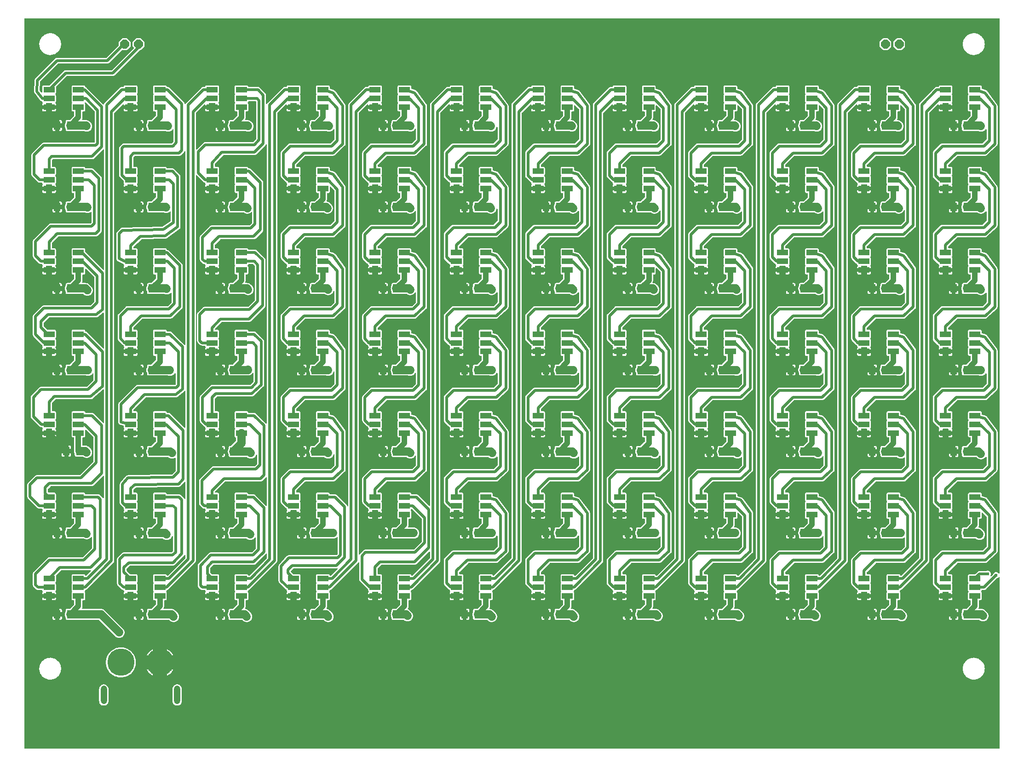
<source format=gtl>
G04 Layer: TopLayer*
G04 EasyEDA v6.5.47, 2024-11-13 01:40:09*
G04 1c21e17b061f4530800f8f8e294a802d,69e988d02e8547bda770e33b2b7d29c3,10*
G04 Gerber Generator version 0.2*
G04 Scale: 100 percent, Rotated: No, Reflected: No *
G04 Dimensions in millimeters *
G04 leading zeros omitted , absolute positions ,4 integer and 5 decimal *
%FSLAX45Y45*%
%MOMM*%

%AMMACRO1*4,1,8,-0.3401,-0.8214,-0.8214,-0.3401,-0.8214,0.3401,-0.3401,0.8214,0.3401,0.8214,0.8214,0.3401,0.8214,-0.3401,0.3401,-0.8214,-0.3401,-0.8214,0*%
%AMMACRO2*4,1,8,0.3401,0.8214,0.8214,0.3401,0.8214,-0.3401,0.3401,-0.8214,-0.3401,-0.8214,-0.8214,-0.3401,-0.8214,0.3401,-0.3401,0.8214,0.3401,0.8214,0*%
%ADD10C,0.5000*%
%ADD11C,1.0000*%
%ADD12C,1.5000*%
%ADD13R,1.2000X1.5000*%
%ADD14R,2.0000X1.1000*%
%ADD15C,5.0000*%
%ADD16O,1.1999976X3.3999932*%
%ADD17C,0.6096*%
%ADD18MACRO1*%
%ADD19MACRO2*%
%ADD20C,1.5240*%
%ADD21C,0.6200*%
%ADD22C,0.0147*%

%LPD*%
G36*
X286054Y-12974066D02*
G01*
X282194Y-12973304D01*
X278892Y-12971068D01*
X276656Y-12967817D01*
X275894Y-12963906D01*
X275894Y463905D01*
X276656Y467817D01*
X278892Y471119D01*
X282194Y473303D01*
X286054Y474065D01*
X18213882Y474065D01*
X18217794Y473303D01*
X18221096Y471119D01*
X18223280Y467817D01*
X18224042Y463905D01*
X18224042Y-9737902D01*
X18223128Y-9742119D01*
X18220588Y-9745573D01*
X18216880Y-9747656D01*
X18212612Y-9748012D01*
X18208548Y-9746589D01*
X18198592Y-9736328D01*
X18190819Y-9730587D01*
X18182183Y-9726218D01*
X18172988Y-9723424D01*
X18163438Y-9722154D01*
X18153786Y-9722612D01*
X18144337Y-9724644D01*
X18135396Y-9728200D01*
X18127167Y-9733280D01*
X18119953Y-9739630D01*
X18113857Y-9747148D01*
X18109184Y-9755581D01*
X18108168Y-9758426D01*
X18105780Y-9762236D01*
X18073979Y-9794036D01*
X18070626Y-9796272D01*
X18066664Y-9797034D01*
X18062752Y-9796170D01*
X18059450Y-9793884D01*
X18057266Y-9790480D01*
X18056656Y-9786518D01*
X18057571Y-9782606D01*
X18062244Y-9772497D01*
X18064632Y-9763201D01*
X18065496Y-9753600D01*
X18064632Y-9743998D01*
X18062244Y-9734651D01*
X18058231Y-9725863D01*
X18052846Y-9717887D01*
X18046192Y-9710928D01*
X18038419Y-9705187D01*
X18029783Y-9700818D01*
X18020588Y-9698024D01*
X18011038Y-9696754D01*
X18001386Y-9697212D01*
X17991937Y-9699244D01*
X17985130Y-9701936D01*
X17981320Y-9702698D01*
X17856555Y-9702698D01*
X17851932Y-9702901D01*
X17847513Y-9703460D01*
X17843195Y-9704425D01*
X17838928Y-9705746D01*
X17834864Y-9707473D01*
X17830901Y-9709505D01*
X17827142Y-9711893D01*
X17823637Y-9714585D01*
X17820182Y-9717735D01*
X17781879Y-9756089D01*
X17778577Y-9758324D01*
X17774666Y-9759086D01*
X17670526Y-9759086D01*
X17664226Y-9759797D01*
X17658740Y-9761677D01*
X17653863Y-9764776D01*
X17649748Y-9768890D01*
X17646650Y-9773767D01*
X17644770Y-9779254D01*
X17644059Y-9785553D01*
X17644059Y-9894417D01*
X17644770Y-9900716D01*
X17646650Y-9906203D01*
X17649748Y-9911080D01*
X17651476Y-9912807D01*
X17653660Y-9916109D01*
X17654422Y-9919970D01*
X17653660Y-9923881D01*
X17651476Y-9927183D01*
X17649748Y-9928860D01*
X17646650Y-9933787D01*
X17644770Y-9939223D01*
X17644059Y-9945573D01*
X17644059Y-10054437D01*
X17644770Y-10060736D01*
X17646650Y-10066223D01*
X17649748Y-10071100D01*
X17651476Y-10072827D01*
X17653660Y-10076078D01*
X17654422Y-10079990D01*
X17653660Y-10083850D01*
X17651476Y-10087152D01*
X17649748Y-10088880D01*
X17646650Y-10093756D01*
X17644770Y-10099243D01*
X17644059Y-10105542D01*
X17644059Y-10214406D01*
X17644770Y-10220756D01*
X17646650Y-10226192D01*
X17649748Y-10231120D01*
X17653863Y-10235184D01*
X17658740Y-10238282D01*
X17664226Y-10240162D01*
X17670526Y-10240873D01*
X17683886Y-10240873D01*
X17687747Y-10241686D01*
X17691049Y-10243870D01*
X17693284Y-10247172D01*
X17694046Y-10251033D01*
X17694046Y-10314330D01*
X17693284Y-10318242D01*
X17691049Y-10321493D01*
X17616474Y-10396118D01*
X17613172Y-10398302D01*
X17609312Y-10399064D01*
X17560544Y-10399064D01*
X17554194Y-10399776D01*
X17548758Y-10401706D01*
X17543830Y-10404754D01*
X17539766Y-10408869D01*
X17536668Y-10413746D01*
X17534788Y-10419232D01*
X17534077Y-10425531D01*
X17534077Y-10444276D01*
X17533010Y-10448747D01*
X17526762Y-10461396D01*
X17522494Y-10473893D01*
X17519954Y-10486796D01*
X17519091Y-10500004D01*
X17519954Y-10513161D01*
X17522494Y-10526115D01*
X17526762Y-10538561D01*
X17533010Y-10551210D01*
X17534077Y-10555681D01*
X17534077Y-10574426D01*
X17534788Y-10580725D01*
X17536668Y-10586212D01*
X17539766Y-10591088D01*
X17543830Y-10595203D01*
X17548758Y-10598251D01*
X17554194Y-10600182D01*
X17560544Y-10600893D01*
X17845989Y-10600893D01*
X17849545Y-10601553D01*
X17852644Y-10603433D01*
X17858282Y-10608360D01*
X17869255Y-10615676D01*
X17881092Y-10621518D01*
X17893588Y-10625734D01*
X17906542Y-10628325D01*
X17919700Y-10629188D01*
X17932857Y-10628325D01*
X17945811Y-10625734D01*
X17958308Y-10621518D01*
X17970144Y-10615676D01*
X17981117Y-10608360D01*
X17991023Y-10599623D01*
X17999760Y-10589717D01*
X18007076Y-10578744D01*
X18012918Y-10566908D01*
X18017134Y-10554411D01*
X18019725Y-10541457D01*
X18020588Y-10528300D01*
X18019725Y-10515142D01*
X18017134Y-10502188D01*
X18012918Y-10489692D01*
X18007076Y-10477855D01*
X17999760Y-10466882D01*
X17990820Y-10456722D01*
X17962981Y-10428884D01*
X17952770Y-10419943D01*
X17941798Y-10412628D01*
X17929961Y-10406786D01*
X17917515Y-10402519D01*
X17904561Y-10399979D01*
X17891048Y-10399064D01*
X17846598Y-10399064D01*
X17842484Y-10398201D01*
X17839080Y-10395762D01*
X17836946Y-10392105D01*
X17836489Y-10387939D01*
X17838318Y-10382859D01*
X17841671Y-10374884D01*
X17842433Y-10372547D01*
X17844566Y-10363911D01*
X17844973Y-10361472D01*
X17845786Y-10352633D01*
X17845836Y-10251033D01*
X17846649Y-10247172D01*
X17848834Y-10243870D01*
X17852136Y-10241686D01*
X17855996Y-10240873D01*
X17869408Y-10240873D01*
X17875707Y-10240162D01*
X17881193Y-10238282D01*
X17886070Y-10235184D01*
X17890185Y-10231120D01*
X17893233Y-10226192D01*
X17895163Y-10220756D01*
X17895874Y-10214406D01*
X17895874Y-10105542D01*
X17895163Y-10099243D01*
X17893233Y-10093756D01*
X17890185Y-10088880D01*
X17888458Y-10087152D01*
X17886273Y-10083850D01*
X17885460Y-10079990D01*
X17886273Y-10076078D01*
X17888458Y-10072827D01*
X17890185Y-10071100D01*
X17893233Y-10066223D01*
X17896332Y-10056368D01*
X17898567Y-10053472D01*
X17901716Y-10051542D01*
X17905323Y-10050881D01*
X17939816Y-10050881D01*
X17944439Y-10050678D01*
X17948859Y-10050119D01*
X17953177Y-10049154D01*
X17957444Y-10047833D01*
X17961508Y-10046106D01*
X17965470Y-10044074D01*
X17969230Y-10041686D01*
X17972735Y-10038994D01*
X17976189Y-10035844D01*
X18177560Y-9834422D01*
X18179491Y-9832898D01*
X18182183Y-9831781D01*
X18190819Y-9827412D01*
X18198592Y-9821672D01*
X18208548Y-9811410D01*
X18212612Y-9809988D01*
X18216880Y-9810343D01*
X18220588Y-9812426D01*
X18223128Y-9815880D01*
X18224042Y-9820097D01*
X18224042Y-12963906D01*
X18223280Y-12967817D01*
X18221096Y-12971068D01*
X18217794Y-12973304D01*
X18213882Y-12974066D01*
G37*

%LPC*%
G36*
X1737309Y-12179808D02*
G01*
X1749552Y-12178944D01*
X1761489Y-12176302D01*
X1772970Y-12172035D01*
X1783740Y-12166193D01*
X1793544Y-12158827D01*
X1802231Y-12150140D01*
X1809546Y-12140336D01*
X1815439Y-12129617D01*
X1819706Y-12118136D01*
X1822297Y-12106148D01*
X1823212Y-12093549D01*
X1823212Y-11874296D01*
X1822297Y-11861698D01*
X1819706Y-11849709D01*
X1815439Y-11838228D01*
X1809546Y-11827510D01*
X1802231Y-11817705D01*
X1793544Y-11809018D01*
X1783740Y-11801652D01*
X1772970Y-11795810D01*
X1761489Y-11791543D01*
X1749552Y-11788902D01*
X1737309Y-11788038D01*
X1725066Y-11788902D01*
X1713128Y-11791543D01*
X1701647Y-11795810D01*
X1690878Y-11801652D01*
X1681073Y-11809018D01*
X1672386Y-11817705D01*
X1665071Y-11827510D01*
X1659178Y-11838228D01*
X1654911Y-11849709D01*
X1652320Y-11861698D01*
X1651406Y-11874296D01*
X1651406Y-12093549D01*
X1652320Y-12106148D01*
X1654911Y-12118136D01*
X1659178Y-12129617D01*
X1665071Y-12140336D01*
X1672386Y-12150140D01*
X1681073Y-12158827D01*
X1690878Y-12166193D01*
X1701647Y-12172035D01*
X1713128Y-12176302D01*
X1725066Y-12178944D01*
G37*
G36*
X3087319Y-12179808D02*
G01*
X3099562Y-12178944D01*
X3111500Y-12176302D01*
X3122980Y-12172035D01*
X3133750Y-12166193D01*
X3143554Y-12158827D01*
X3152241Y-12150140D01*
X3159556Y-12140336D01*
X3165449Y-12129617D01*
X3169716Y-12118136D01*
X3172307Y-12106148D01*
X3173222Y-12093549D01*
X3173222Y-11874296D01*
X3172307Y-11861698D01*
X3169716Y-11849709D01*
X3165449Y-11838228D01*
X3159556Y-11827510D01*
X3152241Y-11817705D01*
X3143554Y-11809018D01*
X3133750Y-11801652D01*
X3122980Y-11795810D01*
X3111500Y-11791543D01*
X3099562Y-11788902D01*
X3087319Y-11788038D01*
X3075076Y-11788902D01*
X3063138Y-11791543D01*
X3051657Y-11795810D01*
X3040888Y-11801652D01*
X3031083Y-11809018D01*
X3022396Y-11817705D01*
X3015081Y-11827510D01*
X3009188Y-11838228D01*
X3004921Y-11849709D01*
X3002330Y-11861698D01*
X3001416Y-11874296D01*
X3001416Y-12093549D01*
X3002330Y-12106148D01*
X3004921Y-12118136D01*
X3009188Y-12129617D01*
X3015081Y-12140336D01*
X3022396Y-12150140D01*
X3031083Y-12158827D01*
X3040888Y-12166193D01*
X3051657Y-12172035D01*
X3063138Y-12176302D01*
X3075076Y-12178944D01*
G37*
G36*
X754888Y-11700814D02*
G01*
X774242Y-11699392D01*
X793343Y-11696141D01*
X812088Y-11691061D01*
X830224Y-11684152D01*
X847648Y-11675567D01*
X864158Y-11665305D01*
X879551Y-11653520D01*
X893775Y-11640312D01*
X906627Y-11625783D01*
X918057Y-11610086D01*
X927912Y-11593322D01*
X936091Y-11575745D01*
X942543Y-11557406D01*
X947166Y-11538559D01*
X949960Y-11519357D01*
X950925Y-11500002D01*
X949960Y-11480596D01*
X947166Y-11461394D01*
X942543Y-11442547D01*
X936091Y-11424208D01*
X927912Y-11406632D01*
X918057Y-11389868D01*
X906627Y-11374170D01*
X893775Y-11359642D01*
X879551Y-11346434D01*
X864158Y-11334648D01*
X847648Y-11324386D01*
X830224Y-11315801D01*
X812088Y-11308892D01*
X793343Y-11303812D01*
X774242Y-11300561D01*
X754888Y-11299139D01*
X735482Y-11299596D01*
X716178Y-11301933D01*
X697230Y-11306149D01*
X678789Y-11312144D01*
X660958Y-11319865D01*
X643991Y-11329314D01*
X628040Y-11340338D01*
X613206Y-11352885D01*
X599643Y-11366754D01*
X587502Y-11381892D01*
X576834Y-11398148D01*
X567842Y-11415318D01*
X560527Y-11433302D01*
X554939Y-11451894D01*
X551230Y-11470944D01*
X549351Y-11490248D01*
X549351Y-11509705D01*
X551230Y-11529009D01*
X554939Y-11548059D01*
X560527Y-11566652D01*
X567842Y-11584635D01*
X576834Y-11601805D01*
X587502Y-11618061D01*
X599643Y-11633200D01*
X613206Y-11647068D01*
X628040Y-11659616D01*
X643991Y-11670639D01*
X660958Y-11680088D01*
X678789Y-11687810D01*
X697230Y-11693804D01*
X716178Y-11698020D01*
X735482Y-11700357D01*
G37*
G36*
X17754854Y-11700814D02*
G01*
X17774208Y-11699392D01*
X17793309Y-11696141D01*
X17812054Y-11691061D01*
X17830190Y-11684152D01*
X17847614Y-11675567D01*
X17864124Y-11665305D01*
X17879517Y-11653520D01*
X17893741Y-11640312D01*
X17906593Y-11625783D01*
X17918023Y-11610086D01*
X17927878Y-11593322D01*
X17936057Y-11575745D01*
X17942509Y-11557406D01*
X17947132Y-11538559D01*
X17949926Y-11519357D01*
X17950891Y-11500002D01*
X17949926Y-11480596D01*
X17947132Y-11461394D01*
X17942509Y-11442547D01*
X17936057Y-11424208D01*
X17927878Y-11406632D01*
X17918023Y-11389868D01*
X17906593Y-11374170D01*
X17893741Y-11359642D01*
X17879517Y-11346434D01*
X17864124Y-11334648D01*
X17847614Y-11324386D01*
X17830190Y-11315801D01*
X17812054Y-11308892D01*
X17793309Y-11303812D01*
X17774208Y-11300561D01*
X17754854Y-11299139D01*
X17735448Y-11299596D01*
X17716144Y-11301933D01*
X17697196Y-11306149D01*
X17678755Y-11312144D01*
X17660924Y-11319865D01*
X17643957Y-11329314D01*
X17628006Y-11340338D01*
X17613172Y-11352885D01*
X17599609Y-11366754D01*
X17587468Y-11381892D01*
X17576800Y-11398148D01*
X17567808Y-11415318D01*
X17560493Y-11433302D01*
X17554905Y-11451894D01*
X17551196Y-11470944D01*
X17549317Y-11490248D01*
X17549317Y-11509705D01*
X17551196Y-11529009D01*
X17554905Y-11548059D01*
X17560493Y-11566652D01*
X17567808Y-11584635D01*
X17576800Y-11601805D01*
X17587468Y-11618061D01*
X17599609Y-11633200D01*
X17613172Y-11647068D01*
X17628006Y-11659616D01*
X17643957Y-11670639D01*
X17660924Y-11680088D01*
X17678755Y-11687810D01*
X17697196Y-11693804D01*
X17716144Y-11698020D01*
X17735448Y-11700357D01*
G37*
G36*
X2058162Y-11659819D02*
G01*
X2081225Y-11658396D01*
X2104085Y-11654993D01*
X2126589Y-11649760D01*
X2148586Y-11642598D01*
X2169871Y-11633657D01*
X2190343Y-11622938D01*
X2209850Y-11610543D01*
X2228240Y-11596573D01*
X2245410Y-11581130D01*
X2261260Y-11564264D01*
X2275586Y-11546179D01*
X2288387Y-11526926D01*
X2299512Y-11506657D01*
X2308910Y-11485575D01*
X2316530Y-11463731D01*
X2322271Y-11441379D01*
X2326132Y-11418570D01*
X2328062Y-11395557D01*
X2328062Y-11372443D01*
X2326132Y-11349431D01*
X2322271Y-11326622D01*
X2316530Y-11304270D01*
X2308910Y-11282426D01*
X2299512Y-11261344D01*
X2288387Y-11241074D01*
X2275586Y-11221821D01*
X2261260Y-11203736D01*
X2245410Y-11186871D01*
X2228240Y-11171428D01*
X2209850Y-11157458D01*
X2190343Y-11145062D01*
X2169871Y-11134344D01*
X2148586Y-11125403D01*
X2126589Y-11118240D01*
X2104085Y-11113008D01*
X2081225Y-11109604D01*
X2058162Y-11108182D01*
X2035048Y-11108639D01*
X2012086Y-11111077D01*
X1989378Y-11115395D01*
X1967128Y-11121593D01*
X1945487Y-11129670D01*
X1924557Y-11139474D01*
X1904542Y-11151057D01*
X1885594Y-11164214D01*
X1867763Y-11178946D01*
X1851253Y-11195151D01*
X1836166Y-11212626D01*
X1822602Y-11231321D01*
X1810613Y-11251082D01*
X1800352Y-11271758D01*
X1791817Y-11293246D01*
X1785162Y-11315395D01*
X1780336Y-11338001D01*
X1777441Y-11360912D01*
X1776475Y-11384026D01*
X1777441Y-11407089D01*
X1780336Y-11430000D01*
X1785162Y-11452606D01*
X1791817Y-11474754D01*
X1800352Y-11496243D01*
X1810613Y-11516918D01*
X1822602Y-11536680D01*
X1836166Y-11555374D01*
X1851253Y-11572849D01*
X1867763Y-11589054D01*
X1885594Y-11603786D01*
X1904542Y-11616944D01*
X1924557Y-11628526D01*
X1945487Y-11638330D01*
X1967128Y-11646408D01*
X1989378Y-11652605D01*
X2012086Y-11656923D01*
X2035048Y-11659362D01*
G37*
G36*
X2641041Y-11626443D02*
G01*
X2641041Y-11595404D01*
X2636520Y-11595658D01*
X2625090Y-11594693D01*
X2621483Y-11593677D01*
X2618486Y-11591391D01*
X2616504Y-11588242D01*
X2615793Y-11584533D01*
X2615793Y-11540591D01*
X2571851Y-11540591D01*
X2568143Y-11539880D01*
X2564993Y-11537899D01*
X2562707Y-11534902D01*
X2561742Y-11531295D01*
X2560726Y-11519865D01*
X2560980Y-11515344D01*
X2529840Y-11515344D01*
X2530602Y-11516918D01*
X2542590Y-11536680D01*
X2556154Y-11555374D01*
X2571292Y-11572849D01*
X2587802Y-11589054D01*
X2605582Y-11603786D01*
X2624582Y-11616944D01*
G37*
G36*
X2903728Y-11626392D02*
G01*
X2910332Y-11622938D01*
X2929839Y-11610543D01*
X2948279Y-11596573D01*
X2965450Y-11581130D01*
X2981248Y-11564264D01*
X2995625Y-11546179D01*
X3008376Y-11526926D01*
X3014726Y-11515344D01*
X2983839Y-11515344D01*
X2984042Y-11519865D01*
X2983077Y-11531295D01*
X2982061Y-11534902D01*
X2979775Y-11537899D01*
X2976626Y-11539880D01*
X2972917Y-11540591D01*
X2928975Y-11540591D01*
X2928975Y-11584533D01*
X2928264Y-11588242D01*
X2926334Y-11591391D01*
X2923336Y-11593677D01*
X2919679Y-11594693D01*
X2908249Y-11595658D01*
X2903728Y-11595404D01*
G37*
G36*
X2983839Y-11252657D02*
G01*
X3014726Y-11252657D01*
X3008376Y-11241074D01*
X2995625Y-11221821D01*
X2981248Y-11203736D01*
X2965450Y-11186871D01*
X2948279Y-11171428D01*
X2929839Y-11157458D01*
X2910332Y-11145062D01*
X2903728Y-11141608D01*
X2903728Y-11172596D01*
X2908300Y-11172342D01*
X2919730Y-11173307D01*
X2923336Y-11174323D01*
X2926334Y-11176609D01*
X2928315Y-11179759D01*
X2928975Y-11183467D01*
X2928975Y-11227409D01*
X2972917Y-11227409D01*
X2976626Y-11228120D01*
X2979826Y-11230102D01*
X2982061Y-11233099D01*
X2983077Y-11236706D01*
X2984042Y-11248136D01*
G37*
G36*
X2529840Y-11252657D02*
G01*
X2560980Y-11252657D01*
X2560726Y-11248136D01*
X2561742Y-11236706D01*
X2562707Y-11233099D01*
X2564993Y-11230102D01*
X2568143Y-11228120D01*
X2571851Y-11227409D01*
X2615793Y-11227409D01*
X2615793Y-11183467D01*
X2616504Y-11179759D01*
X2618486Y-11176609D01*
X2621483Y-11174323D01*
X2625090Y-11173307D01*
X2636520Y-11172342D01*
X2641041Y-11172596D01*
X2641041Y-11141557D01*
X2624582Y-11151057D01*
X2605582Y-11164214D01*
X2587802Y-11178946D01*
X2571292Y-11195151D01*
X2556154Y-11212626D01*
X2542590Y-11231321D01*
X2530602Y-11251082D01*
G37*
G36*
X2019300Y-10933328D02*
G01*
X2032457Y-10932464D01*
X2045411Y-10929924D01*
X2057907Y-10925657D01*
X2069744Y-10919815D01*
X2080717Y-10912500D01*
X2090623Y-10903813D01*
X2099360Y-10893907D01*
X2106676Y-10882934D01*
X2112518Y-10871098D01*
X2116734Y-10858601D01*
X2119325Y-10845647D01*
X2120188Y-10832490D01*
X2119325Y-10819282D01*
X2116734Y-10806379D01*
X2112518Y-10793882D01*
X2106676Y-10782046D01*
X2099360Y-10771073D01*
X2090420Y-10760862D01*
X1758442Y-10428884D01*
X1748282Y-10419943D01*
X1737309Y-10412628D01*
X1725472Y-10406786D01*
X1712975Y-10402519D01*
X1700022Y-10399979D01*
X1686509Y-10399064D01*
X1346708Y-10399064D01*
X1342593Y-10398201D01*
X1339189Y-10395762D01*
X1337056Y-10392156D01*
X1336598Y-10387990D01*
X1338478Y-10382808D01*
X1341831Y-10374731D01*
X1342593Y-10372394D01*
X1344726Y-10363809D01*
X1345133Y-10361371D01*
X1345946Y-10352532D01*
X1345996Y-10250932D01*
X1346758Y-10247071D01*
X1348994Y-10243769D01*
X1352296Y-10241584D01*
X1356156Y-10240772D01*
X1369517Y-10240772D01*
X1375867Y-10240060D01*
X1381302Y-10238181D01*
X1386230Y-10235082D01*
X1390294Y-10230967D01*
X1393393Y-10226090D01*
X1395323Y-10220604D01*
X1396034Y-10214305D01*
X1396034Y-10105440D01*
X1395323Y-10099141D01*
X1393393Y-10093655D01*
X1390294Y-10088778D01*
X1388618Y-10087051D01*
X1386433Y-10083749D01*
X1385620Y-10079888D01*
X1386433Y-10075976D01*
X1388618Y-10072674D01*
X1390294Y-10070998D01*
X1393393Y-10066070D01*
X1395323Y-10060635D01*
X1395577Y-10058095D01*
X1396949Y-10054031D01*
X1399946Y-10050881D01*
X1403908Y-10049256D01*
X1409446Y-10047732D01*
X1413510Y-10046004D01*
X1417472Y-10043972D01*
X1421231Y-10041585D01*
X1424736Y-10038892D01*
X1428191Y-10035743D01*
X1915464Y-9548469D01*
X1918614Y-9545015D01*
X1921306Y-9541510D01*
X1923694Y-9537750D01*
X1925726Y-9533788D01*
X1927453Y-9529724D01*
X1928774Y-9525457D01*
X1929739Y-9521139D01*
X1930298Y-9516719D01*
X1930501Y-9512096D01*
X1930501Y-1269898D01*
X1931263Y-1265986D01*
X1933498Y-1262735D01*
X2086711Y-1109472D01*
X2090013Y-1107236D01*
X2093925Y-1106474D01*
X2097786Y-1107236D01*
X2101088Y-1109472D01*
X2103323Y-1112774D01*
X2104085Y-1116634D01*
X2104085Y-1126032D01*
X2173630Y-1126032D01*
X2173630Y-1090980D01*
X2174392Y-1087069D01*
X2176627Y-1083767D01*
X2179929Y-1081582D01*
X2183790Y-1080820D01*
X2276195Y-1080820D01*
X2280056Y-1081582D01*
X2283358Y-1083767D01*
X2285542Y-1087069D01*
X2286355Y-1090980D01*
X2286355Y-1126032D01*
X2355900Y-1126032D01*
X2355900Y-1105458D01*
X2355189Y-1099159D01*
X2353259Y-1093673D01*
X2350211Y-1088796D01*
X2348484Y-1087069D01*
X2346299Y-1083767D01*
X2345537Y-1079906D01*
X2346299Y-1075994D01*
X2348484Y-1072692D01*
X2350211Y-1071016D01*
X2353259Y-1066088D01*
X2355189Y-1060653D01*
X2355900Y-1054303D01*
X2355900Y-945438D01*
X2355189Y-939139D01*
X2353259Y-933653D01*
X2350211Y-928776D01*
X2348484Y-927049D01*
X2346299Y-923798D01*
X2345537Y-919886D01*
X2346299Y-916025D01*
X2348484Y-912723D01*
X2350211Y-910996D01*
X2353259Y-906119D01*
X2355189Y-900633D01*
X2355900Y-894334D01*
X2355900Y-785469D01*
X2355189Y-779119D01*
X2353259Y-773684D01*
X2350211Y-768756D01*
X2346096Y-764692D01*
X2341219Y-761593D01*
X2335733Y-759714D01*
X2329434Y-759002D01*
X2130552Y-759002D01*
X2124252Y-759714D01*
X2118766Y-761593D01*
X2113889Y-764692D01*
X2109774Y-768756D01*
X2106726Y-773684D01*
X2103628Y-783590D01*
X2101342Y-786485D01*
X2098192Y-788416D01*
X2094585Y-789076D01*
X2068525Y-789076D01*
X2063902Y-789279D01*
X2059482Y-789838D01*
X2055164Y-790803D01*
X2050897Y-792124D01*
X2046833Y-793851D01*
X2042871Y-795883D01*
X2039112Y-798271D01*
X2035606Y-800963D01*
X2032152Y-804113D01*
X1754835Y-1081430D01*
X1751685Y-1084884D01*
X1748993Y-1088390D01*
X1746605Y-1092149D01*
X1744573Y-1096111D01*
X1742033Y-1102918D01*
X1740001Y-1106525D01*
X1736699Y-1109014D01*
X1732686Y-1110030D01*
X1728622Y-1109319D01*
X1725117Y-1107033D01*
X1422247Y-804113D01*
X1418793Y-800963D01*
X1415288Y-798271D01*
X1411528Y-795883D01*
X1407668Y-793902D01*
X1402232Y-791768D01*
X1399082Y-789838D01*
X1396847Y-786942D01*
X1395780Y-783437D01*
X1395323Y-779119D01*
X1393393Y-773684D01*
X1390294Y-768756D01*
X1386230Y-764692D01*
X1381302Y-761593D01*
X1375867Y-759714D01*
X1369517Y-759002D01*
X1170686Y-759002D01*
X1164336Y-759714D01*
X1158900Y-761593D01*
X1154023Y-764692D01*
X1149908Y-768756D01*
X1146810Y-773684D01*
X1144930Y-779119D01*
X1144219Y-785469D01*
X1144219Y-894334D01*
X1144930Y-900633D01*
X1146810Y-906119D01*
X1149908Y-910996D01*
X1151636Y-912723D01*
X1153820Y-916025D01*
X1154582Y-919886D01*
X1153820Y-923798D01*
X1151636Y-927049D01*
X1149908Y-928776D01*
X1146810Y-933653D01*
X1144930Y-939139D01*
X1144219Y-945438D01*
X1144219Y-1054303D01*
X1144930Y-1060653D01*
X1146810Y-1066088D01*
X1149908Y-1071016D01*
X1151636Y-1072692D01*
X1153820Y-1075994D01*
X1154582Y-1079906D01*
X1153820Y-1083767D01*
X1151636Y-1087069D01*
X1149908Y-1088796D01*
X1146810Y-1093673D01*
X1144930Y-1099159D01*
X1144219Y-1105458D01*
X1144219Y-1214323D01*
X1144930Y-1220622D01*
X1146810Y-1226108D01*
X1149908Y-1230985D01*
X1154023Y-1235100D01*
X1158900Y-1238199D01*
X1164336Y-1240078D01*
X1170686Y-1240790D01*
X1184046Y-1240790D01*
X1187907Y-1241602D01*
X1191209Y-1243787D01*
X1193444Y-1247089D01*
X1194206Y-1250950D01*
X1194206Y-1314246D01*
X1193444Y-1318107D01*
X1191209Y-1321409D01*
X1116533Y-1396136D01*
X1113231Y-1398320D01*
X1109319Y-1399082D01*
X1060551Y-1399082D01*
X1054252Y-1399794D01*
X1048766Y-1401724D01*
X1043889Y-1404772D01*
X1039774Y-1408887D01*
X1036726Y-1413764D01*
X1034796Y-1419250D01*
X1034084Y-1425549D01*
X1034084Y-1444244D01*
X1033018Y-1448765D01*
X1026769Y-1461414D01*
X1022553Y-1473860D01*
X1019962Y-1486814D01*
X1019098Y-1499971D01*
X1019962Y-1513179D01*
X1022553Y-1526082D01*
X1026769Y-1538579D01*
X1033018Y-1551228D01*
X1034084Y-1555699D01*
X1034084Y-1574444D01*
X1034796Y-1580743D01*
X1036726Y-1586230D01*
X1039774Y-1591106D01*
X1043889Y-1595221D01*
X1048766Y-1598269D01*
X1054252Y-1600200D01*
X1060551Y-1600911D01*
X1374140Y-1600911D01*
X1378610Y-1601927D01*
X1383792Y-1604518D01*
X1396288Y-1608734D01*
X1409242Y-1611325D01*
X1422400Y-1612188D01*
X1435557Y-1611325D01*
X1448511Y-1608734D01*
X1461008Y-1604518D01*
X1472844Y-1598676D01*
X1483817Y-1591360D01*
X1493723Y-1582623D01*
X1502460Y-1572717D01*
X1509776Y-1561744D01*
X1515618Y-1549908D01*
X1519834Y-1537411D01*
X1522425Y-1524457D01*
X1523288Y-1511300D01*
X1522425Y-1498142D01*
X1519834Y-1485188D01*
X1515618Y-1472692D01*
X1509776Y-1460855D01*
X1502460Y-1449882D01*
X1493520Y-1439722D01*
X1482699Y-1428902D01*
X1472488Y-1419961D01*
X1461516Y-1412646D01*
X1449679Y-1406804D01*
X1437182Y-1402537D01*
X1424279Y-1399946D01*
X1410766Y-1399082D01*
X1346708Y-1399082D01*
X1342593Y-1398219D01*
X1339189Y-1395780D01*
X1337106Y-1392174D01*
X1336598Y-1388008D01*
X1338478Y-1382826D01*
X1341831Y-1374749D01*
X1342593Y-1372412D01*
X1344726Y-1363827D01*
X1345133Y-1361389D01*
X1345946Y-1352550D01*
X1345996Y-1250950D01*
X1346758Y-1247089D01*
X1348994Y-1243787D01*
X1352296Y-1241602D01*
X1356156Y-1240790D01*
X1369517Y-1240790D01*
X1375867Y-1240078D01*
X1381302Y-1238199D01*
X1386230Y-1235100D01*
X1390294Y-1230985D01*
X1393393Y-1226108D01*
X1395323Y-1220622D01*
X1396034Y-1214323D01*
X1396034Y-1105458D01*
X1395323Y-1099159D01*
X1393393Y-1093673D01*
X1390294Y-1088796D01*
X1388618Y-1087069D01*
X1386433Y-1083767D01*
X1385620Y-1079906D01*
X1386433Y-1075994D01*
X1388618Y-1072692D01*
X1390700Y-1070660D01*
X1393952Y-1068425D01*
X1397863Y-1067663D01*
X1401775Y-1068425D01*
X1405026Y-1070660D01*
X1571701Y-1237335D01*
X1573936Y-1240586D01*
X1574698Y-1244498D01*
X1574698Y-1803501D01*
X1573936Y-1807413D01*
X1571701Y-1810664D01*
X1569364Y-1813001D01*
X1566113Y-1815236D01*
X1562201Y-1815998D01*
X635203Y-1815998D01*
X630580Y-1816201D01*
X626160Y-1816760D01*
X621842Y-1817725D01*
X617575Y-1819046D01*
X613511Y-1820773D01*
X609549Y-1822805D01*
X605790Y-1825193D01*
X602284Y-1827885D01*
X598830Y-1831035D01*
X421335Y-2008530D01*
X418185Y-2011984D01*
X415493Y-2015489D01*
X413105Y-2019249D01*
X411073Y-2023211D01*
X409346Y-2027275D01*
X408025Y-2031542D01*
X407060Y-2035860D01*
X406501Y-2040280D01*
X406298Y-2044903D01*
X406298Y-2400096D01*
X406501Y-2404719D01*
X407060Y-2409139D01*
X408025Y-2413457D01*
X409346Y-2417724D01*
X411073Y-2421788D01*
X413105Y-2425750D01*
X415493Y-2429510D01*
X418185Y-2433015D01*
X421335Y-2436469D01*
X520852Y-2535986D01*
X524306Y-2539136D01*
X527812Y-2541828D01*
X531571Y-2544216D01*
X535533Y-2546248D01*
X539597Y-2547975D01*
X543864Y-2549296D01*
X548182Y-2550261D01*
X552602Y-2550820D01*
X557225Y-2551023D01*
X594766Y-2551023D01*
X598373Y-2551684D01*
X601522Y-2553614D01*
X603758Y-2556510D01*
X604926Y-2560777D01*
X606856Y-2566212D01*
X609904Y-2571140D01*
X611632Y-2572816D01*
X613816Y-2576118D01*
X614578Y-2580030D01*
X613816Y-2583891D01*
X611632Y-2587193D01*
X609904Y-2588920D01*
X606856Y-2593797D01*
X604926Y-2599283D01*
X604215Y-2605582D01*
X604215Y-2626156D01*
X673760Y-2626156D01*
X673760Y-2591104D01*
X674522Y-2587193D01*
X676757Y-2583891D01*
X680059Y-2581706D01*
X683920Y-2580944D01*
X776325Y-2580944D01*
X780186Y-2581706D01*
X783488Y-2583891D01*
X785672Y-2587193D01*
X786485Y-2591104D01*
X786485Y-2626156D01*
X856030Y-2626156D01*
X856030Y-2605582D01*
X855319Y-2599283D01*
X853389Y-2593797D01*
X850341Y-2588920D01*
X848614Y-2587193D01*
X846429Y-2583891D01*
X845667Y-2580030D01*
X846429Y-2576118D01*
X848614Y-2572816D01*
X850341Y-2571140D01*
X853389Y-2566212D01*
X855319Y-2560777D01*
X856030Y-2554427D01*
X856030Y-2445562D01*
X855319Y-2439263D01*
X853389Y-2433777D01*
X850341Y-2428900D01*
X848614Y-2427173D01*
X846429Y-2423922D01*
X845667Y-2420010D01*
X846429Y-2416149D01*
X848614Y-2412847D01*
X850341Y-2411120D01*
X853389Y-2406243D01*
X855319Y-2400757D01*
X856030Y-2394458D01*
X856030Y-2285593D01*
X855319Y-2279243D01*
X853389Y-2273808D01*
X850341Y-2268880D01*
X846226Y-2264816D01*
X841349Y-2261717D01*
X835863Y-2259838D01*
X829564Y-2259126D01*
X791311Y-2259126D01*
X787450Y-2258314D01*
X784148Y-2256129D01*
X781913Y-2252827D01*
X781151Y-2248966D01*
X781151Y-2140102D01*
X781913Y-2136190D01*
X784148Y-2132939D01*
X793089Y-2123998D01*
X796340Y-2121763D01*
X800252Y-2121001D01*
X1523796Y-2121001D01*
X1528419Y-2120798D01*
X1532839Y-2120239D01*
X1537157Y-2119274D01*
X1541424Y-2117953D01*
X1545488Y-2116226D01*
X1549450Y-2114194D01*
X1553210Y-2111806D01*
X1556715Y-2109114D01*
X1560169Y-2105964D01*
X1722424Y-1943658D01*
X1725726Y-1941423D01*
X1729638Y-1940661D01*
X1733499Y-1941423D01*
X1736801Y-1943658D01*
X1739036Y-1946960D01*
X1739798Y-1950821D01*
X1739798Y-4145178D01*
X1739036Y-4149039D01*
X1736801Y-4152341D01*
X1733499Y-4154576D01*
X1729638Y-4155338D01*
X1725726Y-4154576D01*
X1722424Y-4152341D01*
X1398981Y-3828897D01*
X1396796Y-3825595D01*
X1396034Y-3821734D01*
X1396034Y-3785463D01*
X1395323Y-3779113D01*
X1393393Y-3773678D01*
X1390294Y-3768750D01*
X1386230Y-3764686D01*
X1381302Y-3761587D01*
X1375867Y-3759708D01*
X1369517Y-3758996D01*
X1170686Y-3758996D01*
X1164336Y-3759708D01*
X1158900Y-3761587D01*
X1154023Y-3764686D01*
X1149908Y-3768750D01*
X1146810Y-3773678D01*
X1144930Y-3779113D01*
X1144219Y-3785463D01*
X1144219Y-3894328D01*
X1144930Y-3900627D01*
X1146810Y-3906113D01*
X1149908Y-3910990D01*
X1151636Y-3912717D01*
X1153820Y-3916019D01*
X1154582Y-3919880D01*
X1153820Y-3923792D01*
X1151636Y-3927043D01*
X1149908Y-3928770D01*
X1146810Y-3933647D01*
X1144930Y-3939133D01*
X1144219Y-3945432D01*
X1144219Y-4054297D01*
X1144930Y-4060647D01*
X1146810Y-4066082D01*
X1149908Y-4071010D01*
X1151636Y-4072686D01*
X1153820Y-4075988D01*
X1154582Y-4079900D01*
X1153820Y-4083761D01*
X1151636Y-4087063D01*
X1149908Y-4088790D01*
X1146810Y-4093667D01*
X1144930Y-4099153D01*
X1144219Y-4105452D01*
X1144219Y-4214317D01*
X1144930Y-4220616D01*
X1146810Y-4226102D01*
X1149908Y-4230979D01*
X1154023Y-4235094D01*
X1158900Y-4238193D01*
X1164336Y-4240072D01*
X1170686Y-4240784D01*
X1184046Y-4240784D01*
X1187907Y-4241596D01*
X1191209Y-4243781D01*
X1193444Y-4247083D01*
X1194206Y-4250944D01*
X1194206Y-4314240D01*
X1193444Y-4318101D01*
X1191209Y-4321403D01*
X1116533Y-4396130D01*
X1113231Y-4398314D01*
X1109319Y-4399076D01*
X1060551Y-4399076D01*
X1054252Y-4399788D01*
X1048766Y-4401718D01*
X1043889Y-4404766D01*
X1039774Y-4408881D01*
X1036726Y-4413758D01*
X1034796Y-4419244D01*
X1034084Y-4425543D01*
X1034084Y-4444238D01*
X1033018Y-4448759D01*
X1026769Y-4461408D01*
X1022553Y-4473905D01*
X1019962Y-4486808D01*
X1019098Y-4500016D01*
X1019962Y-4513173D01*
X1022553Y-4526127D01*
X1026769Y-4538573D01*
X1033018Y-4551222D01*
X1034084Y-4555744D01*
X1034084Y-4574438D01*
X1034796Y-4580737D01*
X1036726Y-4586224D01*
X1039774Y-4591100D01*
X1043889Y-4595215D01*
X1048766Y-4598263D01*
X1054252Y-4600194D01*
X1060551Y-4600905D01*
X1355191Y-4600905D01*
X1359052Y-4601667D01*
X1363522Y-4605020D01*
X1373682Y-4613960D01*
X1384655Y-4621276D01*
X1396492Y-4627118D01*
X1408988Y-4631334D01*
X1421942Y-4633925D01*
X1435100Y-4634788D01*
X1448257Y-4633925D01*
X1461211Y-4631334D01*
X1473708Y-4627118D01*
X1485544Y-4621276D01*
X1496517Y-4613960D01*
X1506423Y-4605223D01*
X1515160Y-4595317D01*
X1522476Y-4584344D01*
X1528318Y-4572508D01*
X1532534Y-4560011D01*
X1535125Y-4547057D01*
X1535988Y-4533900D01*
X1535125Y-4520742D01*
X1532534Y-4507788D01*
X1528318Y-4495292D01*
X1522476Y-4483455D01*
X1515160Y-4472482D01*
X1506220Y-4462322D01*
X1472793Y-4428896D01*
X1462582Y-4419955D01*
X1451610Y-4412640D01*
X1439773Y-4406798D01*
X1427327Y-4402531D01*
X1414373Y-4399991D01*
X1400860Y-4399076D01*
X1346708Y-4399076D01*
X1342593Y-4398213D01*
X1339189Y-4395774D01*
X1337056Y-4392168D01*
X1336598Y-4388002D01*
X1338478Y-4382820D01*
X1341831Y-4374743D01*
X1342593Y-4372406D01*
X1344726Y-4363821D01*
X1345133Y-4361383D01*
X1345946Y-4352544D01*
X1345996Y-4250944D01*
X1346758Y-4247083D01*
X1348994Y-4243781D01*
X1352296Y-4241596D01*
X1356156Y-4240784D01*
X1369517Y-4240784D01*
X1375867Y-4240072D01*
X1381302Y-4238193D01*
X1386230Y-4235094D01*
X1390294Y-4230979D01*
X1393393Y-4226102D01*
X1395323Y-4220616D01*
X1396034Y-4214317D01*
X1396034Y-4146854D01*
X1396796Y-4142943D01*
X1398981Y-4139641D01*
X1402283Y-4137456D01*
X1406194Y-4136694D01*
X1410055Y-4137456D01*
X1413357Y-4139641D01*
X1559001Y-4285335D01*
X1561236Y-4288586D01*
X1561998Y-4292498D01*
X1561998Y-4737201D01*
X1561236Y-4741113D01*
X1559001Y-4744364D01*
X1493164Y-4810201D01*
X1489913Y-4812436D01*
X1486001Y-4813198D01*
X635203Y-4813198D01*
X630580Y-4813401D01*
X626160Y-4813960D01*
X621842Y-4814925D01*
X617575Y-4816246D01*
X613511Y-4817973D01*
X609549Y-4820005D01*
X605790Y-4822393D01*
X602284Y-4825085D01*
X598830Y-4828235D01*
X446735Y-4980330D01*
X443585Y-4983784D01*
X440893Y-4987290D01*
X438505Y-4991049D01*
X436473Y-4995011D01*
X434746Y-4999075D01*
X433425Y-5003342D01*
X432460Y-5007660D01*
X431901Y-5012080D01*
X431698Y-5016703D01*
X431698Y-5346496D01*
X431901Y-5351119D01*
X432460Y-5355539D01*
X433425Y-5359857D01*
X434746Y-5364124D01*
X436473Y-5368188D01*
X438505Y-5372150D01*
X440893Y-5375910D01*
X443585Y-5379415D01*
X446735Y-5382869D01*
X599592Y-5535676D01*
X603250Y-5539994D01*
X604215Y-5544312D01*
X604215Y-5554421D01*
X604926Y-5560771D01*
X606856Y-5566206D01*
X609904Y-5571134D01*
X611632Y-5572810D01*
X613816Y-5576112D01*
X614578Y-5580024D01*
X613816Y-5583885D01*
X611632Y-5587187D01*
X609904Y-5588914D01*
X606856Y-5593791D01*
X604926Y-5599277D01*
X604215Y-5605576D01*
X604215Y-5626150D01*
X673760Y-5626150D01*
X673760Y-5591098D01*
X674522Y-5587187D01*
X676757Y-5583885D01*
X680059Y-5581700D01*
X683920Y-5580938D01*
X776325Y-5580938D01*
X780186Y-5581700D01*
X783488Y-5583885D01*
X785672Y-5587187D01*
X786485Y-5591098D01*
X786485Y-5626150D01*
X856030Y-5626150D01*
X856030Y-5605576D01*
X855319Y-5599277D01*
X853389Y-5593791D01*
X850341Y-5588914D01*
X848614Y-5587187D01*
X846429Y-5583885D01*
X845667Y-5580024D01*
X846429Y-5576112D01*
X848614Y-5572810D01*
X850341Y-5571134D01*
X853389Y-5566206D01*
X855319Y-5560771D01*
X856030Y-5554421D01*
X856030Y-5445556D01*
X855319Y-5439257D01*
X853389Y-5433771D01*
X850341Y-5428894D01*
X848614Y-5427167D01*
X846429Y-5423916D01*
X845667Y-5420004D01*
X846429Y-5416143D01*
X848614Y-5412841D01*
X850341Y-5411114D01*
X853389Y-5406237D01*
X855319Y-5400751D01*
X856030Y-5394452D01*
X856030Y-5285587D01*
X855319Y-5279237D01*
X853389Y-5273802D01*
X850341Y-5268874D01*
X846226Y-5264810D01*
X841349Y-5261711D01*
X835863Y-5259832D01*
X829564Y-5259120D01*
X699820Y-5259120D01*
X695909Y-5258308D01*
X692607Y-5256123D01*
X638098Y-5201564D01*
X635863Y-5198313D01*
X635101Y-5194401D01*
X635101Y-5130698D01*
X635863Y-5126786D01*
X638098Y-5123535D01*
X729335Y-5032298D01*
X732586Y-5030063D01*
X736498Y-5029301D01*
X1599742Y-5029301D01*
X1609039Y-5028488D01*
X1617573Y-5026202D01*
X1625701Y-5022392D01*
X1631746Y-5018379D01*
X1723389Y-4947056D01*
X1727454Y-4945176D01*
X1731975Y-4945227D01*
X1735988Y-4947158D01*
X1738782Y-4950714D01*
X1739798Y-4955082D01*
X1739798Y-5592978D01*
X1739036Y-5596839D01*
X1736801Y-5600141D01*
X1733499Y-5602376D01*
X1729638Y-5603138D01*
X1725726Y-5602376D01*
X1722424Y-5600141D01*
X1426464Y-5304129D01*
X1423009Y-5300980D01*
X1419504Y-5298287D01*
X1415745Y-5295900D01*
X1411782Y-5293868D01*
X1407718Y-5292191D01*
X1402740Y-5290667D01*
X1399286Y-5288838D01*
X1396796Y-5285790D01*
X1395628Y-5282082D01*
X1395323Y-5279237D01*
X1393393Y-5273802D01*
X1390294Y-5268874D01*
X1386230Y-5264810D01*
X1381302Y-5261711D01*
X1375867Y-5259832D01*
X1369517Y-5259120D01*
X1170686Y-5259120D01*
X1164336Y-5259832D01*
X1158900Y-5261711D01*
X1154023Y-5264810D01*
X1149908Y-5268874D01*
X1146810Y-5273802D01*
X1144930Y-5279237D01*
X1144219Y-5285587D01*
X1144219Y-5394452D01*
X1144930Y-5400751D01*
X1146810Y-5406237D01*
X1149908Y-5411114D01*
X1151636Y-5412841D01*
X1153820Y-5416143D01*
X1154582Y-5420004D01*
X1153820Y-5423916D01*
X1151636Y-5427167D01*
X1149908Y-5428894D01*
X1146810Y-5433771D01*
X1144930Y-5439257D01*
X1144219Y-5445556D01*
X1144219Y-5554421D01*
X1144930Y-5560771D01*
X1146810Y-5566206D01*
X1149908Y-5571134D01*
X1151636Y-5572810D01*
X1153820Y-5576112D01*
X1154582Y-5580024D01*
X1153820Y-5583885D01*
X1151636Y-5587187D01*
X1149908Y-5588914D01*
X1146810Y-5593791D01*
X1144930Y-5599277D01*
X1144219Y-5605576D01*
X1144219Y-5714441D01*
X1144930Y-5720740D01*
X1146810Y-5726226D01*
X1149908Y-5731103D01*
X1154023Y-5735218D01*
X1158900Y-5738317D01*
X1164336Y-5740196D01*
X1170686Y-5740908D01*
X1184046Y-5740908D01*
X1187907Y-5741720D01*
X1191209Y-5743905D01*
X1193444Y-5747207D01*
X1194206Y-5751068D01*
X1194206Y-5814212D01*
X1193444Y-5818124D01*
X1191209Y-5821426D01*
X1116533Y-5896102D01*
X1113231Y-5898286D01*
X1109319Y-5899099D01*
X1060551Y-5899099D01*
X1054252Y-5899810D01*
X1048766Y-5901690D01*
X1043889Y-5904788D01*
X1039774Y-5908852D01*
X1036726Y-5913780D01*
X1034796Y-5919216D01*
X1034084Y-5925566D01*
X1034084Y-5944260D01*
X1033018Y-5948781D01*
X1026769Y-5961380D01*
X1022553Y-5973876D01*
X1019962Y-5986830D01*
X1019098Y-5999988D01*
X1019962Y-6013145D01*
X1022553Y-6026099D01*
X1026769Y-6038596D01*
X1033018Y-6051194D01*
X1034084Y-6055715D01*
X1034084Y-6074410D01*
X1034796Y-6080760D01*
X1036726Y-6086195D01*
X1039774Y-6091123D01*
X1043889Y-6095187D01*
X1048766Y-6098286D01*
X1054252Y-6100165D01*
X1060551Y-6100876D01*
X1409242Y-6100876D01*
X1412494Y-6101435D01*
X1421688Y-6104534D01*
X1434642Y-6107125D01*
X1447800Y-6107988D01*
X1460957Y-6107125D01*
X1473911Y-6104534D01*
X1486408Y-6100318D01*
X1498244Y-6094476D01*
X1509217Y-6087160D01*
X1519123Y-6078423D01*
X1527860Y-6068517D01*
X1530705Y-6064250D01*
X1533753Y-6061252D01*
X1537817Y-6059830D01*
X1542084Y-6060186D01*
X1545844Y-6062268D01*
X1548384Y-6065723D01*
X1549298Y-6069888D01*
X1549298Y-6185001D01*
X1548536Y-6188913D01*
X1546301Y-6192164D01*
X1429664Y-6308801D01*
X1426413Y-6311036D01*
X1422501Y-6311798D01*
X584403Y-6311798D01*
X579780Y-6312001D01*
X575360Y-6312560D01*
X571042Y-6313525D01*
X566775Y-6314846D01*
X562711Y-6316573D01*
X558749Y-6318605D01*
X554990Y-6320993D01*
X551484Y-6323685D01*
X548030Y-6326835D01*
X408635Y-6466230D01*
X405485Y-6469684D01*
X402793Y-6473190D01*
X400405Y-6476949D01*
X398373Y-6480911D01*
X396646Y-6484975D01*
X395325Y-6489242D01*
X394360Y-6493560D01*
X393801Y-6497980D01*
X393598Y-6502603D01*
X393598Y-6857796D01*
X393801Y-6862419D01*
X394360Y-6866839D01*
X395325Y-6871157D01*
X396646Y-6875424D01*
X398373Y-6879488D01*
X400405Y-6883450D01*
X402793Y-6887209D01*
X405485Y-6890715D01*
X408635Y-6894169D01*
X550214Y-7035749D01*
X553669Y-7038898D01*
X557174Y-7041591D01*
X560933Y-7043978D01*
X564896Y-7046010D01*
X568960Y-7047738D01*
X573227Y-7049058D01*
X577545Y-7050024D01*
X581964Y-7050582D01*
X586587Y-7050786D01*
X594715Y-7050786D01*
X598373Y-7051446D01*
X601522Y-7053376D01*
X603758Y-7056272D01*
X604926Y-7060641D01*
X606856Y-7066076D01*
X609904Y-7071004D01*
X611632Y-7072680D01*
X613816Y-7075982D01*
X614578Y-7079894D01*
X613816Y-7083755D01*
X611632Y-7087057D01*
X609904Y-7088784D01*
X606856Y-7093661D01*
X604926Y-7099147D01*
X604215Y-7105446D01*
X604215Y-7126020D01*
X673760Y-7126020D01*
X673760Y-7090968D01*
X674522Y-7087057D01*
X676757Y-7083755D01*
X680059Y-7081570D01*
X683920Y-7080808D01*
X776325Y-7080808D01*
X780186Y-7081570D01*
X783488Y-7083755D01*
X785672Y-7087057D01*
X786485Y-7090968D01*
X786485Y-7126020D01*
X856030Y-7126020D01*
X856030Y-7105446D01*
X855319Y-7099147D01*
X853389Y-7093661D01*
X850341Y-7088784D01*
X848614Y-7087057D01*
X846429Y-7083755D01*
X845667Y-7079894D01*
X846429Y-7075982D01*
X848614Y-7072680D01*
X850341Y-7071004D01*
X853389Y-7066076D01*
X855319Y-7060641D01*
X856030Y-7054291D01*
X856030Y-6945426D01*
X855319Y-6939127D01*
X853389Y-6933641D01*
X850341Y-6928764D01*
X848614Y-6927037D01*
X846429Y-6923786D01*
X845667Y-6919874D01*
X846429Y-6916013D01*
X848614Y-6912711D01*
X850341Y-6910984D01*
X853389Y-6906107D01*
X855319Y-6900621D01*
X856030Y-6894322D01*
X856030Y-6785457D01*
X855319Y-6779107D01*
X853389Y-6773672D01*
X850341Y-6768744D01*
X846226Y-6764680D01*
X841349Y-6761581D01*
X835863Y-6759702D01*
X829564Y-6758990D01*
X791210Y-6758990D01*
X787298Y-6758178D01*
X783996Y-6755993D01*
X781812Y-6752691D01*
X781050Y-6748830D01*
X781050Y-6610350D01*
X781812Y-6606489D01*
X783996Y-6603187D01*
X843635Y-6543598D01*
X846886Y-6541363D01*
X850798Y-6540601D01*
X1498549Y-6540601D01*
X1508658Y-6539585D01*
X1517192Y-6537045D01*
X1525117Y-6533083D01*
X1532636Y-6527596D01*
X1722932Y-6359652D01*
X1726234Y-6357721D01*
X1730044Y-6357162D01*
X1733804Y-6358026D01*
X1736953Y-6360261D01*
X1739036Y-6363512D01*
X1739798Y-6367272D01*
X1739798Y-6964578D01*
X1739036Y-6968439D01*
X1736801Y-6971741D01*
X1733499Y-6973976D01*
X1729638Y-6974738D01*
X1725726Y-6973976D01*
X1722424Y-6971741D01*
X1554734Y-6803999D01*
X1551279Y-6800850D01*
X1547774Y-6798157D01*
X1544015Y-6795770D01*
X1540052Y-6793738D01*
X1535988Y-6792010D01*
X1531721Y-6790690D01*
X1527403Y-6789724D01*
X1522984Y-6789166D01*
X1518361Y-6788962D01*
X1405483Y-6788962D01*
X1401876Y-6788302D01*
X1398727Y-6786372D01*
X1396492Y-6783476D01*
X1395323Y-6779107D01*
X1393393Y-6773672D01*
X1390294Y-6768744D01*
X1386230Y-6764680D01*
X1381302Y-6761581D01*
X1375867Y-6759702D01*
X1369517Y-6758990D01*
X1170686Y-6758990D01*
X1164336Y-6759702D01*
X1158900Y-6761581D01*
X1154023Y-6764680D01*
X1149908Y-6768744D01*
X1146810Y-6773672D01*
X1144930Y-6779107D01*
X1144219Y-6785457D01*
X1144219Y-6894322D01*
X1144930Y-6900621D01*
X1146810Y-6906107D01*
X1149908Y-6910984D01*
X1151636Y-6912711D01*
X1153820Y-6916013D01*
X1154582Y-6919874D01*
X1153820Y-6923786D01*
X1151636Y-6927037D01*
X1149908Y-6928764D01*
X1146810Y-6933641D01*
X1144930Y-6939127D01*
X1144219Y-6945426D01*
X1144219Y-7054291D01*
X1144930Y-7060641D01*
X1146810Y-7066076D01*
X1149908Y-7071004D01*
X1151636Y-7072680D01*
X1153820Y-7075982D01*
X1154582Y-7079894D01*
X1153820Y-7083755D01*
X1151636Y-7087057D01*
X1149908Y-7088784D01*
X1146810Y-7093661D01*
X1144930Y-7099147D01*
X1144219Y-7105446D01*
X1144219Y-7214311D01*
X1144930Y-7220610D01*
X1146810Y-7226096D01*
X1149908Y-7230973D01*
X1154023Y-7235088D01*
X1158900Y-7238187D01*
X1164336Y-7240066D01*
X1170686Y-7240778D01*
X1184046Y-7240778D01*
X1187907Y-7241590D01*
X1191209Y-7243775D01*
X1193393Y-7247077D01*
X1194206Y-7250938D01*
X1194206Y-7455662D01*
X1193647Y-7458913D01*
X1190955Y-7466888D01*
X1188364Y-7479842D01*
X1187500Y-7493000D01*
X1188364Y-7506157D01*
X1190955Y-7519111D01*
X1195171Y-7531608D01*
X1201420Y-7544206D01*
X1202486Y-7548727D01*
X1202486Y-7567422D01*
X1203198Y-7573772D01*
X1205128Y-7579207D01*
X1208176Y-7584135D01*
X1212291Y-7588199D01*
X1217168Y-7591298D01*
X1222654Y-7593177D01*
X1228953Y-7593888D01*
X1351991Y-7593888D01*
X1355598Y-7594549D01*
X1358696Y-7596428D01*
X1360982Y-7598460D01*
X1371955Y-7605775D01*
X1383792Y-7611618D01*
X1396288Y-7615834D01*
X1409242Y-7618425D01*
X1422400Y-7619288D01*
X1435557Y-7618425D01*
X1448511Y-7615834D01*
X1461008Y-7611618D01*
X1472844Y-7605775D01*
X1483817Y-7598460D01*
X1493723Y-7589723D01*
X1502460Y-7579817D01*
X1509776Y-7568844D01*
X1515618Y-7557008D01*
X1519834Y-7544511D01*
X1522425Y-7531557D01*
X1523288Y-7518400D01*
X1522425Y-7505242D01*
X1519834Y-7492288D01*
X1515618Y-7479792D01*
X1509776Y-7467955D01*
X1502460Y-7456982D01*
X1493520Y-7446822D01*
X1468577Y-7421880D01*
X1458417Y-7412939D01*
X1447444Y-7405624D01*
X1435608Y-7399781D01*
X1423111Y-7395565D01*
X1410157Y-7392974D01*
X1396644Y-7392111D01*
X1356156Y-7392111D01*
X1352296Y-7391298D01*
X1348994Y-7389114D01*
X1346758Y-7385812D01*
X1345996Y-7381951D01*
X1345996Y-7250938D01*
X1346758Y-7247077D01*
X1348994Y-7243775D01*
X1352296Y-7241590D01*
X1356156Y-7240778D01*
X1369517Y-7240778D01*
X1375867Y-7240066D01*
X1381302Y-7238187D01*
X1386230Y-7235088D01*
X1390294Y-7230973D01*
X1393393Y-7226096D01*
X1395323Y-7220610D01*
X1396034Y-7214311D01*
X1396034Y-7105954D01*
X1396796Y-7102043D01*
X1398981Y-7098741D01*
X1402283Y-7096556D01*
X1406194Y-7095794D01*
X1410055Y-7096556D01*
X1413357Y-7098741D01*
X1546301Y-7231735D01*
X1548536Y-7234986D01*
X1549298Y-7238898D01*
X1549298Y-7683601D01*
X1548536Y-7687513D01*
X1546301Y-7690764D01*
X1302664Y-7934401D01*
X1299413Y-7936636D01*
X1295501Y-7937398D01*
X508203Y-7937398D01*
X503580Y-7937601D01*
X499160Y-7938160D01*
X494842Y-7939125D01*
X490575Y-7940446D01*
X486511Y-7942173D01*
X482549Y-7944205D01*
X478790Y-7946593D01*
X475284Y-7949285D01*
X471830Y-7952435D01*
X345135Y-8079130D01*
X341985Y-8082584D01*
X339293Y-8086090D01*
X336905Y-8089849D01*
X334873Y-8093811D01*
X333146Y-8097875D01*
X331825Y-8102142D01*
X330860Y-8106460D01*
X330301Y-8110880D01*
X330098Y-8115503D01*
X330098Y-8330996D01*
X330301Y-8335619D01*
X330860Y-8340039D01*
X331825Y-8344357D01*
X333146Y-8348624D01*
X334873Y-8352688D01*
X336905Y-8356650D01*
X339293Y-8360409D01*
X341985Y-8363915D01*
X345135Y-8367369D01*
X513638Y-8535873D01*
X517093Y-8539022D01*
X520598Y-8541715D01*
X524357Y-8544102D01*
X528320Y-8546134D01*
X532384Y-8547862D01*
X536651Y-8549182D01*
X540969Y-8550148D01*
X545388Y-8550706D01*
X550011Y-8550910D01*
X594715Y-8550910D01*
X598373Y-8551570D01*
X601522Y-8553500D01*
X603758Y-8556396D01*
X604926Y-8560765D01*
X606856Y-8566200D01*
X609904Y-8571128D01*
X611632Y-8572804D01*
X613816Y-8576106D01*
X614578Y-8580018D01*
X613816Y-8583879D01*
X611632Y-8587181D01*
X609904Y-8588908D01*
X606856Y-8593785D01*
X604926Y-8599271D01*
X604215Y-8605570D01*
X604215Y-8626144D01*
X673760Y-8626144D01*
X673760Y-8591092D01*
X674522Y-8587181D01*
X676757Y-8583879D01*
X680059Y-8581694D01*
X683920Y-8580932D01*
X776325Y-8580932D01*
X780186Y-8581694D01*
X783488Y-8583879D01*
X785672Y-8587181D01*
X786485Y-8591092D01*
X786485Y-8626144D01*
X856030Y-8626144D01*
X856030Y-8605570D01*
X855319Y-8599271D01*
X853389Y-8593785D01*
X850341Y-8588908D01*
X848614Y-8587181D01*
X846429Y-8583879D01*
X845667Y-8580018D01*
X846429Y-8576106D01*
X848614Y-8572804D01*
X850341Y-8571128D01*
X853389Y-8566200D01*
X855319Y-8560765D01*
X856030Y-8554415D01*
X856030Y-8445550D01*
X855319Y-8439251D01*
X853389Y-8433765D01*
X850341Y-8428888D01*
X848614Y-8427161D01*
X846429Y-8423910D01*
X845667Y-8419998D01*
X846429Y-8416137D01*
X848614Y-8412835D01*
X850341Y-8411108D01*
X853389Y-8406231D01*
X855319Y-8400745D01*
X856030Y-8394446D01*
X856030Y-8285581D01*
X855319Y-8279231D01*
X853389Y-8273796D01*
X850341Y-8268868D01*
X846226Y-8264804D01*
X841349Y-8261705D01*
X835863Y-8259825D01*
X829564Y-8259114D01*
X725424Y-8259114D01*
X721563Y-8258302D01*
X718261Y-8256117D01*
X714298Y-8252155D01*
X712063Y-8248853D01*
X711301Y-8244992D01*
X711301Y-8191398D01*
X712063Y-8187486D01*
X714298Y-8184235D01*
X754735Y-8143798D01*
X757986Y-8141563D01*
X761898Y-8140801D01*
X1511096Y-8140801D01*
X1515719Y-8140598D01*
X1520139Y-8140039D01*
X1524457Y-8139074D01*
X1528724Y-8137753D01*
X1532788Y-8136026D01*
X1536750Y-8133994D01*
X1540510Y-8131606D01*
X1544015Y-8128914D01*
X1547469Y-8125764D01*
X1722424Y-7950758D01*
X1725726Y-7948523D01*
X1729638Y-7947761D01*
X1733499Y-7948523D01*
X1736801Y-7950758D01*
X1739036Y-7954060D01*
X1739798Y-7957921D01*
X1739798Y-8352129D01*
X1738884Y-8356396D01*
X1736242Y-8359851D01*
X1732432Y-8361883D01*
X1728063Y-8362188D01*
X1724050Y-8360613D01*
X1721002Y-8357514D01*
X1718056Y-8352739D01*
X1715414Y-8349284D01*
X1712264Y-8345830D01*
X1670659Y-8304225D01*
X1667205Y-8301075D01*
X1663700Y-8298383D01*
X1659940Y-8295995D01*
X1655978Y-8293963D01*
X1651914Y-8292236D01*
X1647647Y-8290915D01*
X1643329Y-8289950D01*
X1638909Y-8289391D01*
X1634286Y-8289188D01*
X1405483Y-8289188D01*
X1401876Y-8288528D01*
X1398727Y-8286597D01*
X1396492Y-8283702D01*
X1395323Y-8279231D01*
X1393393Y-8273796D01*
X1390294Y-8268868D01*
X1386230Y-8264804D01*
X1381302Y-8261705D01*
X1375867Y-8259825D01*
X1369517Y-8259114D01*
X1170686Y-8259114D01*
X1164336Y-8259825D01*
X1158900Y-8261705D01*
X1154023Y-8264804D01*
X1149908Y-8268868D01*
X1146810Y-8273796D01*
X1144930Y-8279231D01*
X1144219Y-8285581D01*
X1144219Y-8394446D01*
X1144930Y-8400745D01*
X1146810Y-8406231D01*
X1149908Y-8411108D01*
X1151636Y-8412835D01*
X1153820Y-8416137D01*
X1154582Y-8419998D01*
X1153820Y-8423910D01*
X1151636Y-8427161D01*
X1149908Y-8428888D01*
X1146810Y-8433765D01*
X1144930Y-8439251D01*
X1144219Y-8445550D01*
X1144219Y-8554415D01*
X1144930Y-8560765D01*
X1146810Y-8566200D01*
X1149908Y-8571128D01*
X1151636Y-8572804D01*
X1153820Y-8576106D01*
X1154582Y-8580018D01*
X1153820Y-8583879D01*
X1151636Y-8587181D01*
X1149908Y-8588908D01*
X1146810Y-8593785D01*
X1144930Y-8599271D01*
X1144219Y-8605570D01*
X1144219Y-8714435D01*
X1144930Y-8720734D01*
X1146810Y-8726220D01*
X1149908Y-8731097D01*
X1154023Y-8735212D01*
X1158900Y-8738311D01*
X1164336Y-8740190D01*
X1170686Y-8740902D01*
X1184046Y-8740902D01*
X1187907Y-8741714D01*
X1191209Y-8743899D01*
X1193444Y-8747201D01*
X1194206Y-8751062D01*
X1194206Y-8814206D01*
X1193444Y-8818118D01*
X1191209Y-8821420D01*
X1116533Y-8896096D01*
X1113231Y-8898280D01*
X1109319Y-8899093D01*
X1060551Y-8899093D01*
X1054252Y-8899804D01*
X1048766Y-8901684D01*
X1043889Y-8904782D01*
X1039774Y-8908846D01*
X1036726Y-8913774D01*
X1034796Y-8919210D01*
X1034084Y-8925560D01*
X1034084Y-8944254D01*
X1033018Y-8948775D01*
X1026769Y-8961374D01*
X1022553Y-8973870D01*
X1019962Y-8986824D01*
X1019098Y-8999982D01*
X1019962Y-9013139D01*
X1022553Y-9026093D01*
X1026769Y-9038590D01*
X1033018Y-9051188D01*
X1034084Y-9055709D01*
X1034084Y-9074404D01*
X1034796Y-9080754D01*
X1036726Y-9086189D01*
X1039774Y-9091117D01*
X1043889Y-9095181D01*
X1048766Y-9098280D01*
X1054252Y-9100159D01*
X1060551Y-9100870D01*
X1363675Y-9100870D01*
X1366621Y-9101328D01*
X1369314Y-9102598D01*
X1371955Y-9104376D01*
X1383792Y-9110218D01*
X1396288Y-9114434D01*
X1409242Y-9117025D01*
X1422400Y-9117888D01*
X1435557Y-9117025D01*
X1448511Y-9114434D01*
X1461008Y-9110218D01*
X1472844Y-9104376D01*
X1483817Y-9097060D01*
X1493723Y-9088323D01*
X1502460Y-9078417D01*
X1505305Y-9074150D01*
X1508353Y-9071152D01*
X1512417Y-9069730D01*
X1516684Y-9070086D01*
X1520444Y-9072168D01*
X1522984Y-9075623D01*
X1523898Y-9079788D01*
X1523898Y-9271101D01*
X1523136Y-9275013D01*
X1520901Y-9278264D01*
X1353464Y-9445701D01*
X1350213Y-9447936D01*
X1346301Y-9448698D01*
X736803Y-9448698D01*
X732180Y-9448901D01*
X727760Y-9449460D01*
X723442Y-9450425D01*
X719175Y-9451746D01*
X715111Y-9453473D01*
X711149Y-9455505D01*
X707390Y-9457893D01*
X703884Y-9460585D01*
X700430Y-9463735D01*
X446735Y-9717430D01*
X443585Y-9720884D01*
X440893Y-9724390D01*
X438505Y-9728149D01*
X436473Y-9732111D01*
X434746Y-9736175D01*
X433425Y-9740442D01*
X432460Y-9744760D01*
X431901Y-9749180D01*
X431698Y-9753803D01*
X431698Y-9956596D01*
X431901Y-9961219D01*
X432460Y-9965639D01*
X433425Y-9969957D01*
X434746Y-9974224D01*
X436473Y-9978288D01*
X438505Y-9982250D01*
X440893Y-9986010D01*
X443585Y-9989515D01*
X446735Y-9992969D01*
X489610Y-10035844D01*
X493064Y-10038994D01*
X496570Y-10041686D01*
X500329Y-10044074D01*
X504291Y-10046106D01*
X508355Y-10047833D01*
X512622Y-10049154D01*
X516940Y-10050119D01*
X521360Y-10050678D01*
X525983Y-10050881D01*
X594766Y-10050881D01*
X598373Y-10051542D01*
X601522Y-10053472D01*
X603758Y-10056368D01*
X604926Y-10060635D01*
X606856Y-10066070D01*
X609904Y-10070998D01*
X611632Y-10072674D01*
X613816Y-10075976D01*
X614578Y-10079888D01*
X613816Y-10083749D01*
X611632Y-10087051D01*
X609904Y-10088778D01*
X606856Y-10093655D01*
X604926Y-10099141D01*
X604215Y-10105440D01*
X604215Y-10126014D01*
X673760Y-10126014D01*
X673760Y-10090962D01*
X674522Y-10087051D01*
X676757Y-10083749D01*
X680059Y-10081564D01*
X683920Y-10080802D01*
X776325Y-10080802D01*
X780186Y-10081564D01*
X783488Y-10083749D01*
X785672Y-10087051D01*
X786485Y-10090962D01*
X786485Y-10126014D01*
X856030Y-10126014D01*
X856030Y-10105440D01*
X855319Y-10099141D01*
X853389Y-10093655D01*
X850341Y-10088778D01*
X848614Y-10087051D01*
X846429Y-10083749D01*
X845667Y-10079888D01*
X846429Y-10075976D01*
X848614Y-10072674D01*
X850341Y-10070998D01*
X853389Y-10066070D01*
X855319Y-10060635D01*
X856030Y-10054285D01*
X856030Y-9945420D01*
X855319Y-9939121D01*
X853389Y-9933635D01*
X850341Y-9928758D01*
X848614Y-9927031D01*
X846429Y-9923780D01*
X845667Y-9919868D01*
X846429Y-9916007D01*
X848614Y-9912705D01*
X850341Y-9910978D01*
X853389Y-9906101D01*
X855319Y-9900615D01*
X856030Y-9894316D01*
X856030Y-9790277D01*
X856792Y-9786366D01*
X858977Y-9783114D01*
X948791Y-9693198D01*
X952093Y-9690963D01*
X955954Y-9690201D01*
X1490878Y-9690201D01*
X1494739Y-9690963D01*
X1498041Y-9693198D01*
X1500276Y-9696500D01*
X1501038Y-9700361D01*
X1500276Y-9704273D01*
X1498041Y-9707575D01*
X1419504Y-9786061D01*
X1416253Y-9788296D01*
X1412341Y-9789058D01*
X1405483Y-9789058D01*
X1401876Y-9788398D01*
X1398727Y-9786467D01*
X1396492Y-9783572D01*
X1395323Y-9779101D01*
X1393393Y-9773666D01*
X1390294Y-9768738D01*
X1386230Y-9764674D01*
X1381302Y-9761575D01*
X1375867Y-9759696D01*
X1369517Y-9758984D01*
X1170686Y-9758984D01*
X1164336Y-9759696D01*
X1158900Y-9761575D01*
X1154023Y-9764674D01*
X1149908Y-9768738D01*
X1146810Y-9773666D01*
X1144930Y-9779101D01*
X1144219Y-9785451D01*
X1144219Y-9894316D01*
X1144930Y-9900615D01*
X1146810Y-9906101D01*
X1149908Y-9910978D01*
X1151636Y-9912705D01*
X1153820Y-9916007D01*
X1154582Y-9919868D01*
X1153820Y-9923780D01*
X1151636Y-9927031D01*
X1149908Y-9928758D01*
X1146810Y-9933635D01*
X1144930Y-9939121D01*
X1144219Y-9945420D01*
X1144219Y-10054285D01*
X1144930Y-10060635D01*
X1146810Y-10066070D01*
X1149908Y-10070998D01*
X1151636Y-10072674D01*
X1153820Y-10075976D01*
X1154582Y-10079888D01*
X1153820Y-10083749D01*
X1151636Y-10087051D01*
X1149908Y-10088778D01*
X1146810Y-10093655D01*
X1144930Y-10099141D01*
X1144219Y-10105440D01*
X1144219Y-10214305D01*
X1144930Y-10220604D01*
X1146810Y-10226090D01*
X1149908Y-10230967D01*
X1154023Y-10235082D01*
X1158900Y-10238181D01*
X1164336Y-10240060D01*
X1170686Y-10240772D01*
X1184046Y-10240772D01*
X1187907Y-10241584D01*
X1191209Y-10243769D01*
X1193444Y-10247071D01*
X1194206Y-10250932D01*
X1194206Y-10314228D01*
X1193444Y-10318089D01*
X1191209Y-10321391D01*
X1116533Y-10396118D01*
X1113231Y-10398302D01*
X1109319Y-10399064D01*
X1060551Y-10399064D01*
X1054252Y-10399776D01*
X1048766Y-10401706D01*
X1043889Y-10404754D01*
X1039774Y-10408869D01*
X1036726Y-10413746D01*
X1034796Y-10419232D01*
X1034084Y-10425531D01*
X1034084Y-10444226D01*
X1033018Y-10448747D01*
X1026769Y-10461396D01*
X1022553Y-10473893D01*
X1019962Y-10486796D01*
X1019098Y-10500004D01*
X1019962Y-10513161D01*
X1022553Y-10526115D01*
X1026769Y-10538561D01*
X1033018Y-10551210D01*
X1034084Y-10555732D01*
X1034084Y-10574426D01*
X1034796Y-10580725D01*
X1036726Y-10586212D01*
X1039774Y-10591088D01*
X1043889Y-10595203D01*
X1048766Y-10598251D01*
X1054252Y-10600182D01*
X1060551Y-10600893D01*
X1640839Y-10600893D01*
X1644700Y-10601655D01*
X1648002Y-10603839D01*
X1947722Y-10903559D01*
X1957882Y-10912500D01*
X1968855Y-10919815D01*
X1980692Y-10925657D01*
X1993188Y-10929924D01*
X2006142Y-10932464D01*
G37*
G36*
X8877300Y-10641888D02*
G01*
X8890457Y-10641025D01*
X8903411Y-10638434D01*
X8915908Y-10634218D01*
X8927744Y-10628376D01*
X8938717Y-10621060D01*
X8948623Y-10612323D01*
X8957360Y-10602417D01*
X8964676Y-10591444D01*
X8970518Y-10579608D01*
X8974734Y-10567111D01*
X8977325Y-10554157D01*
X8978188Y-10541000D01*
X8977325Y-10527842D01*
X8974734Y-10514888D01*
X8970518Y-10502392D01*
X8964676Y-10490555D01*
X8957360Y-10479582D01*
X8948420Y-10469422D01*
X8907881Y-10428884D01*
X8897670Y-10419943D01*
X8886698Y-10412628D01*
X8874861Y-10406786D01*
X8862415Y-10402519D01*
X8849461Y-10399979D01*
X8845651Y-10399725D01*
X8841790Y-10398658D01*
X8838641Y-10396169D01*
X8836660Y-10392714D01*
X8836202Y-10388701D01*
X8837320Y-10384840D01*
X8838285Y-10383012D01*
X8841689Y-10374884D01*
X8842451Y-10372547D01*
X8844584Y-10363911D01*
X8844991Y-10361472D01*
X8845804Y-10352633D01*
X8845854Y-10251033D01*
X8846667Y-10247172D01*
X8848852Y-10243870D01*
X8852154Y-10241686D01*
X8856014Y-10240873D01*
X8869426Y-10240873D01*
X8875725Y-10240162D01*
X8881211Y-10238282D01*
X8886088Y-10235184D01*
X8890203Y-10231120D01*
X8893251Y-10226192D01*
X8895181Y-10220756D01*
X8895892Y-10214406D01*
X8895892Y-10105542D01*
X8895181Y-10099243D01*
X8893251Y-10093756D01*
X8890203Y-10088880D01*
X8888476Y-10087152D01*
X8886291Y-10083850D01*
X8885478Y-10079990D01*
X8886291Y-10076078D01*
X8888476Y-10072827D01*
X8890203Y-10071100D01*
X8893251Y-10066223D01*
X8895181Y-10060736D01*
X8895486Y-10058196D01*
X8896858Y-10054082D01*
X8899804Y-10050932D01*
X8903817Y-10049306D01*
X8909558Y-10047732D01*
X8913622Y-10046055D01*
X8917584Y-10043972D01*
X8921343Y-10041585D01*
X8924848Y-10038892D01*
X8928303Y-10035743D01*
X9415576Y-9548469D01*
X9418726Y-9545066D01*
X9421418Y-9541510D01*
X9423806Y-9537750D01*
X9425838Y-9533839D01*
X9427565Y-9529724D01*
X9428886Y-9525508D01*
X9429851Y-9521139D01*
X9430410Y-9516770D01*
X9430613Y-9512096D01*
X9430613Y-1269898D01*
X9431375Y-1266037D01*
X9433610Y-1262735D01*
X9586722Y-1109624D01*
X9590024Y-1107389D01*
X9593935Y-1106627D01*
X9597796Y-1107389D01*
X9601098Y-1109624D01*
X9603282Y-1112875D01*
X9604095Y-1116787D01*
X9604095Y-1126134D01*
X9673640Y-1126134D01*
X9673640Y-1091082D01*
X9674402Y-1087170D01*
X9676587Y-1083868D01*
X9679889Y-1081684D01*
X9683800Y-1080922D01*
X9776155Y-1080922D01*
X9780066Y-1081684D01*
X9783368Y-1083868D01*
X9785553Y-1087170D01*
X9786315Y-1091082D01*
X9786315Y-1126134D01*
X9855911Y-1126134D01*
X9855911Y-1105560D01*
X9855200Y-1099261D01*
X9853269Y-1093774D01*
X9850170Y-1088898D01*
X9848494Y-1087170D01*
X9846259Y-1083868D01*
X9845497Y-1080008D01*
X9846259Y-1076096D01*
X9848494Y-1072845D01*
X9850170Y-1071118D01*
X9853269Y-1066241D01*
X9855200Y-1060754D01*
X9855911Y-1054455D01*
X9855911Y-945591D01*
X9855200Y-939241D01*
X9853269Y-933805D01*
X9850170Y-928878D01*
X9848494Y-927201D01*
X9846259Y-923899D01*
X9845497Y-919987D01*
X9846259Y-916127D01*
X9848494Y-912825D01*
X9850170Y-911098D01*
X9853269Y-906221D01*
X9855200Y-900734D01*
X9855911Y-894435D01*
X9855911Y-785571D01*
X9855200Y-779272D01*
X9853269Y-773785D01*
X9850170Y-768908D01*
X9846106Y-764794D01*
X9841179Y-761695D01*
X9835743Y-759815D01*
X9829393Y-759104D01*
X9630562Y-759104D01*
X9624212Y-759815D01*
X9618776Y-761695D01*
X9613849Y-764794D01*
X9609785Y-768908D01*
X9606686Y-773785D01*
X9603638Y-783590D01*
X9601352Y-786536D01*
X9598202Y-788416D01*
X9594596Y-789076D01*
X9568637Y-789076D01*
X9564014Y-789279D01*
X9559594Y-789889D01*
X9555276Y-790854D01*
X9551009Y-792175D01*
X9546945Y-793851D01*
X9542983Y-795934D01*
X9539224Y-798322D01*
X9535718Y-801014D01*
X9532264Y-804164D01*
X9254947Y-1081481D01*
X9251797Y-1084884D01*
X9249105Y-1088440D01*
X9246717Y-1092200D01*
X9244685Y-1096111D01*
X9242958Y-1100226D01*
X9241637Y-1104442D01*
X9240672Y-1108811D01*
X9240113Y-1113180D01*
X9239910Y-1117854D01*
X9239910Y-9461652D01*
X9239148Y-9465513D01*
X9236913Y-9468815D01*
X8919616Y-9786112D01*
X8916365Y-9788296D01*
X8912453Y-9789058D01*
X8905341Y-9789058D01*
X8901734Y-9788398D01*
X8898585Y-9786518D01*
X8896350Y-9783572D01*
X8895181Y-9779254D01*
X8893251Y-9773767D01*
X8890203Y-9768890D01*
X8886088Y-9764776D01*
X8881211Y-9761677D01*
X8875725Y-9759797D01*
X8869426Y-9759086D01*
X8670544Y-9759086D01*
X8664244Y-9759797D01*
X8658758Y-9761677D01*
X8653881Y-9764776D01*
X8649766Y-9768890D01*
X8646668Y-9773767D01*
X8644788Y-9779254D01*
X8644077Y-9785553D01*
X8644077Y-9894417D01*
X8644788Y-9900716D01*
X8646668Y-9906203D01*
X8649766Y-9911080D01*
X8651494Y-9912807D01*
X8653678Y-9916109D01*
X8654440Y-9919970D01*
X8653678Y-9923881D01*
X8651494Y-9927183D01*
X8649766Y-9928860D01*
X8646668Y-9933787D01*
X8644788Y-9939223D01*
X8644077Y-9945573D01*
X8644077Y-10054437D01*
X8644788Y-10060736D01*
X8646668Y-10066223D01*
X8649766Y-10071100D01*
X8651494Y-10072827D01*
X8653678Y-10076078D01*
X8654440Y-10079990D01*
X8653678Y-10083850D01*
X8651494Y-10087152D01*
X8649766Y-10088880D01*
X8646668Y-10093756D01*
X8644788Y-10099243D01*
X8644077Y-10105542D01*
X8644077Y-10214406D01*
X8644788Y-10220756D01*
X8646668Y-10226192D01*
X8649766Y-10231120D01*
X8653881Y-10235184D01*
X8658758Y-10238282D01*
X8664244Y-10240162D01*
X8670544Y-10240873D01*
X8683904Y-10240873D01*
X8687765Y-10241686D01*
X8691067Y-10243870D01*
X8693302Y-10247172D01*
X8694064Y-10251033D01*
X8694064Y-10314330D01*
X8693302Y-10318242D01*
X8691067Y-10321493D01*
X8616492Y-10396118D01*
X8613190Y-10398302D01*
X8609330Y-10399064D01*
X8560562Y-10399064D01*
X8554212Y-10399776D01*
X8548776Y-10401706D01*
X8543848Y-10404754D01*
X8539784Y-10408869D01*
X8536686Y-10413746D01*
X8534806Y-10419232D01*
X8534095Y-10425531D01*
X8534095Y-10444276D01*
X8533028Y-10448747D01*
X8526780Y-10461396D01*
X8522512Y-10473893D01*
X8519972Y-10486796D01*
X8519109Y-10500004D01*
X8519972Y-10513161D01*
X8522512Y-10526115D01*
X8526780Y-10538561D01*
X8533028Y-10551210D01*
X8534095Y-10555681D01*
X8534095Y-10574426D01*
X8534806Y-10580725D01*
X8536686Y-10586212D01*
X8539784Y-10591088D01*
X8543848Y-10595203D01*
X8548776Y-10598251D01*
X8554212Y-10600182D01*
X8560562Y-10600893D01*
X8790279Y-10600893D01*
X8794140Y-10601655D01*
X8797442Y-10603839D01*
X8805722Y-10612120D01*
X8815882Y-10621060D01*
X8826855Y-10628376D01*
X8838692Y-10634218D01*
X8851188Y-10638434D01*
X8864142Y-10641025D01*
G37*
G36*
X10388600Y-10641888D02*
G01*
X10401757Y-10641025D01*
X10414711Y-10638434D01*
X10427208Y-10634218D01*
X10439044Y-10628376D01*
X10450017Y-10621060D01*
X10459923Y-10612323D01*
X10468660Y-10602417D01*
X10475976Y-10591444D01*
X10481818Y-10579608D01*
X10486034Y-10567111D01*
X10488625Y-10554157D01*
X10489488Y-10541000D01*
X10488625Y-10527842D01*
X10486034Y-10514888D01*
X10481818Y-10502392D01*
X10475976Y-10490555D01*
X10468660Y-10479582D01*
X10459720Y-10469422D01*
X10419181Y-10428884D01*
X10408970Y-10419943D01*
X10397998Y-10412628D01*
X10386161Y-10406786D01*
X10373715Y-10402519D01*
X10360761Y-10399979D01*
X10345978Y-10399064D01*
X10342067Y-10397998D01*
X10338866Y-10395458D01*
X10336885Y-10391902D01*
X10336530Y-10387838D01*
X10338358Y-10382859D01*
X10341660Y-10374884D01*
X10342422Y-10372547D01*
X10345013Y-10361472D01*
X10345826Y-10352633D01*
X10345877Y-10251033D01*
X10346639Y-10247172D01*
X10348823Y-10243870D01*
X10352125Y-10241686D01*
X10356037Y-10240873D01*
X10369397Y-10240873D01*
X10375747Y-10240162D01*
X10381183Y-10238282D01*
X10386110Y-10235184D01*
X10390174Y-10231120D01*
X10393273Y-10226192D01*
X10395153Y-10220756D01*
X10395864Y-10214406D01*
X10395864Y-10105542D01*
X10395153Y-10099243D01*
X10393273Y-10093756D01*
X10390174Y-10088880D01*
X10388498Y-10087152D01*
X10386263Y-10083850D01*
X10385501Y-10079990D01*
X10386263Y-10076078D01*
X10388498Y-10072827D01*
X10390174Y-10071100D01*
X10393273Y-10066223D01*
X10395153Y-10060736D01*
X10395458Y-10058196D01*
X10396829Y-10054082D01*
X10399776Y-10050932D01*
X10403789Y-10049306D01*
X10409529Y-10047732D01*
X10413644Y-10046055D01*
X10417556Y-10043972D01*
X10421315Y-10041585D01*
X10424871Y-10038892D01*
X10428274Y-10035743D01*
X10915548Y-9548469D01*
X10918698Y-9545066D01*
X10921390Y-9541510D01*
X10923778Y-9537750D01*
X10925860Y-9533839D01*
X10927537Y-9529724D01*
X10928858Y-9525508D01*
X10929823Y-9521139D01*
X10930432Y-9516770D01*
X10930636Y-9512096D01*
X10930636Y-1269898D01*
X10931398Y-1266037D01*
X10933582Y-1262735D01*
X11086744Y-1109624D01*
X11090046Y-1107389D01*
X11093907Y-1106627D01*
X11097818Y-1107389D01*
X11101070Y-1109624D01*
X11103305Y-1112875D01*
X11104067Y-1116787D01*
X11104067Y-1126134D01*
X11173612Y-1126134D01*
X11173612Y-1091082D01*
X11174425Y-1087170D01*
X11176609Y-1083868D01*
X11179911Y-1081684D01*
X11183772Y-1080922D01*
X11276177Y-1080922D01*
X11280038Y-1081684D01*
X11283340Y-1083868D01*
X11285575Y-1087170D01*
X11286337Y-1091082D01*
X11286337Y-1126134D01*
X11355882Y-1126134D01*
X11355882Y-1105560D01*
X11355171Y-1099261D01*
X11353241Y-1093774D01*
X11350193Y-1088898D01*
X11348466Y-1087170D01*
X11346281Y-1083868D01*
X11345519Y-1080008D01*
X11346281Y-1076096D01*
X11348466Y-1072845D01*
X11350193Y-1071118D01*
X11353241Y-1066241D01*
X11355171Y-1060754D01*
X11355882Y-1054455D01*
X11355882Y-945591D01*
X11355171Y-939241D01*
X11353241Y-933805D01*
X11350193Y-928878D01*
X11348466Y-927201D01*
X11346281Y-923899D01*
X11345519Y-919987D01*
X11346281Y-916127D01*
X11348466Y-912825D01*
X11350193Y-911098D01*
X11353241Y-906221D01*
X11355171Y-900734D01*
X11355882Y-894435D01*
X11355882Y-785571D01*
X11355171Y-779272D01*
X11353241Y-773785D01*
X11350193Y-768908D01*
X11346078Y-764794D01*
X11341201Y-761695D01*
X11335715Y-759815D01*
X11329416Y-759104D01*
X11130534Y-759104D01*
X11124234Y-759815D01*
X11118748Y-761695D01*
X11113871Y-764794D01*
X11109756Y-768908D01*
X11106708Y-773785D01*
X11103610Y-783590D01*
X11101374Y-786536D01*
X11098225Y-788416D01*
X11094618Y-789076D01*
X11068659Y-789076D01*
X11063986Y-789279D01*
X11059617Y-789889D01*
X11055248Y-790854D01*
X11051032Y-792175D01*
X11046917Y-793851D01*
X11043005Y-795934D01*
X11039246Y-798322D01*
X11035690Y-801014D01*
X11032286Y-804164D01*
X10754969Y-1081481D01*
X10751820Y-1084884D01*
X10749127Y-1088440D01*
X10746740Y-1092200D01*
X10744657Y-1096111D01*
X10742980Y-1100226D01*
X10741660Y-1104442D01*
X10740694Y-1108811D01*
X10740085Y-1113180D01*
X10739882Y-1117854D01*
X10739882Y-9461652D01*
X10739120Y-9465513D01*
X10736935Y-9468815D01*
X10419638Y-9786112D01*
X10416336Y-9788296D01*
X10412476Y-9789058D01*
X10405364Y-9789058D01*
X10401757Y-9788398D01*
X10398607Y-9786518D01*
X10396321Y-9783572D01*
X10395153Y-9779254D01*
X10393273Y-9773767D01*
X10390174Y-9768890D01*
X10386110Y-9764776D01*
X10381183Y-9761677D01*
X10375747Y-9759797D01*
X10369397Y-9759086D01*
X10170566Y-9759086D01*
X10164216Y-9759797D01*
X10158780Y-9761677D01*
X10153853Y-9764776D01*
X10149789Y-9768890D01*
X10146690Y-9773767D01*
X10144760Y-9779254D01*
X10144048Y-9785553D01*
X10144048Y-9894417D01*
X10144760Y-9900716D01*
X10146690Y-9906203D01*
X10149789Y-9911080D01*
X10151465Y-9912807D01*
X10153700Y-9916109D01*
X10154462Y-9919970D01*
X10153700Y-9923881D01*
X10151465Y-9927183D01*
X10149789Y-9928860D01*
X10146690Y-9933787D01*
X10144760Y-9939223D01*
X10144048Y-9945573D01*
X10144048Y-10054437D01*
X10144760Y-10060736D01*
X10146690Y-10066223D01*
X10149789Y-10071100D01*
X10151465Y-10072827D01*
X10153700Y-10076078D01*
X10154462Y-10079990D01*
X10153700Y-10083850D01*
X10151465Y-10087152D01*
X10149789Y-10088880D01*
X10146690Y-10093756D01*
X10144760Y-10099243D01*
X10144048Y-10105542D01*
X10144048Y-10214406D01*
X10144760Y-10220756D01*
X10146690Y-10226192D01*
X10149789Y-10231120D01*
X10153853Y-10235184D01*
X10158780Y-10238282D01*
X10164216Y-10240162D01*
X10170566Y-10240873D01*
X10183876Y-10240873D01*
X10187787Y-10241686D01*
X10191089Y-10243870D01*
X10193274Y-10247172D01*
X10194036Y-10251033D01*
X10194036Y-10314330D01*
X10193274Y-10318242D01*
X10191089Y-10321493D01*
X10116515Y-10396118D01*
X10113213Y-10398302D01*
X10109301Y-10399064D01*
X10060533Y-10399064D01*
X10054234Y-10399776D01*
X10048748Y-10401706D01*
X10043871Y-10404754D01*
X10039756Y-10408869D01*
X10036708Y-10413746D01*
X10034778Y-10419232D01*
X10034066Y-10425531D01*
X10034066Y-10444226D01*
X10033000Y-10448747D01*
X10026751Y-10461396D01*
X10022535Y-10473893D01*
X10019944Y-10486796D01*
X10019080Y-10500004D01*
X10019944Y-10513161D01*
X10022535Y-10526115D01*
X10026751Y-10538561D01*
X10033000Y-10551210D01*
X10034066Y-10555732D01*
X10034066Y-10574426D01*
X10034778Y-10580725D01*
X10036708Y-10586212D01*
X10039756Y-10591088D01*
X10043871Y-10595203D01*
X10048748Y-10598251D01*
X10054234Y-10600182D01*
X10060533Y-10600893D01*
X10301579Y-10600893D01*
X10305440Y-10601655D01*
X10308742Y-10603839D01*
X10317022Y-10612120D01*
X10327182Y-10621060D01*
X10338155Y-10628376D01*
X10349992Y-10634218D01*
X10362488Y-10638434D01*
X10375442Y-10641025D01*
G37*
G36*
X3022600Y-10641888D02*
G01*
X3035757Y-10641025D01*
X3048711Y-10638434D01*
X3061208Y-10634218D01*
X3073044Y-10628376D01*
X3084017Y-10621060D01*
X3093923Y-10612323D01*
X3102660Y-10602417D01*
X3109976Y-10591444D01*
X3115818Y-10579608D01*
X3120034Y-10567111D01*
X3122625Y-10554157D01*
X3123488Y-10541000D01*
X3122625Y-10527842D01*
X3120034Y-10514888D01*
X3115818Y-10502392D01*
X3109976Y-10490555D01*
X3102660Y-10479582D01*
X3093720Y-10469422D01*
X3053181Y-10428884D01*
X3042970Y-10419943D01*
X3031998Y-10412628D01*
X3020161Y-10406786D01*
X3007664Y-10402519D01*
X2994761Y-10399979D01*
X2981248Y-10399064D01*
X2846628Y-10399064D01*
X2842514Y-10398201D01*
X2839110Y-10395762D01*
X2836976Y-10392105D01*
X2836519Y-10387939D01*
X2838348Y-10382859D01*
X2841701Y-10374884D01*
X2842463Y-10372547D01*
X2844596Y-10363911D01*
X2845003Y-10361472D01*
X2845816Y-10352633D01*
X2845866Y-10251033D01*
X2846679Y-10247172D01*
X2848864Y-10243870D01*
X2852166Y-10241686D01*
X2856026Y-10240873D01*
X2869438Y-10240873D01*
X2875737Y-10240162D01*
X2881223Y-10238282D01*
X2886100Y-10235184D01*
X2890215Y-10231120D01*
X2893263Y-10226192D01*
X2895193Y-10220756D01*
X2895904Y-10214406D01*
X2895904Y-10105542D01*
X2895193Y-10099243D01*
X2893263Y-10093756D01*
X2890215Y-10088880D01*
X2888488Y-10087152D01*
X2886303Y-10083850D01*
X2885490Y-10079990D01*
X2886303Y-10076078D01*
X2888488Y-10072827D01*
X2890215Y-10071100D01*
X2893263Y-10066223D01*
X2895193Y-10060736D01*
X2895498Y-10058196D01*
X2896870Y-10054082D01*
X2899816Y-10050932D01*
X2903829Y-10049306D01*
X2909570Y-10047732D01*
X2913634Y-10046055D01*
X2917596Y-10043972D01*
X2921355Y-10041585D01*
X2924860Y-10038892D01*
X2928315Y-10035743D01*
X3415588Y-9548469D01*
X3418738Y-9545066D01*
X3421430Y-9541510D01*
X3423818Y-9537750D01*
X3425850Y-9533839D01*
X3427577Y-9529724D01*
X3428898Y-9525508D01*
X3429863Y-9521139D01*
X3430422Y-9516770D01*
X3430625Y-9512096D01*
X3430625Y-2422245D01*
X3431387Y-2418384D01*
X3433622Y-2415082D01*
X3436924Y-2412898D01*
X3440785Y-2412085D01*
X3444697Y-2412898D01*
X3447999Y-2415082D01*
X3568598Y-2535936D01*
X3572052Y-2539136D01*
X3575507Y-2541778D01*
X3579317Y-2544216D01*
X3583228Y-2546248D01*
X3587343Y-2547975D01*
X3591560Y-2549296D01*
X3596386Y-2550363D01*
X3599840Y-2551836D01*
X3602482Y-2554478D01*
X3604056Y-2557881D01*
X3604564Y-2560167D01*
X3606698Y-2566212D01*
X3609797Y-2571089D01*
X3611473Y-2572816D01*
X3613708Y-2576118D01*
X3614470Y-2579979D01*
X3613708Y-2583891D01*
X3611473Y-2587193D01*
X3609797Y-2588869D01*
X3606698Y-2593797D01*
X3604818Y-2599232D01*
X3604107Y-2605582D01*
X3604107Y-2626156D01*
X3673652Y-2626156D01*
X3673652Y-2591054D01*
X3674414Y-2587193D01*
X3676599Y-2583891D01*
X3679901Y-2581706D01*
X3683812Y-2580894D01*
X3776167Y-2580894D01*
X3780078Y-2581706D01*
X3783380Y-2583891D01*
X3785565Y-2587193D01*
X3786327Y-2591054D01*
X3786327Y-2626156D01*
X3855923Y-2626156D01*
X3855923Y-2605582D01*
X3855212Y-2599232D01*
X3853281Y-2593797D01*
X3850182Y-2588869D01*
X3848506Y-2587193D01*
X3846271Y-2583891D01*
X3845509Y-2579979D01*
X3846271Y-2576118D01*
X3848506Y-2572816D01*
X3850182Y-2571089D01*
X3853281Y-2566212D01*
X3855212Y-2560726D01*
X3855923Y-2554427D01*
X3855923Y-2445562D01*
X3855212Y-2439263D01*
X3853281Y-2433777D01*
X3850182Y-2428900D01*
X3848506Y-2427173D01*
X3846271Y-2423871D01*
X3845509Y-2420010D01*
X3846271Y-2416098D01*
X3848506Y-2412796D01*
X3850182Y-2411120D01*
X3853281Y-2406192D01*
X3855212Y-2400757D01*
X3855923Y-2394407D01*
X3855923Y-2285542D01*
X3855212Y-2279243D01*
X3853281Y-2273757D01*
X3850182Y-2268880D01*
X3846118Y-2264765D01*
X3841191Y-2261717D01*
X3835755Y-2259787D01*
X3829405Y-2259076D01*
X3793286Y-2259076D01*
X3789375Y-2258314D01*
X3786022Y-2256028D01*
X3783837Y-2252624D01*
X3783126Y-2248662D01*
X3784142Y-2208834D01*
X3784854Y-2205278D01*
X3786835Y-2202180D01*
X3930700Y-2048052D01*
X3934104Y-2045665D01*
X3938117Y-2044801D01*
X4508296Y-2044801D01*
X4512919Y-2044598D01*
X4517339Y-2044039D01*
X4521657Y-2043074D01*
X4525924Y-2041753D01*
X4529988Y-2040026D01*
X4533950Y-2037994D01*
X4537710Y-2035606D01*
X4541215Y-2032914D01*
X4544669Y-2029764D01*
X4709464Y-1864969D01*
X4712614Y-1861515D01*
X4715306Y-1858010D01*
X4717592Y-1854352D01*
X4720640Y-1848205D01*
X4723485Y-1844700D01*
X4727549Y-1842770D01*
X4732070Y-1842770D01*
X4736084Y-1844751D01*
X4738928Y-1848256D01*
X4739894Y-1852675D01*
X4739894Y-6980224D01*
X4739132Y-6984187D01*
X4736846Y-6987489D01*
X4733442Y-6989673D01*
X4729480Y-6990384D01*
X4725517Y-6989470D01*
X4722164Y-6986930D01*
X4539335Y-6804101D01*
X4535881Y-6800951D01*
X4532376Y-6798259D01*
X4528616Y-6795871D01*
X4524654Y-6793839D01*
X4520590Y-6792112D01*
X4516323Y-6790791D01*
X4512005Y-6789826D01*
X4507585Y-6789267D01*
X4502962Y-6789064D01*
X4405376Y-6789064D01*
X4401769Y-6788403D01*
X4398619Y-6786473D01*
X4396333Y-6783578D01*
X4395165Y-6779259D01*
X4393285Y-6773773D01*
X4390186Y-6768896D01*
X4386122Y-6764781D01*
X4381195Y-6761683D01*
X4375759Y-6759803D01*
X4369409Y-6759092D01*
X4170578Y-6759092D01*
X4164228Y-6759803D01*
X4158792Y-6761683D01*
X4153865Y-6764781D01*
X4149801Y-6768896D01*
X4146702Y-6773773D01*
X4144772Y-6779259D01*
X4144060Y-6785559D01*
X4144060Y-6894423D01*
X4144772Y-6900722D01*
X4146702Y-6906209D01*
X4149801Y-6911086D01*
X4151477Y-6912813D01*
X4153712Y-6916115D01*
X4154474Y-6919975D01*
X4153712Y-6923887D01*
X4151477Y-6927189D01*
X4149801Y-6928866D01*
X4146702Y-6933793D01*
X4144772Y-6939229D01*
X4144060Y-6945579D01*
X4144060Y-7054443D01*
X4144772Y-7060742D01*
X4146702Y-7066229D01*
X4149801Y-7071106D01*
X4151477Y-7072833D01*
X4153712Y-7076084D01*
X4154474Y-7079996D01*
X4153712Y-7083856D01*
X4151477Y-7087158D01*
X4149801Y-7088886D01*
X4146702Y-7093762D01*
X4144772Y-7099249D01*
X4144060Y-7105548D01*
X4144060Y-7214412D01*
X4144772Y-7220762D01*
X4146702Y-7226198D01*
X4149801Y-7231125D01*
X4153865Y-7235190D01*
X4158792Y-7238288D01*
X4162247Y-7239508D01*
X4165803Y-7241641D01*
X4168241Y-7245045D01*
X4169054Y-7249109D01*
X4169054Y-7303973D01*
X4168292Y-7307884D01*
X4166108Y-7311186D01*
X4081170Y-7396124D01*
X4077868Y-7398308D01*
X4073956Y-7399070D01*
X4060545Y-7399070D01*
X4054246Y-7399781D01*
X4048760Y-7401712D01*
X4043883Y-7404760D01*
X4039768Y-7408875D01*
X4036720Y-7413752D01*
X4034790Y-7419238D01*
X4034078Y-7425537D01*
X4034078Y-7444231D01*
X4033012Y-7448753D01*
X4026763Y-7461402D01*
X4022547Y-7473899D01*
X4019956Y-7486802D01*
X4019092Y-7500010D01*
X4019956Y-7513167D01*
X4022547Y-7526121D01*
X4026763Y-7538567D01*
X4033012Y-7551216D01*
X4034078Y-7555738D01*
X4034078Y-7574432D01*
X4034790Y-7580731D01*
X4036720Y-7586218D01*
X4039768Y-7591094D01*
X4043883Y-7595209D01*
X4048760Y-7598257D01*
X4054246Y-7600188D01*
X4060545Y-7600899D01*
X4368088Y-7600899D01*
X4371644Y-7601559D01*
X4374794Y-7603388D01*
X4383582Y-7611160D01*
X4394555Y-7618475D01*
X4406392Y-7624318D01*
X4418888Y-7628534D01*
X4431842Y-7631125D01*
X4445000Y-7631988D01*
X4458157Y-7631125D01*
X4471111Y-7628534D01*
X4483608Y-7624318D01*
X4495444Y-7618475D01*
X4506417Y-7611160D01*
X4516323Y-7602423D01*
X4525060Y-7592517D01*
X4532376Y-7581544D01*
X4538218Y-7569708D01*
X4539386Y-7566152D01*
X4541469Y-7562646D01*
X4544720Y-7560208D01*
X4548632Y-7559294D01*
X4552645Y-7559954D01*
X4556099Y-7562088D01*
X4558385Y-7565440D01*
X4559198Y-7569403D01*
X4559198Y-7721701D01*
X4558436Y-7725613D01*
X4556201Y-7728864D01*
X4515764Y-7769301D01*
X4512513Y-7771536D01*
X4508601Y-7772298D01*
X3759403Y-7772298D01*
X3754780Y-7772501D01*
X3750360Y-7773060D01*
X3746042Y-7774025D01*
X3741775Y-7775346D01*
X3737711Y-7777073D01*
X3733749Y-7779105D01*
X3729990Y-7781493D01*
X3726484Y-7784185D01*
X3723030Y-7787335D01*
X3507435Y-8002930D01*
X3504285Y-8006384D01*
X3501593Y-8009890D01*
X3499205Y-8013649D01*
X3497173Y-8017611D01*
X3495446Y-8021675D01*
X3494125Y-8025942D01*
X3493160Y-8030260D01*
X3492601Y-8034680D01*
X3492398Y-8039303D01*
X3492398Y-8457996D01*
X3492601Y-8462619D01*
X3493160Y-8467039D01*
X3494125Y-8471357D01*
X3495446Y-8475624D01*
X3497173Y-8479688D01*
X3499205Y-8483650D01*
X3501593Y-8487410D01*
X3504285Y-8490915D01*
X3507435Y-8494369D01*
X3549040Y-8535974D01*
X3552494Y-8539124D01*
X3556000Y-8541816D01*
X3559759Y-8544204D01*
X3563721Y-8546236D01*
X3567785Y-8547963D01*
X3572052Y-8549284D01*
X3576370Y-8550249D01*
X3580790Y-8550808D01*
X3585413Y-8551011D01*
X3594608Y-8551011D01*
X3598265Y-8551672D01*
X3601415Y-8553602D01*
X3603650Y-8556498D01*
X3604818Y-8560714D01*
X3606698Y-8566200D01*
X3609797Y-8571077D01*
X3611473Y-8572804D01*
X3613708Y-8576106D01*
X3614470Y-8579967D01*
X3613708Y-8583879D01*
X3611473Y-8587181D01*
X3609797Y-8588857D01*
X3606698Y-8593785D01*
X3604818Y-8599220D01*
X3604107Y-8605570D01*
X3604107Y-8626144D01*
X3673652Y-8626144D01*
X3673652Y-8591042D01*
X3674414Y-8587181D01*
X3676599Y-8583879D01*
X3679901Y-8581694D01*
X3683812Y-8580882D01*
X3776167Y-8580882D01*
X3780078Y-8581694D01*
X3783380Y-8583879D01*
X3785565Y-8587181D01*
X3786327Y-8591042D01*
X3786327Y-8626144D01*
X3855923Y-8626144D01*
X3855923Y-8605570D01*
X3855212Y-8599220D01*
X3853281Y-8593785D01*
X3850182Y-8588857D01*
X3848506Y-8587181D01*
X3846271Y-8583879D01*
X3845509Y-8579967D01*
X3846271Y-8576106D01*
X3848506Y-8572804D01*
X3850182Y-8571077D01*
X3853281Y-8566200D01*
X3855212Y-8560714D01*
X3855923Y-8554415D01*
X3855923Y-8445550D01*
X3855212Y-8439251D01*
X3853281Y-8433765D01*
X3850182Y-8428888D01*
X3848506Y-8427161D01*
X3846271Y-8423859D01*
X3845509Y-8419998D01*
X3846271Y-8416086D01*
X3848506Y-8412784D01*
X3850182Y-8411108D01*
X3853281Y-8406180D01*
X3855212Y-8400745D01*
X3855923Y-8394395D01*
X3855923Y-8285530D01*
X3855212Y-8279231D01*
X3853281Y-8273745D01*
X3850182Y-8268868D01*
X3846118Y-8264753D01*
X3841191Y-8261705D01*
X3835755Y-8259775D01*
X3829405Y-8259064D01*
X3791051Y-8259064D01*
X3787190Y-8258302D01*
X3783888Y-8256117D01*
X3781653Y-8252815D01*
X3780891Y-8248903D01*
X3780891Y-8246008D01*
X3781653Y-8242096D01*
X3783888Y-8238845D01*
X3967835Y-8054898D01*
X3971086Y-8052663D01*
X3974998Y-8051901D01*
X4622596Y-8051901D01*
X4627219Y-8051698D01*
X4631639Y-8051139D01*
X4635957Y-8050174D01*
X4640224Y-8048853D01*
X4644288Y-8047126D01*
X4648250Y-8045094D01*
X4652010Y-8042706D01*
X4655515Y-8040014D01*
X4658969Y-8036864D01*
X4722266Y-7973517D01*
X4725517Y-7971129D01*
X4729480Y-7970215D01*
X4733442Y-7970926D01*
X4736846Y-7973110D01*
X4739132Y-7976412D01*
X4739894Y-7980375D01*
X4739894Y-8491524D01*
X4739132Y-8495487D01*
X4736846Y-8498789D01*
X4733442Y-8500973D01*
X4729480Y-8501684D01*
X4725517Y-8500770D01*
X4722164Y-8498230D01*
X4528159Y-8304225D01*
X4524705Y-8301075D01*
X4521200Y-8298383D01*
X4517440Y-8295995D01*
X4513478Y-8293963D01*
X4509414Y-8292236D01*
X4505147Y-8290915D01*
X4500829Y-8289950D01*
X4496409Y-8289391D01*
X4491786Y-8289188D01*
X4405376Y-8289188D01*
X4401769Y-8288528D01*
X4398619Y-8286597D01*
X4396333Y-8283702D01*
X4395165Y-8279231D01*
X4393285Y-8273745D01*
X4390186Y-8268868D01*
X4386122Y-8264753D01*
X4381195Y-8261705D01*
X4375759Y-8259775D01*
X4369409Y-8259064D01*
X4170578Y-8259064D01*
X4164228Y-8259775D01*
X4158792Y-8261705D01*
X4153865Y-8264753D01*
X4149801Y-8268868D01*
X4146702Y-8273745D01*
X4144772Y-8279231D01*
X4144060Y-8285530D01*
X4144060Y-8394395D01*
X4144772Y-8400745D01*
X4146702Y-8406180D01*
X4149801Y-8411108D01*
X4151477Y-8412784D01*
X4153712Y-8416086D01*
X4154474Y-8419998D01*
X4153712Y-8423859D01*
X4151477Y-8427161D01*
X4149801Y-8428888D01*
X4146702Y-8433765D01*
X4144772Y-8439251D01*
X4144060Y-8445550D01*
X4144060Y-8554415D01*
X4144772Y-8560714D01*
X4146702Y-8566200D01*
X4149801Y-8571077D01*
X4151477Y-8572804D01*
X4153712Y-8576106D01*
X4154474Y-8579967D01*
X4153712Y-8583879D01*
X4151477Y-8587181D01*
X4149801Y-8588857D01*
X4146702Y-8593785D01*
X4144772Y-8599220D01*
X4144060Y-8605570D01*
X4144060Y-8714435D01*
X4144772Y-8720734D01*
X4146702Y-8726220D01*
X4149801Y-8731097D01*
X4153865Y-8735212D01*
X4158792Y-8738260D01*
X4164228Y-8740190D01*
X4170578Y-8740902D01*
X4183887Y-8740902D01*
X4187799Y-8741664D01*
X4191101Y-8743899D01*
X4193286Y-8747150D01*
X4194048Y-8751062D01*
X4194048Y-8814358D01*
X4193286Y-8818219D01*
X4191101Y-8821521D01*
X4116527Y-8896096D01*
X4113225Y-8898280D01*
X4109313Y-8899093D01*
X4060545Y-8899093D01*
X4054246Y-8899804D01*
X4048760Y-8901684D01*
X4043883Y-8904782D01*
X4039768Y-8908846D01*
X4036720Y-8913774D01*
X4034790Y-8919210D01*
X4034078Y-8925560D01*
X4034078Y-8944254D01*
X4033012Y-8948775D01*
X4026763Y-8961374D01*
X4022547Y-8973870D01*
X4019956Y-8986824D01*
X4019092Y-8999982D01*
X4019956Y-9013139D01*
X4022547Y-9026093D01*
X4026763Y-9038590D01*
X4033012Y-9051188D01*
X4034078Y-9055709D01*
X4034078Y-9074404D01*
X4034790Y-9080754D01*
X4036720Y-9086189D01*
X4039768Y-9091117D01*
X4043883Y-9095181D01*
X4048760Y-9098280D01*
X4054246Y-9100159D01*
X4060545Y-9100870D01*
X4356963Y-9100870D01*
X4360570Y-9101531D01*
X4363669Y-9103410D01*
X4370882Y-9109760D01*
X4381855Y-9117076D01*
X4393692Y-9122918D01*
X4406188Y-9127134D01*
X4419142Y-9129725D01*
X4432300Y-9130588D01*
X4445457Y-9129725D01*
X4458411Y-9127134D01*
X4470908Y-9122918D01*
X4482744Y-9117076D01*
X4493717Y-9109760D01*
X4503623Y-9101023D01*
X4512360Y-9091117D01*
X4515205Y-9086850D01*
X4518253Y-9083852D01*
X4522317Y-9082430D01*
X4526584Y-9082786D01*
X4530344Y-9084868D01*
X4532884Y-9088323D01*
X4533798Y-9092488D01*
X4533798Y-9283801D01*
X4533036Y-9287713D01*
X4530801Y-9290964D01*
X4464964Y-9356801D01*
X4461713Y-9359036D01*
X4457801Y-9359798D01*
X3708603Y-9359798D01*
X3703980Y-9360001D01*
X3699560Y-9360560D01*
X3695242Y-9361525D01*
X3690975Y-9362846D01*
X3686911Y-9364573D01*
X3682949Y-9366605D01*
X3679190Y-9368993D01*
X3675684Y-9371685D01*
X3672230Y-9374835D01*
X3482035Y-9565030D01*
X3478885Y-9568484D01*
X3476193Y-9571990D01*
X3473805Y-9575749D01*
X3471773Y-9579711D01*
X3470046Y-9583775D01*
X3468725Y-9588042D01*
X3467760Y-9592360D01*
X3467201Y-9596780D01*
X3466998Y-9601403D01*
X3466998Y-9969296D01*
X3467201Y-9973919D01*
X3467760Y-9978339D01*
X3468725Y-9982657D01*
X3470046Y-9986924D01*
X3471773Y-9990988D01*
X3473805Y-9994950D01*
X3476193Y-9998710D01*
X3478885Y-10002215D01*
X3482035Y-10005669D01*
X3512210Y-10035844D01*
X3515664Y-10038994D01*
X3519170Y-10041686D01*
X3522929Y-10044074D01*
X3526891Y-10046106D01*
X3530955Y-10047833D01*
X3535222Y-10049154D01*
X3539540Y-10050119D01*
X3543960Y-10050678D01*
X3548583Y-10050881D01*
X3594608Y-10050881D01*
X3598214Y-10051542D01*
X3601364Y-10053472D01*
X3603650Y-10056368D01*
X3604818Y-10060736D01*
X3606698Y-10066223D01*
X3609797Y-10071100D01*
X3611473Y-10072827D01*
X3613708Y-10076078D01*
X3614470Y-10079990D01*
X3613708Y-10083850D01*
X3611473Y-10087152D01*
X3609797Y-10088880D01*
X3606698Y-10093756D01*
X3604818Y-10099243D01*
X3604107Y-10105542D01*
X3604107Y-10126116D01*
X3673652Y-10126116D01*
X3673652Y-10091064D01*
X3674414Y-10087152D01*
X3676599Y-10083850D01*
X3679901Y-10081666D01*
X3683812Y-10080904D01*
X3776167Y-10080904D01*
X3780078Y-10081666D01*
X3783380Y-10083850D01*
X3785565Y-10087152D01*
X3786327Y-10091064D01*
X3786327Y-10126116D01*
X3855923Y-10126116D01*
X3855923Y-10105542D01*
X3855212Y-10099243D01*
X3853281Y-10093756D01*
X3850182Y-10088880D01*
X3848506Y-10087152D01*
X3846271Y-10083850D01*
X3845509Y-10079990D01*
X3846271Y-10076078D01*
X3848506Y-10072827D01*
X3850182Y-10071100D01*
X3853281Y-10066223D01*
X3855212Y-10060736D01*
X3855923Y-10054437D01*
X3855923Y-9945573D01*
X3855212Y-9939223D01*
X3853281Y-9933787D01*
X3850182Y-9928860D01*
X3848506Y-9927183D01*
X3846271Y-9923881D01*
X3845509Y-9919970D01*
X3846271Y-9916109D01*
X3848506Y-9912807D01*
X3850182Y-9911080D01*
X3853281Y-9906203D01*
X3855212Y-9900716D01*
X3855923Y-9894417D01*
X3855923Y-9785553D01*
X3855212Y-9779254D01*
X3853281Y-9773767D01*
X3850182Y-9768890D01*
X3846118Y-9764776D01*
X3841191Y-9761677D01*
X3835755Y-9759797D01*
X3829405Y-9759086D01*
X3725316Y-9759086D01*
X3721404Y-9758324D01*
X3718102Y-9756089D01*
X3698798Y-9736734D01*
X3696563Y-9733483D01*
X3695801Y-9729571D01*
X3695801Y-9651898D01*
X3696563Y-9647986D01*
X3698798Y-9644735D01*
X3751935Y-9591598D01*
X3755186Y-9589363D01*
X3759098Y-9588601D01*
X4495596Y-9588601D01*
X4500219Y-9588398D01*
X4504639Y-9587839D01*
X4508957Y-9586874D01*
X4513224Y-9585553D01*
X4517288Y-9583826D01*
X4521250Y-9581794D01*
X4525010Y-9579406D01*
X4528515Y-9576714D01*
X4531969Y-9573564D01*
X4722164Y-9383369D01*
X4725517Y-9380829D01*
X4729480Y-9379915D01*
X4733442Y-9380626D01*
X4736846Y-9382810D01*
X4739132Y-9386112D01*
X4739894Y-9390075D01*
X4739894Y-9461652D01*
X4739132Y-9465513D01*
X4736947Y-9468815D01*
X4419650Y-9786112D01*
X4416348Y-9788296D01*
X4412488Y-9789058D01*
X4405376Y-9789058D01*
X4401769Y-9788398D01*
X4398619Y-9786518D01*
X4396333Y-9783572D01*
X4395165Y-9779254D01*
X4393285Y-9773767D01*
X4390186Y-9768890D01*
X4386122Y-9764776D01*
X4381195Y-9761677D01*
X4375759Y-9759797D01*
X4369409Y-9759086D01*
X4170578Y-9759086D01*
X4164228Y-9759797D01*
X4158792Y-9761677D01*
X4153865Y-9764776D01*
X4149801Y-9768890D01*
X4146702Y-9773767D01*
X4144772Y-9779254D01*
X4144060Y-9785553D01*
X4144060Y-9894417D01*
X4144772Y-9900716D01*
X4146702Y-9906203D01*
X4149801Y-9911080D01*
X4151477Y-9912807D01*
X4153712Y-9916109D01*
X4154474Y-9919970D01*
X4153712Y-9923881D01*
X4151477Y-9927183D01*
X4149801Y-9928860D01*
X4146702Y-9933787D01*
X4144772Y-9939223D01*
X4144060Y-9945573D01*
X4144060Y-10054437D01*
X4144772Y-10060736D01*
X4146702Y-10066223D01*
X4149801Y-10071100D01*
X4151477Y-10072827D01*
X4153712Y-10076078D01*
X4154474Y-10079990D01*
X4153712Y-10083850D01*
X4151477Y-10087152D01*
X4149801Y-10088880D01*
X4146702Y-10093756D01*
X4144772Y-10099243D01*
X4144060Y-10105542D01*
X4144060Y-10214406D01*
X4144772Y-10220756D01*
X4146702Y-10226192D01*
X4149801Y-10231120D01*
X4153865Y-10235184D01*
X4158792Y-10238282D01*
X4164228Y-10240162D01*
X4170578Y-10240873D01*
X4183887Y-10240873D01*
X4187799Y-10241686D01*
X4191101Y-10243870D01*
X4193286Y-10247172D01*
X4194048Y-10251033D01*
X4194048Y-10314330D01*
X4193286Y-10318242D01*
X4191101Y-10321493D01*
X4116527Y-10396118D01*
X4113225Y-10398302D01*
X4109313Y-10399064D01*
X4060545Y-10399064D01*
X4054246Y-10399776D01*
X4048760Y-10401706D01*
X4043883Y-10404754D01*
X4039768Y-10408869D01*
X4036720Y-10413746D01*
X4034790Y-10419232D01*
X4034078Y-10425531D01*
X4034078Y-10444276D01*
X4033012Y-10448747D01*
X4026763Y-10461396D01*
X4022547Y-10473893D01*
X4019956Y-10486796D01*
X4019092Y-10500004D01*
X4019956Y-10513161D01*
X4022547Y-10526115D01*
X4026763Y-10538561D01*
X4033012Y-10551210D01*
X4034078Y-10555681D01*
X4034078Y-10574426D01*
X4034790Y-10580725D01*
X4036720Y-10586212D01*
X4039768Y-10591088D01*
X4043883Y-10595203D01*
X4048760Y-10598251D01*
X4054246Y-10600182D01*
X4060545Y-10600893D01*
X4281779Y-10600893D01*
X4285640Y-10601655D01*
X4288942Y-10603839D01*
X4297222Y-10612120D01*
X4307382Y-10621060D01*
X4318355Y-10628376D01*
X4330192Y-10634218D01*
X4342688Y-10638434D01*
X4355642Y-10641025D01*
X4368800Y-10641888D01*
X4381957Y-10641025D01*
X4394911Y-10638434D01*
X4407408Y-10634218D01*
X4419244Y-10628376D01*
X4430217Y-10621060D01*
X4440123Y-10612323D01*
X4448860Y-10602417D01*
X4456176Y-10591444D01*
X4462018Y-10579608D01*
X4466234Y-10567111D01*
X4468825Y-10554157D01*
X4469688Y-10541000D01*
X4468825Y-10527842D01*
X4466234Y-10514888D01*
X4462018Y-10502392D01*
X4456176Y-10490555D01*
X4448860Y-10479582D01*
X4439920Y-10469422D01*
X4399381Y-10428884D01*
X4389170Y-10419943D01*
X4378198Y-10412628D01*
X4366361Y-10406786D01*
X4353864Y-10402519D01*
X4343857Y-10400538D01*
X4340402Y-10399115D01*
X4337659Y-10396575D01*
X4336034Y-10393222D01*
X4335729Y-10389463D01*
X4336796Y-10385907D01*
X4338320Y-10383012D01*
X4341672Y-10374884D01*
X4342434Y-10372547D01*
X4345025Y-10361472D01*
X4345838Y-10352633D01*
X4345889Y-10251033D01*
X4346651Y-10247172D01*
X4348835Y-10243870D01*
X4352137Y-10241686D01*
X4356049Y-10240873D01*
X4369409Y-10240873D01*
X4375759Y-10240162D01*
X4381195Y-10238282D01*
X4386122Y-10235184D01*
X4390186Y-10231120D01*
X4393285Y-10226192D01*
X4395165Y-10220756D01*
X4395876Y-10214406D01*
X4395876Y-10105542D01*
X4395165Y-10099243D01*
X4393285Y-10093756D01*
X4390186Y-10088880D01*
X4388510Y-10087152D01*
X4386275Y-10083850D01*
X4385513Y-10079990D01*
X4386275Y-10076078D01*
X4388510Y-10072827D01*
X4390186Y-10071100D01*
X4393285Y-10066223D01*
X4395165Y-10060736D01*
X4395470Y-10058196D01*
X4396841Y-10054082D01*
X4399788Y-10050932D01*
X4403801Y-10049306D01*
X4409541Y-10047732D01*
X4413656Y-10046055D01*
X4417568Y-10043972D01*
X4421327Y-10041585D01*
X4424883Y-10038892D01*
X4428286Y-10035743D01*
X4915560Y-9548469D01*
X4918710Y-9545066D01*
X4921402Y-9541510D01*
X4923790Y-9537750D01*
X4925872Y-9533839D01*
X4927549Y-9529724D01*
X4928870Y-9525508D01*
X4929835Y-9521139D01*
X4930444Y-9516770D01*
X4930648Y-9512096D01*
X4930648Y-1269898D01*
X4931410Y-1266037D01*
X4933594Y-1262735D01*
X5086756Y-1109624D01*
X5090058Y-1107389D01*
X5093919Y-1106627D01*
X5097830Y-1107389D01*
X5101082Y-1109624D01*
X5103317Y-1112875D01*
X5104079Y-1116787D01*
X5104079Y-1126134D01*
X5173624Y-1126134D01*
X5173624Y-1091082D01*
X5174437Y-1087170D01*
X5176621Y-1083868D01*
X5179923Y-1081684D01*
X5183784Y-1080922D01*
X5276189Y-1080922D01*
X5280050Y-1081684D01*
X5283352Y-1083868D01*
X5285587Y-1087170D01*
X5286349Y-1091082D01*
X5286349Y-1126134D01*
X5355894Y-1126134D01*
X5355894Y-1105560D01*
X5355183Y-1099261D01*
X5353253Y-1093774D01*
X5350205Y-1088898D01*
X5348478Y-1087170D01*
X5346293Y-1083868D01*
X5345531Y-1080008D01*
X5346293Y-1076096D01*
X5348478Y-1072845D01*
X5350205Y-1071118D01*
X5353253Y-1066241D01*
X5355183Y-1060754D01*
X5355894Y-1054455D01*
X5355894Y-945591D01*
X5355183Y-939241D01*
X5353253Y-933805D01*
X5350205Y-928878D01*
X5348478Y-927201D01*
X5346293Y-923899D01*
X5345531Y-919987D01*
X5346293Y-916127D01*
X5348478Y-912825D01*
X5350205Y-911098D01*
X5353253Y-906221D01*
X5355183Y-900734D01*
X5355894Y-894435D01*
X5355894Y-785571D01*
X5355183Y-779272D01*
X5353253Y-773785D01*
X5350205Y-768908D01*
X5346090Y-764794D01*
X5341213Y-761695D01*
X5335727Y-759815D01*
X5329428Y-759104D01*
X5130546Y-759104D01*
X5124246Y-759815D01*
X5118760Y-761695D01*
X5113883Y-764794D01*
X5109768Y-768908D01*
X5106720Y-773785D01*
X5103622Y-783590D01*
X5101386Y-786536D01*
X5098237Y-788416D01*
X5094630Y-789076D01*
X5068671Y-789076D01*
X5063998Y-789279D01*
X5059629Y-789889D01*
X5055260Y-790854D01*
X5051044Y-792175D01*
X5046929Y-793851D01*
X5043017Y-795934D01*
X5039258Y-798322D01*
X5035702Y-801014D01*
X5032298Y-804164D01*
X4754981Y-1081481D01*
X4751832Y-1084884D01*
X4749139Y-1088440D01*
X4746802Y-1092047D01*
X4743805Y-1098245D01*
X4740960Y-1101750D01*
X4736896Y-1103680D01*
X4732375Y-1103680D01*
X4728311Y-1101699D01*
X4725517Y-1098143D01*
X4724501Y-1093774D01*
X4724501Y-940003D01*
X4724298Y-935380D01*
X4723739Y-930960D01*
X4722774Y-926642D01*
X4721453Y-922375D01*
X4719726Y-918311D01*
X4717694Y-914349D01*
X4715306Y-910590D01*
X4712614Y-907084D01*
X4709464Y-903630D01*
X4609947Y-804113D01*
X4606493Y-800963D01*
X4602988Y-798271D01*
X4599228Y-795883D01*
X4595266Y-793851D01*
X4591202Y-792124D01*
X4586935Y-790803D01*
X4582617Y-789838D01*
X4578197Y-789279D01*
X4573574Y-789076D01*
X4405376Y-789076D01*
X4401769Y-788416D01*
X4398619Y-786485D01*
X4396333Y-783590D01*
X4395165Y-779272D01*
X4393285Y-773785D01*
X4390186Y-768908D01*
X4386122Y-764794D01*
X4381195Y-761695D01*
X4375759Y-759815D01*
X4369409Y-759104D01*
X4170578Y-759104D01*
X4164228Y-759815D01*
X4158792Y-761695D01*
X4153865Y-764794D01*
X4149801Y-768908D01*
X4146702Y-773785D01*
X4144772Y-779272D01*
X4144060Y-785571D01*
X4144060Y-894435D01*
X4144772Y-900734D01*
X4146702Y-906221D01*
X4149801Y-911098D01*
X4151477Y-912825D01*
X4153712Y-916127D01*
X4154474Y-919987D01*
X4153712Y-923899D01*
X4151477Y-927201D01*
X4149801Y-928878D01*
X4146702Y-933805D01*
X4144772Y-939241D01*
X4144060Y-945591D01*
X4144060Y-1054455D01*
X4144772Y-1060754D01*
X4146702Y-1066241D01*
X4149801Y-1071118D01*
X4151477Y-1072845D01*
X4153712Y-1076096D01*
X4154474Y-1080008D01*
X4153712Y-1083868D01*
X4151477Y-1087170D01*
X4149801Y-1088898D01*
X4146702Y-1093774D01*
X4144772Y-1099261D01*
X4144060Y-1105560D01*
X4144060Y-1214424D01*
X4144772Y-1220774D01*
X4146702Y-1226210D01*
X4149801Y-1231138D01*
X4153865Y-1235202D01*
X4158792Y-1238300D01*
X4164228Y-1240180D01*
X4170578Y-1240891D01*
X4183887Y-1240891D01*
X4187799Y-1241704D01*
X4191101Y-1243888D01*
X4193286Y-1247190D01*
X4194048Y-1251051D01*
X4194048Y-1314348D01*
X4193286Y-1318260D01*
X4191101Y-1321511D01*
X4116527Y-1396136D01*
X4113225Y-1398320D01*
X4109313Y-1399082D01*
X4060545Y-1399082D01*
X4054246Y-1399794D01*
X4048760Y-1401724D01*
X4043883Y-1404772D01*
X4039768Y-1408887D01*
X4036720Y-1413764D01*
X4034790Y-1419250D01*
X4034078Y-1425549D01*
X4034078Y-1444294D01*
X4033012Y-1448765D01*
X4026763Y-1461414D01*
X4022547Y-1473860D01*
X4019956Y-1486814D01*
X4019092Y-1499971D01*
X4019956Y-1513179D01*
X4022547Y-1526082D01*
X4026763Y-1538579D01*
X4033012Y-1551228D01*
X4034078Y-1555699D01*
X4034078Y-1574444D01*
X4034790Y-1580743D01*
X4036720Y-1586230D01*
X4039768Y-1591106D01*
X4043883Y-1595221D01*
X4048760Y-1598269D01*
X4054246Y-1600200D01*
X4060545Y-1600911D01*
X4345940Y-1600911D01*
X4350410Y-1601927D01*
X4355592Y-1604518D01*
X4368088Y-1608734D01*
X4381042Y-1611325D01*
X4394200Y-1612188D01*
X4407357Y-1611325D01*
X4420311Y-1608734D01*
X4432808Y-1604518D01*
X4444644Y-1598676D01*
X4455617Y-1591360D01*
X4465523Y-1582623D01*
X4474260Y-1572717D01*
X4481576Y-1561744D01*
X4487418Y-1549908D01*
X4491634Y-1537411D01*
X4494225Y-1524457D01*
X4495088Y-1511300D01*
X4494225Y-1498142D01*
X4491634Y-1485188D01*
X4487418Y-1472692D01*
X4481576Y-1460855D01*
X4474260Y-1449882D01*
X4465320Y-1439722D01*
X4454499Y-1428902D01*
X4444288Y-1419961D01*
X4433316Y-1412646D01*
X4421479Y-1406804D01*
X4408982Y-1402537D01*
X4396079Y-1399946D01*
X4382566Y-1399082D01*
X4346651Y-1399082D01*
X4342536Y-1398219D01*
X4339132Y-1395780D01*
X4336999Y-1392123D01*
X4336542Y-1387957D01*
X4338370Y-1382877D01*
X4341672Y-1374902D01*
X4342434Y-1372565D01*
X4345025Y-1361490D01*
X4345838Y-1352651D01*
X4345889Y-1251051D01*
X4346651Y-1247190D01*
X4348835Y-1243888D01*
X4352137Y-1241704D01*
X4356049Y-1240891D01*
X4369409Y-1240891D01*
X4375759Y-1240180D01*
X4381195Y-1238300D01*
X4386122Y-1235202D01*
X4390186Y-1231138D01*
X4393285Y-1226210D01*
X4395165Y-1220774D01*
X4395876Y-1214424D01*
X4395876Y-1105560D01*
X4395165Y-1099261D01*
X4393285Y-1093774D01*
X4390186Y-1088898D01*
X4388510Y-1087170D01*
X4386275Y-1083868D01*
X4385513Y-1080008D01*
X4386275Y-1076096D01*
X4388510Y-1072845D01*
X4390186Y-1071118D01*
X4393285Y-1066241D01*
X4396333Y-1056386D01*
X4398619Y-1053490D01*
X4401769Y-1051560D01*
X4405376Y-1050899D01*
X4530699Y-1050899D01*
X4534611Y-1051661D01*
X4537862Y-1053896D01*
X4543501Y-1059535D01*
X4545736Y-1062786D01*
X4546498Y-1066698D01*
X4546498Y-1740001D01*
X4545736Y-1743913D01*
X4543501Y-1747164D01*
X4490364Y-1800301D01*
X4487113Y-1802536D01*
X4483201Y-1803298D01*
X3607003Y-1803298D01*
X3602380Y-1803501D01*
X3597960Y-1804060D01*
X3593642Y-1805025D01*
X3589375Y-1806346D01*
X3585311Y-1808073D01*
X3581349Y-1810105D01*
X3577590Y-1812493D01*
X3574084Y-1815185D01*
X3570630Y-1818335D01*
X3447999Y-1941017D01*
X3444697Y-1943252D01*
X3440785Y-1944014D01*
X3436924Y-1943252D01*
X3433622Y-1941017D01*
X3431387Y-1937715D01*
X3430625Y-1933854D01*
X3430625Y-1269898D01*
X3431387Y-1266037D01*
X3433622Y-1262735D01*
X3586734Y-1109624D01*
X3590036Y-1107389D01*
X3593947Y-1106627D01*
X3597808Y-1107389D01*
X3601110Y-1109624D01*
X3603294Y-1112875D01*
X3604107Y-1116787D01*
X3604107Y-1126134D01*
X3673652Y-1126134D01*
X3673652Y-1091082D01*
X3674414Y-1087170D01*
X3676599Y-1083868D01*
X3679901Y-1081684D01*
X3683812Y-1080922D01*
X3776167Y-1080922D01*
X3780078Y-1081684D01*
X3783380Y-1083868D01*
X3785565Y-1087170D01*
X3786327Y-1091082D01*
X3786327Y-1126134D01*
X3855923Y-1126134D01*
X3855923Y-1105560D01*
X3855212Y-1099261D01*
X3853281Y-1093774D01*
X3850182Y-1088898D01*
X3848506Y-1087170D01*
X3846271Y-1083868D01*
X3845509Y-1080008D01*
X3846271Y-1076096D01*
X3848506Y-1072845D01*
X3850182Y-1071118D01*
X3853281Y-1066241D01*
X3855212Y-1060754D01*
X3855923Y-1054455D01*
X3855923Y-945591D01*
X3855212Y-939241D01*
X3853281Y-933805D01*
X3850182Y-928878D01*
X3848506Y-927201D01*
X3846271Y-923899D01*
X3845509Y-919987D01*
X3846271Y-916127D01*
X3848506Y-912825D01*
X3850182Y-911098D01*
X3853281Y-906221D01*
X3855212Y-900734D01*
X3855923Y-894435D01*
X3855923Y-785571D01*
X3855212Y-779272D01*
X3853281Y-773785D01*
X3850182Y-768908D01*
X3846118Y-764794D01*
X3841191Y-761695D01*
X3835755Y-759815D01*
X3829405Y-759104D01*
X3630574Y-759104D01*
X3624224Y-759815D01*
X3618788Y-761695D01*
X3613861Y-764794D01*
X3609797Y-768908D01*
X3606698Y-773785D01*
X3603650Y-783590D01*
X3601364Y-786536D01*
X3598214Y-788416D01*
X3594608Y-789076D01*
X3568649Y-789076D01*
X3564026Y-789279D01*
X3559606Y-789889D01*
X3555288Y-790854D01*
X3551021Y-792175D01*
X3546957Y-793851D01*
X3542995Y-795934D01*
X3539236Y-798322D01*
X3535730Y-801014D01*
X3532276Y-804164D01*
X3254959Y-1081481D01*
X3251809Y-1084884D01*
X3249117Y-1088440D01*
X3246780Y-1092098D01*
X3243986Y-1097737D01*
X3241446Y-1100988D01*
X3237788Y-1102969D01*
X3233674Y-1103274D01*
X3229762Y-1101953D01*
X3226663Y-1099210D01*
X3224987Y-1095400D01*
X3224174Y-1091742D01*
X3222853Y-1087475D01*
X3221126Y-1083411D01*
X3219094Y-1079449D01*
X3216706Y-1075690D01*
X3214014Y-1072184D01*
X3210864Y-1068730D01*
X2946247Y-804113D01*
X2942793Y-800963D01*
X2939288Y-798271D01*
X2935528Y-795883D01*
X2931566Y-793851D01*
X2927502Y-792124D01*
X2923235Y-790803D01*
X2918917Y-789838D01*
X2914599Y-789279D01*
X2905150Y-789076D01*
X2901594Y-788314D01*
X2898495Y-786384D01*
X2896311Y-783539D01*
X2895193Y-779119D01*
X2893263Y-773684D01*
X2890164Y-768756D01*
X2886100Y-764692D01*
X2881172Y-761593D01*
X2875737Y-759714D01*
X2869387Y-759002D01*
X2670556Y-759002D01*
X2664206Y-759714D01*
X2658770Y-761593D01*
X2653893Y-764692D01*
X2649778Y-768756D01*
X2646680Y-773684D01*
X2644800Y-779119D01*
X2644089Y-785469D01*
X2644089Y-894334D01*
X2644800Y-900633D01*
X2646680Y-906119D01*
X2649778Y-910996D01*
X2651506Y-912723D01*
X2653690Y-916025D01*
X2654452Y-919886D01*
X2653690Y-923798D01*
X2651506Y-927049D01*
X2649778Y-928776D01*
X2646680Y-933653D01*
X2644800Y-939139D01*
X2644089Y-945438D01*
X2644089Y-1054303D01*
X2644800Y-1060653D01*
X2646680Y-1066088D01*
X2649778Y-1071016D01*
X2651506Y-1072692D01*
X2653690Y-1075994D01*
X2654452Y-1079906D01*
X2653690Y-1083767D01*
X2651506Y-1087069D01*
X2649778Y-1088796D01*
X2646680Y-1093673D01*
X2644800Y-1099159D01*
X2644089Y-1105458D01*
X2644089Y-1214323D01*
X2644800Y-1220622D01*
X2646680Y-1226108D01*
X2649778Y-1230985D01*
X2653893Y-1235100D01*
X2658770Y-1238199D01*
X2664206Y-1240078D01*
X2670556Y-1240790D01*
X2683916Y-1240790D01*
X2687777Y-1241602D01*
X2691079Y-1243787D01*
X2693314Y-1247089D01*
X2694076Y-1250950D01*
X2694076Y-1314348D01*
X2693314Y-1318260D01*
X2691079Y-1321562D01*
X2616504Y-1396136D01*
X2613202Y-1398320D01*
X2609342Y-1399082D01*
X2560574Y-1399082D01*
X2554224Y-1399794D01*
X2548788Y-1401724D01*
X2543860Y-1404772D01*
X2539796Y-1408887D01*
X2536698Y-1413764D01*
X2534818Y-1419250D01*
X2534107Y-1425549D01*
X2534107Y-1444244D01*
X2533040Y-1448765D01*
X2526792Y-1461414D01*
X2522524Y-1473860D01*
X2519934Y-1486814D01*
X2519121Y-1499971D01*
X2519934Y-1513179D01*
X2522524Y-1526082D01*
X2526792Y-1538579D01*
X2533040Y-1551228D01*
X2534107Y-1555750D01*
X2534107Y-1574444D01*
X2534818Y-1580743D01*
X2536698Y-1586230D01*
X2539796Y-1591106D01*
X2543860Y-1595221D01*
X2548788Y-1598269D01*
X2554224Y-1600200D01*
X2560574Y-1600911D01*
X2872740Y-1600911D01*
X2877210Y-1601927D01*
X2882392Y-1604518D01*
X2894888Y-1608734D01*
X2907842Y-1611325D01*
X2921000Y-1612188D01*
X2934157Y-1611325D01*
X2947111Y-1608734D01*
X2959608Y-1604518D01*
X2971444Y-1598676D01*
X2982417Y-1591360D01*
X2992323Y-1582623D01*
X3001060Y-1572717D01*
X3003905Y-1568450D01*
X3006953Y-1565452D01*
X3011017Y-1564030D01*
X3015284Y-1564386D01*
X3019044Y-1566468D01*
X3021584Y-1569923D01*
X3022498Y-1574088D01*
X3022498Y-1790801D01*
X3021736Y-1794713D01*
X3019501Y-1797964D01*
X2991764Y-1825701D01*
X2988513Y-1827936D01*
X2984601Y-1828698D01*
X2108403Y-1828698D01*
X2103780Y-1828901D01*
X2099360Y-1829460D01*
X2095042Y-1830425D01*
X2090775Y-1831746D01*
X2086711Y-1833473D01*
X2082749Y-1835505D01*
X2078989Y-1837893D01*
X2075484Y-1840585D01*
X2072030Y-1843735D01*
X2034235Y-1881530D01*
X2031085Y-1884984D01*
X2028393Y-1888489D01*
X2026005Y-1892249D01*
X2023973Y-1896211D01*
X2022246Y-1900275D01*
X2020925Y-1904542D01*
X2019960Y-1908860D01*
X2019401Y-1913280D01*
X2019198Y-1917903D01*
X2019198Y-2412796D01*
X2019401Y-2417419D01*
X2019960Y-2421839D01*
X2020925Y-2426157D01*
X2022246Y-2430424D01*
X2023973Y-2434488D01*
X2026005Y-2438450D01*
X2028393Y-2442210D01*
X2031085Y-2445715D01*
X2034235Y-2449169D01*
X2101088Y-2516022D01*
X2103323Y-2519273D01*
X2104085Y-2523185D01*
X2104085Y-2554427D01*
X2104796Y-2560777D01*
X2106726Y-2566212D01*
X2109774Y-2571140D01*
X2111502Y-2572816D01*
X2113686Y-2576118D01*
X2114448Y-2580030D01*
X2113686Y-2583891D01*
X2111502Y-2587193D01*
X2109774Y-2588920D01*
X2106726Y-2593797D01*
X2104796Y-2599283D01*
X2104085Y-2605582D01*
X2104085Y-2626156D01*
X2173630Y-2626156D01*
X2173630Y-2591104D01*
X2174392Y-2587193D01*
X2176627Y-2583891D01*
X2179929Y-2581706D01*
X2183790Y-2580944D01*
X2276195Y-2580944D01*
X2280056Y-2581706D01*
X2283358Y-2583891D01*
X2285542Y-2587193D01*
X2286355Y-2591104D01*
X2286355Y-2626156D01*
X2355900Y-2626156D01*
X2355900Y-2605582D01*
X2355189Y-2599283D01*
X2353259Y-2593797D01*
X2350211Y-2588920D01*
X2348484Y-2587193D01*
X2346299Y-2583891D01*
X2345537Y-2580030D01*
X2346299Y-2576118D01*
X2348484Y-2572816D01*
X2350211Y-2571140D01*
X2353259Y-2566212D01*
X2355189Y-2560777D01*
X2355900Y-2554427D01*
X2355900Y-2445562D01*
X2355189Y-2439263D01*
X2353259Y-2433777D01*
X2350211Y-2428900D01*
X2348484Y-2427173D01*
X2346299Y-2423922D01*
X2345537Y-2420010D01*
X2346299Y-2416149D01*
X2348484Y-2412847D01*
X2350211Y-2411120D01*
X2353259Y-2406243D01*
X2355189Y-2400757D01*
X2355900Y-2394458D01*
X2355900Y-2285593D01*
X2355189Y-2279243D01*
X2353259Y-2273808D01*
X2350211Y-2268880D01*
X2346096Y-2264816D01*
X2341219Y-2261717D01*
X2335733Y-2259838D01*
X2329434Y-2259126D01*
X2290927Y-2259126D01*
X2287066Y-2258314D01*
X2283764Y-2256129D01*
X2281529Y-2252827D01*
X2280767Y-2248966D01*
X2280767Y-2088032D01*
X2281529Y-2084120D01*
X2283764Y-2080869D01*
X2304135Y-2060498D01*
X2307386Y-2058263D01*
X2311298Y-2057501D01*
X3123996Y-2057501D01*
X3128619Y-2057298D01*
X3133039Y-2056739D01*
X3137357Y-2055774D01*
X3141624Y-2054453D01*
X3145688Y-2052726D01*
X3149650Y-2050694D01*
X3153410Y-2048306D01*
X3156915Y-2045614D01*
X3160369Y-2042464D01*
X3210864Y-1991969D01*
X3214014Y-1988515D01*
X3216706Y-1985010D01*
X3219094Y-1981250D01*
X3220720Y-1978050D01*
X3223615Y-1974646D01*
X3227679Y-1972767D01*
X3232150Y-1972868D01*
X3236163Y-1974850D01*
X3238957Y-1978406D01*
X3239922Y-1982724D01*
X3239922Y-5531002D01*
X3239160Y-5534863D01*
X3236925Y-5538165D01*
X3233623Y-5540400D01*
X3229762Y-5541162D01*
X3225850Y-5540400D01*
X3222548Y-5538165D01*
X2988513Y-5304129D01*
X2985109Y-5300980D01*
X2981553Y-5298287D01*
X2977845Y-5295900D01*
X2973882Y-5293868D01*
X2969768Y-5292140D01*
X2965551Y-5290820D01*
X2961233Y-5289854D01*
X2956814Y-5289296D01*
X2952140Y-5289092D01*
X2905353Y-5289092D01*
X2901746Y-5288381D01*
X2898597Y-5286502D01*
X2896362Y-5283555D01*
X2895193Y-5279237D01*
X2893263Y-5273751D01*
X2890215Y-5268874D01*
X2886100Y-5264759D01*
X2881223Y-5261711D01*
X2875737Y-5259781D01*
X2869438Y-5259070D01*
X2670556Y-5259070D01*
X2664256Y-5259781D01*
X2658770Y-5261711D01*
X2653893Y-5264759D01*
X2649778Y-5268874D01*
X2646680Y-5273751D01*
X2644800Y-5279237D01*
X2644089Y-5285536D01*
X2644089Y-5394401D01*
X2644800Y-5400751D01*
X2646680Y-5406186D01*
X2649778Y-5411114D01*
X2651506Y-5412790D01*
X2653690Y-5416092D01*
X2654452Y-5420004D01*
X2653690Y-5423865D01*
X2651506Y-5427167D01*
X2649778Y-5428894D01*
X2646680Y-5433771D01*
X2644800Y-5439257D01*
X2644089Y-5445556D01*
X2644089Y-5554421D01*
X2644800Y-5560720D01*
X2646680Y-5566206D01*
X2649778Y-5571083D01*
X2651506Y-5572810D01*
X2653690Y-5576112D01*
X2654452Y-5579973D01*
X2653690Y-5583885D01*
X2651506Y-5587187D01*
X2649778Y-5588863D01*
X2646680Y-5593791D01*
X2644800Y-5599226D01*
X2644089Y-5605576D01*
X2644089Y-5714441D01*
X2644800Y-5720740D01*
X2646680Y-5726226D01*
X2649778Y-5731103D01*
X2653893Y-5735218D01*
X2658770Y-5738266D01*
X2664256Y-5740196D01*
X2670556Y-5740908D01*
X2683916Y-5740908D01*
X2687777Y-5741670D01*
X2691079Y-5743905D01*
X2693314Y-5747156D01*
X2694076Y-5751068D01*
X2694076Y-5814364D01*
X2693314Y-5818225D01*
X2691079Y-5821527D01*
X2616504Y-5896102D01*
X2613202Y-5898286D01*
X2609342Y-5899099D01*
X2560574Y-5899099D01*
X2554224Y-5899810D01*
X2548788Y-5901690D01*
X2543860Y-5904788D01*
X2539796Y-5908852D01*
X2536698Y-5913780D01*
X2534818Y-5919216D01*
X2534107Y-5925566D01*
X2534107Y-5944260D01*
X2533040Y-5948781D01*
X2526792Y-5961380D01*
X2522524Y-5973876D01*
X2519984Y-5986830D01*
X2519121Y-5999988D01*
X2519984Y-6013145D01*
X2522524Y-6026099D01*
X2526792Y-6038596D01*
X2533040Y-6051194D01*
X2534107Y-6055715D01*
X2534107Y-6074410D01*
X2534818Y-6080760D01*
X2536698Y-6086195D01*
X2539796Y-6091123D01*
X2543860Y-6095187D01*
X2548788Y-6098286D01*
X2554224Y-6100165D01*
X2560574Y-6100876D01*
X2916631Y-6100876D01*
X2919933Y-6101435D01*
X2928772Y-6104432D01*
X2941675Y-6107023D01*
X2954883Y-6107887D01*
X2968040Y-6107023D01*
X2980994Y-6104432D01*
X2993491Y-6100216D01*
X3005328Y-6094374D01*
X3016300Y-6087008D01*
X3026206Y-6078321D01*
X3034893Y-6068415D01*
X3042005Y-6057798D01*
X3045053Y-6054801D01*
X3049117Y-6053378D01*
X3053384Y-6053734D01*
X3057144Y-6055817D01*
X3059684Y-6059271D01*
X3060598Y-6063437D01*
X3060598Y-6261201D01*
X3059836Y-6265113D01*
X3057601Y-6268364D01*
X3055264Y-6270701D01*
X3052013Y-6272936D01*
X3048101Y-6273698D01*
X2362403Y-6273698D01*
X2357780Y-6273901D01*
X2353360Y-6274460D01*
X2349042Y-6275425D01*
X2344775Y-6276746D01*
X2340711Y-6278473D01*
X2336749Y-6280505D01*
X2332990Y-6282893D01*
X2329484Y-6285585D01*
X2326030Y-6288735D01*
X2021535Y-6593230D01*
X2018385Y-6596684D01*
X2015693Y-6600190D01*
X2013305Y-6603949D01*
X2011273Y-6607911D01*
X2009546Y-6611975D01*
X2008225Y-6616242D01*
X2007260Y-6620560D01*
X2006701Y-6624980D01*
X2006498Y-6629603D01*
X2006498Y-6959295D01*
X2006904Y-6965797D01*
X2007260Y-6968286D01*
X2008733Y-6974484D01*
X2009495Y-6976872D01*
X2012035Y-6982714D01*
X2013254Y-6984898D01*
X2016760Y-6990232D01*
X2018284Y-6992213D01*
X2022703Y-6996836D01*
X2029663Y-7002272D01*
X2031796Y-7003592D01*
X2037537Y-7006437D01*
X2039823Y-7007352D01*
X2046071Y-7009231D01*
X2096262Y-7020966D01*
X2100275Y-7022947D01*
X2103069Y-7026452D01*
X2104085Y-7030872D01*
X2104085Y-7054443D01*
X2104796Y-7060742D01*
X2106726Y-7066229D01*
X2109774Y-7071106D01*
X2111502Y-7072833D01*
X2113686Y-7076084D01*
X2114448Y-7079996D01*
X2113686Y-7083856D01*
X2111502Y-7087158D01*
X2109774Y-7088886D01*
X2106726Y-7093762D01*
X2104796Y-7099249D01*
X2104085Y-7105548D01*
X2104085Y-7126122D01*
X2173630Y-7126122D01*
X2173630Y-7091070D01*
X2174443Y-7087158D01*
X2176627Y-7083856D01*
X2179929Y-7081672D01*
X2183790Y-7080910D01*
X2276195Y-7080910D01*
X2280056Y-7081672D01*
X2283358Y-7083856D01*
X2285593Y-7087158D01*
X2286355Y-7091070D01*
X2286355Y-7126122D01*
X2355900Y-7126122D01*
X2355900Y-7105548D01*
X2355189Y-7099249D01*
X2353259Y-7093762D01*
X2350211Y-7088886D01*
X2348484Y-7087158D01*
X2346299Y-7083856D01*
X2345537Y-7079996D01*
X2346299Y-7076084D01*
X2348484Y-7072833D01*
X2350211Y-7071106D01*
X2353259Y-7066229D01*
X2355189Y-7060742D01*
X2355900Y-7054443D01*
X2355900Y-6945579D01*
X2355189Y-6939229D01*
X2353259Y-6933793D01*
X2350211Y-6928866D01*
X2348484Y-6927189D01*
X2346299Y-6923887D01*
X2345537Y-6919975D01*
X2346299Y-6916115D01*
X2348484Y-6912813D01*
X2350211Y-6911086D01*
X2353259Y-6906209D01*
X2355189Y-6900722D01*
X2355900Y-6894423D01*
X2355900Y-6785559D01*
X2355189Y-6779259D01*
X2353259Y-6773773D01*
X2350211Y-6768896D01*
X2346096Y-6764781D01*
X2341219Y-6761683D01*
X2335733Y-6759803D01*
X2329434Y-6759092D01*
X2291080Y-6759092D01*
X2287168Y-6758330D01*
X2283866Y-6756095D01*
X2281682Y-6752793D01*
X2280920Y-6748932D01*
X2280920Y-6736080D01*
X2281682Y-6732219D01*
X2283866Y-6728917D01*
X2507335Y-6505498D01*
X2510586Y-6503263D01*
X2514498Y-6502501D01*
X3060293Y-6502501D01*
X3068320Y-6501892D01*
X3076956Y-6499809D01*
X3085084Y-6496253D01*
X3092856Y-6491071D01*
X3219145Y-6390030D01*
X3222752Y-6386626D01*
X3226054Y-6384493D01*
X3229914Y-6383832D01*
X3233775Y-6384645D01*
X3237026Y-6386880D01*
X3239160Y-6390132D01*
X3239922Y-6393992D01*
X3239922Y-7055002D01*
X3239160Y-7058863D01*
X3236925Y-7062165D01*
X3233623Y-7064400D01*
X3229762Y-7065162D01*
X3225850Y-7064400D01*
X3222548Y-7062165D01*
X2964535Y-6804101D01*
X2961081Y-6800951D01*
X2957576Y-6798259D01*
X2953816Y-6795871D01*
X2949854Y-6793839D01*
X2945790Y-6792112D01*
X2941523Y-6790791D01*
X2937205Y-6789826D01*
X2932785Y-6789267D01*
X2928162Y-6789064D01*
X2905353Y-6789064D01*
X2901746Y-6788403D01*
X2898597Y-6786473D01*
X2896362Y-6783578D01*
X2895193Y-6779259D01*
X2893263Y-6773773D01*
X2890215Y-6768896D01*
X2886100Y-6764781D01*
X2881223Y-6761683D01*
X2875737Y-6759803D01*
X2869438Y-6759092D01*
X2670556Y-6759092D01*
X2664256Y-6759803D01*
X2658770Y-6761683D01*
X2653893Y-6764781D01*
X2649778Y-6768896D01*
X2646680Y-6773773D01*
X2644800Y-6779259D01*
X2644089Y-6785559D01*
X2644089Y-6894423D01*
X2644800Y-6900722D01*
X2646680Y-6906209D01*
X2649778Y-6911086D01*
X2651506Y-6912813D01*
X2653690Y-6916115D01*
X2654452Y-6919975D01*
X2653690Y-6923887D01*
X2651506Y-6927189D01*
X2649778Y-6928866D01*
X2646680Y-6933793D01*
X2644800Y-6939229D01*
X2644089Y-6945579D01*
X2644089Y-7054443D01*
X2644800Y-7060742D01*
X2646680Y-7066229D01*
X2649778Y-7071106D01*
X2651506Y-7072833D01*
X2653690Y-7076084D01*
X2654452Y-7079996D01*
X2653690Y-7083856D01*
X2651506Y-7087158D01*
X2649778Y-7088886D01*
X2646680Y-7093762D01*
X2644800Y-7099249D01*
X2644089Y-7105548D01*
X2644089Y-7214412D01*
X2644800Y-7220762D01*
X2646680Y-7226198D01*
X2649778Y-7231125D01*
X2653893Y-7235190D01*
X2658770Y-7238288D01*
X2664256Y-7240168D01*
X2670556Y-7240879D01*
X2683916Y-7240879D01*
X2687777Y-7241692D01*
X2691079Y-7243876D01*
X2693314Y-7247178D01*
X2694076Y-7251039D01*
X2694076Y-7314336D01*
X2693314Y-7318248D01*
X2691079Y-7321499D01*
X2616504Y-7396124D01*
X2613202Y-7398308D01*
X2609342Y-7399070D01*
X2560574Y-7399070D01*
X2554224Y-7399781D01*
X2548788Y-7401712D01*
X2543860Y-7404760D01*
X2539796Y-7408875D01*
X2536698Y-7413752D01*
X2534818Y-7419238D01*
X2534107Y-7425537D01*
X2534107Y-7444231D01*
X2533040Y-7448753D01*
X2526792Y-7461402D01*
X2522524Y-7473899D01*
X2519984Y-7486802D01*
X2519121Y-7500010D01*
X2519984Y-7513167D01*
X2522524Y-7526121D01*
X2526792Y-7538567D01*
X2533040Y-7551216D01*
X2534107Y-7555738D01*
X2534107Y-7574432D01*
X2534818Y-7580731D01*
X2536698Y-7586218D01*
X2539796Y-7591094D01*
X2543860Y-7595209D01*
X2548788Y-7598257D01*
X2554224Y-7600188D01*
X2560574Y-7600899D01*
X2915564Y-7600899D01*
X2919171Y-7601559D01*
X2922270Y-7603439D01*
X2931058Y-7611160D01*
X2942031Y-7618475D01*
X2953867Y-7624318D01*
X2966364Y-7628534D01*
X2979318Y-7631125D01*
X2992475Y-7631988D01*
X3005683Y-7631125D01*
X3018586Y-7628534D01*
X3031083Y-7624318D01*
X3042920Y-7618475D01*
X3044799Y-7617256D01*
X3048863Y-7615631D01*
X3053181Y-7615885D01*
X3057042Y-7617968D01*
X3059684Y-7621422D01*
X3060598Y-7625689D01*
X3060598Y-7848701D01*
X3059836Y-7852613D01*
X3057601Y-7855864D01*
X2991408Y-7922107D01*
X2988157Y-7924292D01*
X2984398Y-7925053D01*
X2184044Y-7937398D01*
X2174798Y-7938363D01*
X2166264Y-7940751D01*
X2158288Y-7944662D01*
X2151024Y-7949895D01*
X2146147Y-7954721D01*
X2044801Y-8068716D01*
X2038756Y-8077149D01*
X2034997Y-8085226D01*
X2032711Y-8093760D01*
X2031898Y-8103057D01*
X2031898Y-8445296D01*
X2032101Y-8449919D01*
X2032660Y-8454339D01*
X2033625Y-8458657D01*
X2034946Y-8462924D01*
X2036673Y-8466988D01*
X2038705Y-8470950D01*
X2041093Y-8474710D01*
X2043785Y-8478215D01*
X2046935Y-8481669D01*
X2101088Y-8535822D01*
X2103323Y-8539124D01*
X2104085Y-8542985D01*
X2104085Y-8554415D01*
X2104796Y-8560714D01*
X2106726Y-8566200D01*
X2109774Y-8571077D01*
X2111502Y-8572804D01*
X2113686Y-8576106D01*
X2114448Y-8579967D01*
X2113686Y-8583879D01*
X2111502Y-8587181D01*
X2109774Y-8588857D01*
X2106726Y-8593785D01*
X2104796Y-8599220D01*
X2104085Y-8605570D01*
X2104085Y-8626144D01*
X2173630Y-8626144D01*
X2173630Y-8591042D01*
X2174443Y-8587181D01*
X2176627Y-8583879D01*
X2179929Y-8581694D01*
X2183790Y-8580882D01*
X2276195Y-8580882D01*
X2280056Y-8581694D01*
X2283358Y-8583879D01*
X2285593Y-8587181D01*
X2286355Y-8591042D01*
X2286355Y-8626144D01*
X2355900Y-8626144D01*
X2355900Y-8605570D01*
X2355189Y-8599220D01*
X2353259Y-8593785D01*
X2350211Y-8588857D01*
X2348484Y-8587181D01*
X2346299Y-8583879D01*
X2345537Y-8579967D01*
X2346299Y-8576106D01*
X2348484Y-8572804D01*
X2350211Y-8571077D01*
X2353259Y-8566200D01*
X2355189Y-8560714D01*
X2355900Y-8554415D01*
X2355900Y-8445550D01*
X2355189Y-8439251D01*
X2353259Y-8433765D01*
X2350211Y-8428888D01*
X2348484Y-8427161D01*
X2346299Y-8423859D01*
X2345537Y-8419998D01*
X2346299Y-8416086D01*
X2348484Y-8412784D01*
X2350211Y-8411108D01*
X2353259Y-8406180D01*
X2355189Y-8400745D01*
X2355900Y-8394395D01*
X2355900Y-8285530D01*
X2355189Y-8279231D01*
X2353259Y-8273745D01*
X2350211Y-8268868D01*
X2346096Y-8264753D01*
X2341219Y-8261705D01*
X2335733Y-8259775D01*
X2329434Y-8259064D01*
X2294077Y-8259064D01*
X2290114Y-8258251D01*
X2286812Y-8255965D01*
X2284628Y-8252561D01*
X2283917Y-8248599D01*
X2285238Y-8207806D01*
X2286254Y-8203692D01*
X2288844Y-8200339D01*
X2327402Y-8168233D01*
X2330399Y-8166506D01*
X2333752Y-8165846D01*
X3112109Y-8153501D01*
X3115868Y-8153298D01*
X3121202Y-8152587D01*
X3124606Y-8151774D01*
X3129737Y-8150098D01*
X3132937Y-8148777D01*
X3137712Y-8146237D01*
X3140608Y-8144357D01*
X3144875Y-8141004D01*
X3147618Y-8138464D01*
X3222548Y-8063534D01*
X3225850Y-8061299D01*
X3229762Y-8060537D01*
X3233623Y-8061299D01*
X3236925Y-8063534D01*
X3239160Y-8066836D01*
X3239922Y-8070697D01*
X3239922Y-8367775D01*
X3238957Y-8372094D01*
X3236163Y-8375650D01*
X3232150Y-8377631D01*
X3227679Y-8377732D01*
X3223615Y-8375853D01*
X3220720Y-8372449D01*
X3219094Y-8369249D01*
X3216706Y-8365490D01*
X3214014Y-8361984D01*
X3210864Y-8358530D01*
X3156559Y-8304225D01*
X3153105Y-8301075D01*
X3149600Y-8298383D01*
X3145840Y-8295995D01*
X3141878Y-8293963D01*
X3137814Y-8292236D01*
X3133547Y-8290915D01*
X3129229Y-8289950D01*
X3124809Y-8289391D01*
X3120186Y-8289188D01*
X2905404Y-8289188D01*
X2901746Y-8288528D01*
X2898597Y-8286597D01*
X2896362Y-8283702D01*
X2895193Y-8279231D01*
X2893263Y-8273745D01*
X2890215Y-8268868D01*
X2886100Y-8264753D01*
X2881223Y-8261705D01*
X2875737Y-8259775D01*
X2869438Y-8259064D01*
X2670556Y-8259064D01*
X2664256Y-8259775D01*
X2658770Y-8261705D01*
X2653893Y-8264753D01*
X2649778Y-8268868D01*
X2646680Y-8273745D01*
X2644800Y-8279231D01*
X2644089Y-8285530D01*
X2644089Y-8394395D01*
X2644800Y-8400745D01*
X2646680Y-8406180D01*
X2649778Y-8411108D01*
X2651506Y-8412784D01*
X2653690Y-8416086D01*
X2654452Y-8419998D01*
X2653690Y-8423859D01*
X2651506Y-8427161D01*
X2649778Y-8428888D01*
X2646680Y-8433765D01*
X2644800Y-8439251D01*
X2644089Y-8445550D01*
X2644089Y-8554415D01*
X2644800Y-8560714D01*
X2646680Y-8566200D01*
X2649778Y-8571077D01*
X2651506Y-8572804D01*
X2653690Y-8576106D01*
X2654452Y-8579967D01*
X2653690Y-8583879D01*
X2651506Y-8587181D01*
X2649778Y-8588857D01*
X2646680Y-8593785D01*
X2644800Y-8599220D01*
X2644089Y-8605570D01*
X2644089Y-8714435D01*
X2644800Y-8720734D01*
X2646680Y-8726220D01*
X2649778Y-8731097D01*
X2653893Y-8735212D01*
X2658770Y-8738260D01*
X2664256Y-8740190D01*
X2670556Y-8740902D01*
X2683916Y-8740902D01*
X2687777Y-8741664D01*
X2691079Y-8743899D01*
X2693314Y-8747150D01*
X2694076Y-8751062D01*
X2694076Y-8814358D01*
X2693314Y-8818219D01*
X2691079Y-8821521D01*
X2616504Y-8896096D01*
X2613202Y-8898280D01*
X2609342Y-8899093D01*
X2560574Y-8899093D01*
X2554224Y-8899804D01*
X2548788Y-8901684D01*
X2543860Y-8904782D01*
X2539796Y-8908846D01*
X2536698Y-8913774D01*
X2534818Y-8919210D01*
X2534107Y-8925560D01*
X2534107Y-8944254D01*
X2533040Y-8948775D01*
X2526792Y-8961374D01*
X2522524Y-8973870D01*
X2519934Y-8986824D01*
X2519121Y-8999982D01*
X2519934Y-9013139D01*
X2522524Y-9026093D01*
X2526792Y-9038590D01*
X2533040Y-9051188D01*
X2534107Y-9055709D01*
X2534107Y-9074404D01*
X2534818Y-9080754D01*
X2536698Y-9086189D01*
X2539796Y-9091117D01*
X2543860Y-9095181D01*
X2548788Y-9098280D01*
X2554224Y-9100159D01*
X2560574Y-9100870D01*
X2820263Y-9100870D01*
X2823870Y-9101531D01*
X2826969Y-9103410D01*
X2834182Y-9109760D01*
X2845155Y-9117076D01*
X2856992Y-9122918D01*
X2869488Y-9127134D01*
X2882442Y-9129725D01*
X2895600Y-9130588D01*
X2908757Y-9129725D01*
X2921711Y-9127134D01*
X2934208Y-9122918D01*
X2946044Y-9117076D01*
X2957017Y-9109760D01*
X2966923Y-9101023D01*
X2975660Y-9091117D01*
X2982976Y-9080144D01*
X2988818Y-9068308D01*
X2989986Y-9064752D01*
X2992069Y-9061246D01*
X2995320Y-9058808D01*
X2999232Y-9057894D01*
X3003245Y-9058554D01*
X3006699Y-9060688D01*
X3008985Y-9064040D01*
X3009798Y-9068003D01*
X3009798Y-9326981D01*
X3009036Y-9330893D01*
X3006801Y-9334144D01*
X2984144Y-9356801D01*
X2980893Y-9359036D01*
X2976981Y-9359798D01*
X2108403Y-9359798D01*
X2103780Y-9360001D01*
X2099360Y-9360560D01*
X2095042Y-9361525D01*
X2090775Y-9362846D01*
X2086711Y-9364573D01*
X2082749Y-9366605D01*
X2078989Y-9368993D01*
X2075484Y-9371685D01*
X2072030Y-9374835D01*
X1996135Y-9450730D01*
X1992985Y-9454184D01*
X1990293Y-9457690D01*
X1987905Y-9461449D01*
X1985873Y-9465411D01*
X1984146Y-9469475D01*
X1982825Y-9473742D01*
X1981860Y-9478060D01*
X1981301Y-9482480D01*
X1981098Y-9487103D01*
X1981098Y-9931196D01*
X1981301Y-9935819D01*
X1981860Y-9940239D01*
X1982825Y-9944557D01*
X1984146Y-9948824D01*
X1985873Y-9952888D01*
X1987905Y-9956850D01*
X1990293Y-9960610D01*
X1992985Y-9964115D01*
X1996135Y-9967569D01*
X2064410Y-10035844D01*
X2067864Y-10038994D01*
X2071370Y-10041686D01*
X2075129Y-10044074D01*
X2079091Y-10046106D01*
X2083155Y-10047833D01*
X2087422Y-10049154D01*
X2091689Y-10050119D01*
X2095855Y-10050627D01*
X2100021Y-10052151D01*
X2103170Y-10055301D01*
X2104796Y-10060736D01*
X2106726Y-10066223D01*
X2109774Y-10071100D01*
X2111502Y-10072827D01*
X2113686Y-10076078D01*
X2114448Y-10079990D01*
X2113686Y-10083850D01*
X2111502Y-10087152D01*
X2109774Y-10088880D01*
X2106726Y-10093756D01*
X2104796Y-10099243D01*
X2104085Y-10105542D01*
X2104085Y-10126116D01*
X2173630Y-10126116D01*
X2173630Y-10091064D01*
X2174443Y-10087152D01*
X2176627Y-10083850D01*
X2179929Y-10081666D01*
X2183790Y-10080904D01*
X2276195Y-10080904D01*
X2280056Y-10081666D01*
X2283358Y-10083850D01*
X2285593Y-10087152D01*
X2286355Y-10091064D01*
X2286355Y-10126116D01*
X2355900Y-10126116D01*
X2355900Y-10105542D01*
X2355189Y-10099243D01*
X2353259Y-10093756D01*
X2350211Y-10088880D01*
X2348484Y-10087152D01*
X2346299Y-10083850D01*
X2345537Y-10079990D01*
X2346299Y-10076078D01*
X2348484Y-10072827D01*
X2350211Y-10071100D01*
X2353259Y-10066223D01*
X2355189Y-10060736D01*
X2355900Y-10054437D01*
X2355900Y-9945573D01*
X2355189Y-9939223D01*
X2353259Y-9933787D01*
X2350211Y-9928860D01*
X2348484Y-9927183D01*
X2346299Y-9923881D01*
X2345537Y-9919970D01*
X2346299Y-9916109D01*
X2348484Y-9912807D01*
X2350211Y-9911080D01*
X2353259Y-9906203D01*
X2355189Y-9900716D01*
X2355900Y-9894417D01*
X2355900Y-9785553D01*
X2355189Y-9779254D01*
X2353259Y-9773767D01*
X2350211Y-9768890D01*
X2346096Y-9764776D01*
X2341219Y-9761677D01*
X2335733Y-9759797D01*
X2329434Y-9759086D01*
X2225446Y-9759086D01*
X2221534Y-9758324D01*
X2218232Y-9756089D01*
X2162098Y-9699904D01*
X2159863Y-9696653D01*
X2159101Y-9692741D01*
X2159101Y-9664598D01*
X2159863Y-9660686D01*
X2162098Y-9657435D01*
X2215235Y-9604298D01*
X2218486Y-9602063D01*
X2222398Y-9601301D01*
X3009696Y-9601301D01*
X3014319Y-9601098D01*
X3018739Y-9600539D01*
X3023057Y-9599574D01*
X3027324Y-9598253D01*
X3031388Y-9596526D01*
X3035350Y-9594494D01*
X3039110Y-9592106D01*
X3042615Y-9589414D01*
X3046069Y-9586264D01*
X3210864Y-9421469D01*
X3214014Y-9418015D01*
X3216706Y-9414510D01*
X3219094Y-9410750D01*
X3220720Y-9407550D01*
X3223615Y-9404146D01*
X3227679Y-9402267D01*
X3232150Y-9402368D01*
X3236163Y-9404350D01*
X3238957Y-9407906D01*
X3239922Y-9412224D01*
X3239922Y-9461652D01*
X3239160Y-9465513D01*
X3236925Y-9468815D01*
X2919628Y-9786112D01*
X2916377Y-9788296D01*
X2912465Y-9789058D01*
X2905353Y-9789058D01*
X2901746Y-9788398D01*
X2898597Y-9786518D01*
X2896362Y-9783572D01*
X2895193Y-9779254D01*
X2893263Y-9773767D01*
X2890215Y-9768890D01*
X2886100Y-9764776D01*
X2881223Y-9761677D01*
X2875737Y-9759797D01*
X2869438Y-9759086D01*
X2670556Y-9759086D01*
X2664256Y-9759797D01*
X2658770Y-9761677D01*
X2653893Y-9764776D01*
X2649778Y-9768890D01*
X2646680Y-9773767D01*
X2644800Y-9779254D01*
X2644089Y-9785553D01*
X2644089Y-9894417D01*
X2644800Y-9900716D01*
X2646680Y-9906203D01*
X2649778Y-9911080D01*
X2651506Y-9912807D01*
X2653690Y-9916109D01*
X2654452Y-9919970D01*
X2653690Y-9923881D01*
X2651506Y-9927183D01*
X2649778Y-9928860D01*
X2646680Y-9933787D01*
X2644800Y-9939223D01*
X2644089Y-9945573D01*
X2644089Y-10054437D01*
X2644800Y-10060736D01*
X2646680Y-10066223D01*
X2649778Y-10071100D01*
X2651506Y-10072827D01*
X2653690Y-10076078D01*
X2654452Y-10079990D01*
X2653690Y-10083850D01*
X2651506Y-10087152D01*
X2649778Y-10088880D01*
X2646680Y-10093756D01*
X2644800Y-10099243D01*
X2644089Y-10105542D01*
X2644089Y-10214406D01*
X2644800Y-10220756D01*
X2646680Y-10226192D01*
X2649778Y-10231120D01*
X2653893Y-10235184D01*
X2658770Y-10238282D01*
X2664256Y-10240162D01*
X2670556Y-10240873D01*
X2683916Y-10240873D01*
X2687777Y-10241686D01*
X2691079Y-10243870D01*
X2693314Y-10247172D01*
X2694076Y-10251033D01*
X2694076Y-10314330D01*
X2693314Y-10318242D01*
X2691079Y-10321493D01*
X2616504Y-10396118D01*
X2613202Y-10398302D01*
X2609342Y-10399064D01*
X2560574Y-10399064D01*
X2554224Y-10399776D01*
X2548788Y-10401706D01*
X2543860Y-10404754D01*
X2539796Y-10408869D01*
X2536698Y-10413746D01*
X2534818Y-10419232D01*
X2534107Y-10425531D01*
X2534107Y-10444226D01*
X2533040Y-10448747D01*
X2526792Y-10461396D01*
X2522524Y-10473893D01*
X2519934Y-10486796D01*
X2519121Y-10500004D01*
X2519934Y-10513161D01*
X2522524Y-10526115D01*
X2526792Y-10538561D01*
X2533040Y-10551210D01*
X2534107Y-10555732D01*
X2534107Y-10574426D01*
X2534818Y-10580725D01*
X2536698Y-10586212D01*
X2539796Y-10591088D01*
X2543860Y-10595203D01*
X2548788Y-10598251D01*
X2554224Y-10600182D01*
X2560574Y-10600893D01*
X2935579Y-10600893D01*
X2939440Y-10601655D01*
X2942742Y-10603839D01*
X2951022Y-10612120D01*
X2961182Y-10621060D01*
X2972155Y-10628376D01*
X2983992Y-10634218D01*
X2996488Y-10638434D01*
X3009442Y-10641025D01*
G37*
G36*
X5867400Y-10641888D02*
G01*
X5880557Y-10641025D01*
X5893511Y-10638434D01*
X5906008Y-10634218D01*
X5917844Y-10628376D01*
X5928817Y-10621060D01*
X5938723Y-10612323D01*
X5947460Y-10602417D01*
X5954776Y-10591444D01*
X5960618Y-10579608D01*
X5964834Y-10567111D01*
X5967425Y-10554157D01*
X5968288Y-10541000D01*
X5967425Y-10527842D01*
X5964834Y-10514888D01*
X5960618Y-10502392D01*
X5954776Y-10490555D01*
X5947460Y-10479582D01*
X5938520Y-10469422D01*
X5897981Y-10428884D01*
X5887770Y-10419943D01*
X5876798Y-10412628D01*
X5864961Y-10406786D01*
X5852515Y-10402519D01*
X5843676Y-10400792D01*
X5840222Y-10399369D01*
X5837478Y-10396829D01*
X5835853Y-10393426D01*
X5835599Y-10389666D01*
X5836666Y-10386060D01*
X5838291Y-10383012D01*
X5841695Y-10374884D01*
X5842457Y-10372547D01*
X5844590Y-10363911D01*
X5844997Y-10361472D01*
X5845810Y-10352633D01*
X5845860Y-10251033D01*
X5846673Y-10247172D01*
X5848858Y-10243870D01*
X5852160Y-10241686D01*
X5856020Y-10240873D01*
X5869432Y-10240873D01*
X5875731Y-10240162D01*
X5881217Y-10238282D01*
X5886094Y-10235184D01*
X5890209Y-10231120D01*
X5893257Y-10226192D01*
X5895187Y-10220756D01*
X5895898Y-10214406D01*
X5895898Y-10105542D01*
X5895187Y-10099243D01*
X5893257Y-10093756D01*
X5890209Y-10088880D01*
X5888482Y-10087152D01*
X5886297Y-10083850D01*
X5885484Y-10079990D01*
X5886297Y-10076078D01*
X5888482Y-10072827D01*
X5890209Y-10071100D01*
X5893257Y-10066223D01*
X5895187Y-10060736D01*
X5895492Y-10058196D01*
X5896864Y-10054082D01*
X5899810Y-10050932D01*
X5903823Y-10049306D01*
X5909564Y-10047732D01*
X5913628Y-10046055D01*
X5917590Y-10043972D01*
X5921349Y-10041585D01*
X5924854Y-10038892D01*
X5928309Y-10035743D01*
X6415582Y-9548469D01*
X6420561Y-9542627D01*
X6423761Y-9539884D01*
X6427724Y-9538665D01*
X6431889Y-9539173D01*
X6435496Y-9541306D01*
X6437934Y-9544710D01*
X6438798Y-9548774D01*
X6438798Y-9854996D01*
X6439001Y-9859619D01*
X6439560Y-9864039D01*
X6440525Y-9868357D01*
X6441846Y-9872624D01*
X6443573Y-9876688D01*
X6445605Y-9880650D01*
X6447993Y-9884410D01*
X6450685Y-9887915D01*
X6453835Y-9891369D01*
X6598259Y-10035743D01*
X6600596Y-10037826D01*
X6603187Y-10041229D01*
X6604101Y-10045446D01*
X6604101Y-10054437D01*
X6604812Y-10060736D01*
X6606692Y-10066223D01*
X6609791Y-10071100D01*
X6611467Y-10072827D01*
X6613702Y-10076078D01*
X6614464Y-10079990D01*
X6613702Y-10083850D01*
X6611467Y-10087152D01*
X6609791Y-10088880D01*
X6606692Y-10093756D01*
X6604812Y-10099243D01*
X6604101Y-10105542D01*
X6604101Y-10126116D01*
X6673646Y-10126116D01*
X6673646Y-10091064D01*
X6674408Y-10087152D01*
X6676593Y-10083850D01*
X6679895Y-10081666D01*
X6683806Y-10080904D01*
X6776161Y-10080904D01*
X6780072Y-10081666D01*
X6783374Y-10083850D01*
X6785559Y-10087152D01*
X6786321Y-10091064D01*
X6786321Y-10126116D01*
X6855917Y-10126116D01*
X6855917Y-10105542D01*
X6855206Y-10099243D01*
X6853275Y-10093756D01*
X6850176Y-10088880D01*
X6848500Y-10087152D01*
X6846265Y-10083850D01*
X6845503Y-10079990D01*
X6846265Y-10076078D01*
X6848500Y-10072827D01*
X6850176Y-10071100D01*
X6853275Y-10066223D01*
X6855206Y-10060736D01*
X6855917Y-10054437D01*
X6855917Y-9945573D01*
X6855206Y-9939223D01*
X6853275Y-9933787D01*
X6850176Y-9928860D01*
X6848500Y-9927183D01*
X6846265Y-9923881D01*
X6845503Y-9919970D01*
X6846265Y-9916109D01*
X6848500Y-9912807D01*
X6850176Y-9911080D01*
X6853275Y-9906203D01*
X6855206Y-9900716D01*
X6855917Y-9894417D01*
X6855917Y-9785553D01*
X6855206Y-9779254D01*
X6853275Y-9773767D01*
X6850176Y-9768890D01*
X6846112Y-9764776D01*
X6841185Y-9761677D01*
X6835749Y-9759797D01*
X6829399Y-9759086D01*
X6791045Y-9759086D01*
X6787184Y-9758324D01*
X6783882Y-9756089D01*
X6781698Y-9752787D01*
X6780885Y-9748926D01*
X6780885Y-9652914D01*
X6781698Y-9649002D01*
X6783882Y-9645700D01*
X6838035Y-9591598D01*
X6841286Y-9589363D01*
X6845198Y-9588601D01*
X7454696Y-9588601D01*
X7459319Y-9588398D01*
X7463739Y-9587839D01*
X7468057Y-9586874D01*
X7472324Y-9585553D01*
X7476388Y-9583826D01*
X7480350Y-9581794D01*
X7484109Y-9579406D01*
X7487615Y-9576714D01*
X7491069Y-9573564D01*
X7722565Y-9342018D01*
X7725867Y-9339834D01*
X7729728Y-9339072D01*
X7733639Y-9339834D01*
X7736941Y-9342018D01*
X7739125Y-9345320D01*
X7739888Y-9349232D01*
X7739888Y-9461652D01*
X7739125Y-9465513D01*
X7736941Y-9468815D01*
X7419644Y-9786112D01*
X7416342Y-9788296D01*
X7412481Y-9789058D01*
X7405370Y-9789058D01*
X7401763Y-9788398D01*
X7398613Y-9786518D01*
X7396327Y-9783572D01*
X7395159Y-9779254D01*
X7393279Y-9773767D01*
X7390180Y-9768890D01*
X7386116Y-9764776D01*
X7381189Y-9761677D01*
X7375753Y-9759797D01*
X7369403Y-9759086D01*
X7170572Y-9759086D01*
X7164222Y-9759797D01*
X7158786Y-9761677D01*
X7153859Y-9764776D01*
X7149795Y-9768890D01*
X7146696Y-9773767D01*
X7144766Y-9779254D01*
X7144054Y-9785553D01*
X7144054Y-9894417D01*
X7144766Y-9900716D01*
X7146696Y-9906203D01*
X7149795Y-9911080D01*
X7151471Y-9912807D01*
X7153706Y-9916109D01*
X7154468Y-9919970D01*
X7153706Y-9923881D01*
X7151471Y-9927183D01*
X7149795Y-9928860D01*
X7146696Y-9933787D01*
X7144766Y-9939223D01*
X7144054Y-9945573D01*
X7144054Y-10054437D01*
X7144766Y-10060736D01*
X7146696Y-10066223D01*
X7149795Y-10071100D01*
X7151471Y-10072827D01*
X7153706Y-10076078D01*
X7154468Y-10079990D01*
X7153706Y-10083850D01*
X7151471Y-10087152D01*
X7149795Y-10088880D01*
X7146696Y-10093756D01*
X7144766Y-10099243D01*
X7144054Y-10105542D01*
X7144054Y-10214406D01*
X7144766Y-10220756D01*
X7146696Y-10226192D01*
X7149795Y-10231120D01*
X7153859Y-10235184D01*
X7158786Y-10238282D01*
X7164222Y-10240162D01*
X7170572Y-10240873D01*
X7183881Y-10240873D01*
X7187793Y-10241686D01*
X7191095Y-10243870D01*
X7193280Y-10247172D01*
X7194042Y-10251033D01*
X7194042Y-10314330D01*
X7193280Y-10318242D01*
X7191095Y-10321493D01*
X7116521Y-10396118D01*
X7113219Y-10398302D01*
X7109307Y-10399064D01*
X7060539Y-10399064D01*
X7054240Y-10399776D01*
X7048753Y-10401706D01*
X7043877Y-10404754D01*
X7039762Y-10408869D01*
X7036714Y-10413746D01*
X7034784Y-10419232D01*
X7034072Y-10425531D01*
X7034072Y-10444226D01*
X7033006Y-10448747D01*
X7026757Y-10461396D01*
X7022541Y-10473893D01*
X7019950Y-10486796D01*
X7019086Y-10500004D01*
X7019950Y-10513161D01*
X7022541Y-10526115D01*
X7026757Y-10538561D01*
X7033006Y-10551210D01*
X7034072Y-10555732D01*
X7034072Y-10574426D01*
X7034784Y-10580725D01*
X7036714Y-10586212D01*
X7039762Y-10591088D01*
X7043877Y-10595203D01*
X7048753Y-10598251D01*
X7054240Y-10600182D01*
X7060539Y-10600893D01*
X7254189Y-10600893D01*
X7257745Y-10601553D01*
X7260844Y-10603433D01*
X7266482Y-10608360D01*
X7277455Y-10615676D01*
X7289292Y-10621518D01*
X7301788Y-10625734D01*
X7314742Y-10628325D01*
X7327900Y-10629188D01*
X7341057Y-10628325D01*
X7354011Y-10625734D01*
X7366508Y-10621518D01*
X7378344Y-10615676D01*
X7389317Y-10608360D01*
X7399223Y-10599623D01*
X7407960Y-10589717D01*
X7415275Y-10578744D01*
X7421118Y-10566908D01*
X7425334Y-10554411D01*
X7427925Y-10541457D01*
X7428788Y-10528300D01*
X7427925Y-10515142D01*
X7425334Y-10502188D01*
X7421118Y-10489692D01*
X7415275Y-10477855D01*
X7407960Y-10466882D01*
X7399020Y-10456722D01*
X7371181Y-10428884D01*
X7360970Y-10419943D01*
X7350048Y-10412628D01*
X7337298Y-10406380D01*
X7333996Y-10403789D01*
X7332014Y-10400131D01*
X7331709Y-10395966D01*
X7333081Y-10392003D01*
X7337196Y-10385247D01*
X7338263Y-10383113D01*
X7341666Y-10374884D01*
X7342428Y-10372547D01*
X7345019Y-10361472D01*
X7345832Y-10352633D01*
X7345883Y-10251033D01*
X7346645Y-10247172D01*
X7348829Y-10243870D01*
X7352131Y-10241686D01*
X7356043Y-10240873D01*
X7369403Y-10240873D01*
X7375753Y-10240162D01*
X7381189Y-10238282D01*
X7386116Y-10235184D01*
X7390180Y-10231120D01*
X7393279Y-10226192D01*
X7395159Y-10220756D01*
X7395870Y-10214406D01*
X7395870Y-10105542D01*
X7395159Y-10099243D01*
X7393279Y-10093756D01*
X7390180Y-10088880D01*
X7388504Y-10087152D01*
X7386269Y-10083850D01*
X7385507Y-10079990D01*
X7386269Y-10076078D01*
X7388504Y-10072827D01*
X7390180Y-10071100D01*
X7393279Y-10066223D01*
X7395159Y-10060736D01*
X7395464Y-10058196D01*
X7396835Y-10054082D01*
X7399781Y-10050932D01*
X7403795Y-10049306D01*
X7409535Y-10047732D01*
X7413650Y-10046055D01*
X7417562Y-10043972D01*
X7421321Y-10041585D01*
X7424877Y-10038892D01*
X7428280Y-10035743D01*
X7915554Y-9548469D01*
X7918703Y-9545066D01*
X7921396Y-9541510D01*
X7923784Y-9537750D01*
X7925866Y-9533839D01*
X7927543Y-9529724D01*
X7928864Y-9525508D01*
X7929829Y-9521139D01*
X7930438Y-9516770D01*
X7930642Y-9512096D01*
X7930642Y-1269898D01*
X7931403Y-1266037D01*
X7933588Y-1262735D01*
X8086750Y-1109624D01*
X8090052Y-1107389D01*
X8093913Y-1106627D01*
X8097824Y-1107389D01*
X8101075Y-1109624D01*
X8103311Y-1112875D01*
X8104073Y-1116787D01*
X8104073Y-1126134D01*
X8173618Y-1126134D01*
X8173618Y-1091082D01*
X8174431Y-1087170D01*
X8176615Y-1083868D01*
X8179917Y-1081684D01*
X8183778Y-1080922D01*
X8276183Y-1080922D01*
X8280044Y-1081684D01*
X8283346Y-1083868D01*
X8285581Y-1087170D01*
X8286343Y-1091082D01*
X8286343Y-1126134D01*
X8355888Y-1126134D01*
X8355888Y-1105560D01*
X8355177Y-1099261D01*
X8353247Y-1093774D01*
X8350199Y-1088898D01*
X8348472Y-1087170D01*
X8346287Y-1083868D01*
X8345525Y-1080008D01*
X8346287Y-1076096D01*
X8348472Y-1072845D01*
X8350199Y-1071118D01*
X8353247Y-1066241D01*
X8355177Y-1060754D01*
X8355888Y-1054455D01*
X8355888Y-945591D01*
X8355177Y-939241D01*
X8353247Y-933805D01*
X8350199Y-928878D01*
X8348472Y-927201D01*
X8346287Y-923899D01*
X8345525Y-919987D01*
X8346287Y-916127D01*
X8348472Y-912825D01*
X8350199Y-911098D01*
X8353247Y-906221D01*
X8355177Y-900734D01*
X8355888Y-894435D01*
X8355888Y-785571D01*
X8355177Y-779272D01*
X8353247Y-773785D01*
X8350199Y-768908D01*
X8346084Y-764794D01*
X8341207Y-761695D01*
X8335721Y-759815D01*
X8329422Y-759104D01*
X8130540Y-759104D01*
X8124240Y-759815D01*
X8118754Y-761695D01*
X8113877Y-764794D01*
X8109762Y-768908D01*
X8106714Y-773785D01*
X8103616Y-783590D01*
X8101380Y-786536D01*
X8098231Y-788416D01*
X8094624Y-789076D01*
X8068665Y-789076D01*
X8063992Y-789279D01*
X8059623Y-789889D01*
X8055254Y-790854D01*
X8051038Y-792175D01*
X8046923Y-793851D01*
X8043011Y-795934D01*
X8039252Y-798322D01*
X8035696Y-801014D01*
X8032292Y-804164D01*
X7754975Y-1081481D01*
X7751825Y-1084884D01*
X7749133Y-1088440D01*
X7746746Y-1092200D01*
X7744663Y-1096111D01*
X7742986Y-1100226D01*
X7741666Y-1104442D01*
X7740700Y-1108811D01*
X7740091Y-1113180D01*
X7739888Y-1117854D01*
X7739888Y-8494268D01*
X7739125Y-8498179D01*
X7736941Y-8501481D01*
X7733639Y-8503666D01*
X7729728Y-8504428D01*
X7725867Y-8503666D01*
X7722565Y-8501481D01*
X7525207Y-8304123D01*
X7521803Y-8300974D01*
X7518247Y-8298281D01*
X7514539Y-8295894D01*
X7510576Y-8293862D01*
X7506462Y-8292134D01*
X7502245Y-8290814D01*
X7497927Y-8289848D01*
X7493508Y-8289290D01*
X7488834Y-8289086D01*
X7405370Y-8289086D01*
X7401763Y-8288375D01*
X7398613Y-8286496D01*
X7396327Y-8283549D01*
X7395159Y-8279231D01*
X7393279Y-8273745D01*
X7390180Y-8268868D01*
X7386116Y-8264753D01*
X7381189Y-8261705D01*
X7375753Y-8259775D01*
X7369403Y-8259064D01*
X7170572Y-8259064D01*
X7164222Y-8259775D01*
X7158786Y-8261705D01*
X7153859Y-8264753D01*
X7149795Y-8268868D01*
X7146696Y-8273745D01*
X7144766Y-8279231D01*
X7144054Y-8285530D01*
X7144054Y-8394395D01*
X7144766Y-8400745D01*
X7146696Y-8406180D01*
X7149795Y-8411108D01*
X7151471Y-8412784D01*
X7153706Y-8416086D01*
X7154468Y-8419998D01*
X7153706Y-8423859D01*
X7151471Y-8427161D01*
X7149795Y-8428888D01*
X7146696Y-8433765D01*
X7144766Y-8439251D01*
X7144054Y-8445550D01*
X7144054Y-8554415D01*
X7144766Y-8560714D01*
X7146696Y-8566200D01*
X7149795Y-8571077D01*
X7151471Y-8572804D01*
X7153706Y-8576106D01*
X7154468Y-8579967D01*
X7153706Y-8583879D01*
X7151471Y-8587181D01*
X7149795Y-8588857D01*
X7146696Y-8593785D01*
X7144766Y-8599220D01*
X7144054Y-8605570D01*
X7144054Y-8714435D01*
X7144766Y-8720734D01*
X7146696Y-8726220D01*
X7149795Y-8731097D01*
X7153859Y-8735212D01*
X7158786Y-8738260D01*
X7164222Y-8740190D01*
X7170572Y-8740902D01*
X7183881Y-8740902D01*
X7187793Y-8741664D01*
X7191095Y-8743899D01*
X7193280Y-8747150D01*
X7194042Y-8751062D01*
X7194042Y-8814358D01*
X7193280Y-8818219D01*
X7191095Y-8821521D01*
X7116521Y-8896096D01*
X7113219Y-8898280D01*
X7109307Y-8899093D01*
X7060539Y-8899093D01*
X7054240Y-8899804D01*
X7048753Y-8901684D01*
X7043877Y-8904782D01*
X7039762Y-8908846D01*
X7036714Y-8913774D01*
X7034784Y-8919210D01*
X7034072Y-8925560D01*
X7034072Y-8944254D01*
X7033006Y-8948775D01*
X7026757Y-8961374D01*
X7022541Y-8973870D01*
X7019950Y-8986824D01*
X7019086Y-8999982D01*
X7019950Y-9013139D01*
X7022541Y-9026093D01*
X7026757Y-9038590D01*
X7033006Y-9051188D01*
X7034072Y-9055709D01*
X7034072Y-9074404D01*
X7034784Y-9080754D01*
X7036714Y-9086189D01*
X7039762Y-9091117D01*
X7043877Y-9095181D01*
X7048753Y-9098280D01*
X7054240Y-9100159D01*
X7060539Y-9100870D01*
X7411872Y-9100870D01*
X7429042Y-9104325D01*
X7442200Y-9105188D01*
X7455357Y-9104325D01*
X7468311Y-9101734D01*
X7480808Y-9097518D01*
X7492644Y-9091676D01*
X7503617Y-9084360D01*
X7513523Y-9075623D01*
X7522260Y-9065717D01*
X7529575Y-9054744D01*
X7535418Y-9042908D01*
X7539634Y-9030411D01*
X7542225Y-9017457D01*
X7543088Y-9004300D01*
X7542225Y-8991142D01*
X7539634Y-8978188D01*
X7535418Y-8965692D01*
X7529575Y-8953855D01*
X7522260Y-8942882D01*
X7513320Y-8932722D01*
X7509459Y-8928862D01*
X7499299Y-8919921D01*
X7488326Y-8912606D01*
X7476490Y-8906764D01*
X7463993Y-8902547D01*
X7451039Y-8899956D01*
X7437577Y-8899093D01*
X7346645Y-8899093D01*
X7342530Y-8898229D01*
X7339126Y-8895740D01*
X7336993Y-8892133D01*
X7336536Y-8887968D01*
X7338364Y-8882888D01*
X7341666Y-8874861D01*
X7342428Y-8872524D01*
X7345019Y-8861501D01*
X7345832Y-8852611D01*
X7345883Y-8751062D01*
X7346645Y-8747150D01*
X7348829Y-8743899D01*
X7352131Y-8741664D01*
X7356043Y-8740902D01*
X7369403Y-8740902D01*
X7375753Y-8740190D01*
X7381189Y-8738260D01*
X7386116Y-8735212D01*
X7390180Y-8731097D01*
X7393279Y-8726220D01*
X7395159Y-8720734D01*
X7395870Y-8714435D01*
X7395870Y-8605570D01*
X7395159Y-8599220D01*
X7393279Y-8593785D01*
X7390180Y-8588857D01*
X7388504Y-8587181D01*
X7386269Y-8583879D01*
X7385507Y-8579967D01*
X7386269Y-8576106D01*
X7388504Y-8572804D01*
X7390180Y-8571077D01*
X7395565Y-8562086D01*
X7398867Y-8559698D01*
X7402830Y-8558784D01*
X7406843Y-8559495D01*
X7410246Y-8561730D01*
X7591501Y-8743035D01*
X7593736Y-8746286D01*
X7594498Y-8750198D01*
X7594498Y-9156801D01*
X7593736Y-9160713D01*
X7591501Y-9163964D01*
X7449464Y-9306001D01*
X7446213Y-9308236D01*
X7442301Y-9308998D01*
X6553403Y-9308998D01*
X6548780Y-9309201D01*
X6544360Y-9309760D01*
X6540042Y-9310725D01*
X6535775Y-9312046D01*
X6531711Y-9313773D01*
X6527749Y-9315805D01*
X6523990Y-9318193D01*
X6520484Y-9320885D01*
X6517030Y-9324035D01*
X6453835Y-9387230D01*
X6448856Y-9393123D01*
X6445656Y-9395815D01*
X6441694Y-9397034D01*
X6437528Y-9396526D01*
X6433921Y-9394393D01*
X6431483Y-9391040D01*
X6430619Y-9386925D01*
X6430619Y-1269898D01*
X6431381Y-1266037D01*
X6433616Y-1262735D01*
X6586728Y-1109624D01*
X6590030Y-1107389D01*
X6593941Y-1106627D01*
X6597802Y-1107389D01*
X6601104Y-1109624D01*
X6603288Y-1112875D01*
X6604101Y-1116787D01*
X6604101Y-1126134D01*
X6673646Y-1126134D01*
X6673646Y-1091082D01*
X6674408Y-1087170D01*
X6676593Y-1083868D01*
X6679895Y-1081684D01*
X6683806Y-1080922D01*
X6776161Y-1080922D01*
X6780072Y-1081684D01*
X6783374Y-1083868D01*
X6785559Y-1087170D01*
X6786321Y-1091082D01*
X6786321Y-1126134D01*
X6855917Y-1126134D01*
X6855917Y-1105560D01*
X6855206Y-1099261D01*
X6853275Y-1093774D01*
X6850176Y-1088898D01*
X6848500Y-1087170D01*
X6846265Y-1083868D01*
X6845503Y-1080008D01*
X6846265Y-1076096D01*
X6848500Y-1072845D01*
X6850176Y-1071118D01*
X6853275Y-1066241D01*
X6855206Y-1060754D01*
X6855917Y-1054455D01*
X6855917Y-945591D01*
X6855206Y-939241D01*
X6853275Y-933805D01*
X6850176Y-928878D01*
X6848500Y-927201D01*
X6846265Y-923899D01*
X6845503Y-919987D01*
X6846265Y-916127D01*
X6848500Y-912825D01*
X6850176Y-911098D01*
X6853275Y-906221D01*
X6855206Y-900734D01*
X6855917Y-894435D01*
X6855917Y-785571D01*
X6855206Y-779272D01*
X6853275Y-773785D01*
X6850176Y-768908D01*
X6846112Y-764794D01*
X6841185Y-761695D01*
X6835749Y-759815D01*
X6829399Y-759104D01*
X6630568Y-759104D01*
X6624218Y-759815D01*
X6618782Y-761695D01*
X6613855Y-764794D01*
X6609791Y-768908D01*
X6606692Y-773785D01*
X6603644Y-783590D01*
X6601358Y-786536D01*
X6598208Y-788416D01*
X6594602Y-789076D01*
X6568643Y-789076D01*
X6564020Y-789279D01*
X6559600Y-789889D01*
X6555282Y-790854D01*
X6551015Y-792175D01*
X6546951Y-793851D01*
X6542989Y-795934D01*
X6539230Y-798322D01*
X6535724Y-801014D01*
X6532270Y-804164D01*
X6254953Y-1081481D01*
X6251803Y-1084884D01*
X6249111Y-1088440D01*
X6246723Y-1092200D01*
X6244691Y-1096111D01*
X6242964Y-1100226D01*
X6241643Y-1104442D01*
X6240678Y-1108811D01*
X6240119Y-1113180D01*
X6239916Y-1117854D01*
X6239916Y-8501329D01*
X6239154Y-8505240D01*
X6236919Y-8508542D01*
X6233617Y-8510727D01*
X6229705Y-8511489D01*
X6225794Y-8510676D01*
X6222492Y-8508492D01*
X6220307Y-8505139D01*
X6218326Y-8500160D01*
X6216294Y-8496249D01*
X6213906Y-8492490D01*
X6211214Y-8488984D01*
X6208064Y-8485530D01*
X6026759Y-8304225D01*
X6023305Y-8301075D01*
X6019800Y-8298383D01*
X6016040Y-8295995D01*
X6012078Y-8293963D01*
X6008014Y-8292236D01*
X6003747Y-8290915D01*
X5999429Y-8289950D01*
X5995009Y-8289391D01*
X5990386Y-8289188D01*
X5905398Y-8289188D01*
X5901740Y-8288528D01*
X5898591Y-8286597D01*
X5896356Y-8283702D01*
X5895187Y-8279231D01*
X5893257Y-8273745D01*
X5890209Y-8268868D01*
X5886094Y-8264753D01*
X5881217Y-8261705D01*
X5875731Y-8259775D01*
X5869432Y-8259064D01*
X5670550Y-8259064D01*
X5664250Y-8259775D01*
X5658764Y-8261705D01*
X5653887Y-8264753D01*
X5649772Y-8268868D01*
X5646674Y-8273745D01*
X5644794Y-8279231D01*
X5644083Y-8285530D01*
X5644083Y-8394395D01*
X5644794Y-8400745D01*
X5646674Y-8406180D01*
X5649772Y-8411108D01*
X5651500Y-8412784D01*
X5653684Y-8416086D01*
X5654446Y-8419998D01*
X5653684Y-8423859D01*
X5651500Y-8427161D01*
X5649772Y-8428888D01*
X5646674Y-8433765D01*
X5644794Y-8439251D01*
X5644083Y-8445550D01*
X5644083Y-8554415D01*
X5644794Y-8560714D01*
X5646674Y-8566200D01*
X5649772Y-8571077D01*
X5651500Y-8572804D01*
X5653684Y-8576106D01*
X5654446Y-8579967D01*
X5653684Y-8583879D01*
X5651500Y-8587181D01*
X5649772Y-8588857D01*
X5646674Y-8593785D01*
X5644794Y-8599220D01*
X5644083Y-8605570D01*
X5644083Y-8714435D01*
X5644794Y-8720734D01*
X5646674Y-8726220D01*
X5649772Y-8731097D01*
X5653887Y-8735212D01*
X5658764Y-8738260D01*
X5664250Y-8740190D01*
X5670550Y-8740902D01*
X5683910Y-8740902D01*
X5687771Y-8741664D01*
X5691073Y-8743899D01*
X5693308Y-8747150D01*
X5694070Y-8751062D01*
X5694070Y-8814358D01*
X5693308Y-8818219D01*
X5691073Y-8821521D01*
X5616498Y-8896096D01*
X5613196Y-8898280D01*
X5609336Y-8899093D01*
X5560568Y-8899093D01*
X5554218Y-8899804D01*
X5548782Y-8901684D01*
X5543854Y-8904782D01*
X5539790Y-8908846D01*
X5536692Y-8913774D01*
X5534812Y-8919210D01*
X5534101Y-8925560D01*
X5534101Y-8944254D01*
X5533034Y-8948775D01*
X5526786Y-8961374D01*
X5522518Y-8973870D01*
X5519928Y-8986824D01*
X5519064Y-8999982D01*
X5519928Y-9013139D01*
X5522518Y-9026093D01*
X5526786Y-9038590D01*
X5533034Y-9051188D01*
X5534101Y-9055709D01*
X5534101Y-9074404D01*
X5534812Y-9080754D01*
X5536692Y-9086189D01*
X5539790Y-9091117D01*
X5543854Y-9095181D01*
X5548782Y-9098280D01*
X5554218Y-9100159D01*
X5560568Y-9100870D01*
X5925972Y-9100870D01*
X5943142Y-9104325D01*
X5956300Y-9105188D01*
X5969457Y-9104325D01*
X5982411Y-9101734D01*
X5994908Y-9097518D01*
X6006744Y-9091676D01*
X6017717Y-9084360D01*
X6028232Y-9075115D01*
X6031534Y-9073134D01*
X6035344Y-9072575D01*
X6039104Y-9073489D01*
X6042253Y-9075724D01*
X6044336Y-9078925D01*
X6045098Y-9082735D01*
X6045098Y-9385401D01*
X6044336Y-9389313D01*
X6042101Y-9392564D01*
X6027064Y-9407601D01*
X6023813Y-9409836D01*
X6019901Y-9410598D01*
X5143957Y-9410598D01*
X5134660Y-9411411D01*
X5126126Y-9413697D01*
X5118049Y-9417456D01*
X5110734Y-9422587D01*
X5105755Y-9427362D01*
X4965141Y-9580829D01*
X4959807Y-9588347D01*
X4956048Y-9596374D01*
X4953711Y-9604908D01*
X4952898Y-9614204D01*
X4952136Y-9879482D01*
X4952339Y-9884308D01*
X4952898Y-9888524D01*
X4953863Y-9893046D01*
X4955133Y-9897110D01*
X4956911Y-9901377D01*
X4958892Y-9905136D01*
X4961331Y-9909048D01*
X4963922Y-9912451D01*
X4967224Y-9916007D01*
X5087010Y-10035844D01*
X5090464Y-10038994D01*
X5093868Y-10041585D01*
X5099151Y-10044734D01*
X5101793Y-10047020D01*
X5103469Y-10050018D01*
X5104790Y-10060736D01*
X5106720Y-10066223D01*
X5109768Y-10071100D01*
X5111496Y-10072827D01*
X5113680Y-10076078D01*
X5114442Y-10079990D01*
X5113680Y-10083850D01*
X5111496Y-10087152D01*
X5109768Y-10088880D01*
X5106720Y-10093756D01*
X5104790Y-10099243D01*
X5104079Y-10105542D01*
X5104079Y-10126116D01*
X5173624Y-10126116D01*
X5173624Y-10091064D01*
X5174437Y-10087152D01*
X5176621Y-10083850D01*
X5179923Y-10081666D01*
X5183784Y-10080904D01*
X5276189Y-10080904D01*
X5280050Y-10081666D01*
X5283352Y-10083850D01*
X5285587Y-10087152D01*
X5286349Y-10091064D01*
X5286349Y-10126116D01*
X5355894Y-10126116D01*
X5355894Y-10105542D01*
X5355183Y-10099243D01*
X5353253Y-10093756D01*
X5350205Y-10088880D01*
X5348478Y-10087152D01*
X5346293Y-10083850D01*
X5345531Y-10079990D01*
X5346293Y-10076078D01*
X5348478Y-10072827D01*
X5350205Y-10071100D01*
X5353253Y-10066223D01*
X5355183Y-10060736D01*
X5355894Y-10054437D01*
X5355894Y-9945573D01*
X5355183Y-9939223D01*
X5353253Y-9933787D01*
X5350205Y-9928860D01*
X5348478Y-9927183D01*
X5346293Y-9923881D01*
X5345531Y-9919970D01*
X5346293Y-9916109D01*
X5348478Y-9912807D01*
X5350205Y-9911080D01*
X5353253Y-9906203D01*
X5355183Y-9900716D01*
X5355894Y-9894417D01*
X5355894Y-9785553D01*
X5355183Y-9779254D01*
X5353253Y-9773767D01*
X5350205Y-9768890D01*
X5346090Y-9764776D01*
X5341213Y-9761677D01*
X5335727Y-9759797D01*
X5329428Y-9759086D01*
X5225288Y-9759086D01*
X5221427Y-9758324D01*
X5218125Y-9756089D01*
X5184698Y-9722764D01*
X5182463Y-9719462D01*
X5181701Y-9715550D01*
X5181701Y-9702698D01*
X5182463Y-9698786D01*
X5184698Y-9695535D01*
X5225135Y-9655098D01*
X5228386Y-9652863D01*
X5232298Y-9652101D01*
X6019596Y-9652101D01*
X6024219Y-9651898D01*
X6028639Y-9651339D01*
X6032804Y-9651644D01*
X6036513Y-9653625D01*
X6039104Y-9656876D01*
X6040120Y-9660940D01*
X6039459Y-9665055D01*
X6037173Y-9668560D01*
X5919622Y-9786112D01*
X5916371Y-9788296D01*
X5912459Y-9789058D01*
X5905347Y-9789058D01*
X5901740Y-9788398D01*
X5898591Y-9786518D01*
X5896356Y-9783572D01*
X5895187Y-9779254D01*
X5893257Y-9773767D01*
X5890209Y-9768890D01*
X5886094Y-9764776D01*
X5881217Y-9761677D01*
X5875731Y-9759797D01*
X5869432Y-9759086D01*
X5670550Y-9759086D01*
X5664250Y-9759797D01*
X5658764Y-9761677D01*
X5653887Y-9764776D01*
X5649772Y-9768890D01*
X5646674Y-9773767D01*
X5644794Y-9779254D01*
X5644083Y-9785553D01*
X5644083Y-9894417D01*
X5644794Y-9900716D01*
X5646674Y-9906203D01*
X5649772Y-9911080D01*
X5651500Y-9912807D01*
X5653684Y-9916109D01*
X5654446Y-9919970D01*
X5653684Y-9923881D01*
X5651500Y-9927183D01*
X5649772Y-9928860D01*
X5646674Y-9933787D01*
X5644794Y-9939223D01*
X5644083Y-9945573D01*
X5644083Y-10054437D01*
X5644794Y-10060736D01*
X5646674Y-10066223D01*
X5649772Y-10071100D01*
X5651500Y-10072827D01*
X5653684Y-10076078D01*
X5654446Y-10079990D01*
X5653684Y-10083850D01*
X5651500Y-10087152D01*
X5649772Y-10088880D01*
X5646674Y-10093756D01*
X5644794Y-10099243D01*
X5644083Y-10105542D01*
X5644083Y-10214406D01*
X5644794Y-10220756D01*
X5646674Y-10226192D01*
X5649772Y-10231120D01*
X5653887Y-10235184D01*
X5658764Y-10238282D01*
X5664250Y-10240162D01*
X5670550Y-10240873D01*
X5683910Y-10240873D01*
X5687771Y-10241686D01*
X5691073Y-10243870D01*
X5693308Y-10247172D01*
X5694070Y-10251033D01*
X5694070Y-10314330D01*
X5693308Y-10318242D01*
X5691073Y-10321493D01*
X5616498Y-10396118D01*
X5613196Y-10398302D01*
X5609336Y-10399064D01*
X5560568Y-10399064D01*
X5554218Y-10399776D01*
X5548782Y-10401706D01*
X5543854Y-10404754D01*
X5539790Y-10408869D01*
X5536692Y-10413746D01*
X5534812Y-10419232D01*
X5534101Y-10425531D01*
X5534101Y-10444226D01*
X5533034Y-10448747D01*
X5526786Y-10461396D01*
X5522518Y-10473893D01*
X5519928Y-10486796D01*
X5519064Y-10500004D01*
X5519928Y-10513161D01*
X5522518Y-10526115D01*
X5526786Y-10538561D01*
X5533034Y-10551210D01*
X5534101Y-10555732D01*
X5534101Y-10574426D01*
X5534812Y-10580725D01*
X5536692Y-10586212D01*
X5539790Y-10591088D01*
X5543854Y-10595203D01*
X5548782Y-10598251D01*
X5554218Y-10600182D01*
X5560568Y-10600893D01*
X5780379Y-10600893D01*
X5784240Y-10601655D01*
X5787542Y-10603839D01*
X5795822Y-10612120D01*
X5805982Y-10621060D01*
X5816955Y-10628376D01*
X5828792Y-10634218D01*
X5841288Y-10638434D01*
X5854242Y-10641025D01*
G37*
G36*
X13423900Y-10629188D02*
G01*
X13437057Y-10628325D01*
X13450011Y-10625734D01*
X13462507Y-10621518D01*
X13474344Y-10615676D01*
X13485317Y-10608360D01*
X13495223Y-10599623D01*
X13503960Y-10589717D01*
X13511276Y-10578744D01*
X13517118Y-10566908D01*
X13521334Y-10554411D01*
X13523925Y-10541457D01*
X13524788Y-10528300D01*
X13523925Y-10515142D01*
X13521334Y-10502188D01*
X13517118Y-10489692D01*
X13511276Y-10477855D01*
X13503960Y-10466882D01*
X13495019Y-10456722D01*
X13467181Y-10428884D01*
X13456970Y-10419943D01*
X13445998Y-10412628D01*
X13434161Y-10406786D01*
X13421715Y-10402519D01*
X13408761Y-10399979D01*
X13395248Y-10399064D01*
X13346633Y-10399064D01*
X13342518Y-10398201D01*
X13339114Y-10395762D01*
X13336981Y-10392105D01*
X13336524Y-10387939D01*
X13338352Y-10382859D01*
X13341654Y-10374884D01*
X13342416Y-10372547D01*
X13345007Y-10361472D01*
X13345820Y-10352633D01*
X13345871Y-10251033D01*
X13346633Y-10247172D01*
X13348817Y-10243870D01*
X13352119Y-10241686D01*
X13356031Y-10240873D01*
X13369391Y-10240873D01*
X13375741Y-10240162D01*
X13381177Y-10238282D01*
X13386104Y-10235184D01*
X13390168Y-10231120D01*
X13393267Y-10226192D01*
X13395147Y-10220756D01*
X13395858Y-10214406D01*
X13395858Y-10105542D01*
X13395147Y-10099243D01*
X13393267Y-10093756D01*
X13390168Y-10088880D01*
X13388492Y-10087152D01*
X13386257Y-10083850D01*
X13385495Y-10079990D01*
X13386257Y-10076078D01*
X13388492Y-10072827D01*
X13390168Y-10071100D01*
X13393267Y-10066223D01*
X13395147Y-10060736D01*
X13395451Y-10058196D01*
X13396823Y-10054082D01*
X13399769Y-10050932D01*
X13403783Y-10049306D01*
X13409523Y-10047732D01*
X13413638Y-10046055D01*
X13417550Y-10043972D01*
X13421309Y-10041585D01*
X13424865Y-10038892D01*
X13428268Y-10035743D01*
X13915542Y-9548469D01*
X13918692Y-9545066D01*
X13921384Y-9541510D01*
X13923772Y-9537750D01*
X13925854Y-9533839D01*
X13927531Y-9529724D01*
X13928851Y-9525508D01*
X13929817Y-9521139D01*
X13930426Y-9516770D01*
X13930630Y-9512096D01*
X13930630Y-1269898D01*
X13931392Y-1266037D01*
X13933576Y-1262735D01*
X14086738Y-1109624D01*
X14090040Y-1107389D01*
X14093901Y-1106627D01*
X14097812Y-1107389D01*
X14101063Y-1109624D01*
X14103299Y-1112875D01*
X14104061Y-1116787D01*
X14104061Y-1126134D01*
X14173606Y-1126134D01*
X14173606Y-1091082D01*
X14174419Y-1087170D01*
X14176603Y-1083868D01*
X14179905Y-1081684D01*
X14183766Y-1080922D01*
X14276171Y-1080922D01*
X14280032Y-1081684D01*
X14283334Y-1083868D01*
X14285569Y-1087170D01*
X14286331Y-1091082D01*
X14286331Y-1126134D01*
X14355876Y-1126134D01*
X14355876Y-1105560D01*
X14355165Y-1099261D01*
X14353235Y-1093774D01*
X14350187Y-1088898D01*
X14348460Y-1087170D01*
X14346275Y-1083868D01*
X14345513Y-1080008D01*
X14346275Y-1076096D01*
X14348460Y-1072845D01*
X14350187Y-1071118D01*
X14353235Y-1066241D01*
X14355165Y-1060754D01*
X14355876Y-1054455D01*
X14355876Y-945591D01*
X14355165Y-939241D01*
X14353235Y-933805D01*
X14350187Y-928878D01*
X14348460Y-927201D01*
X14346275Y-923899D01*
X14345513Y-919987D01*
X14346275Y-916127D01*
X14348460Y-912825D01*
X14350187Y-911098D01*
X14353235Y-906221D01*
X14355165Y-900734D01*
X14355876Y-894435D01*
X14355876Y-785571D01*
X14355165Y-779272D01*
X14353235Y-773785D01*
X14350187Y-768908D01*
X14346072Y-764794D01*
X14341195Y-761695D01*
X14335709Y-759815D01*
X14329410Y-759104D01*
X14130528Y-759104D01*
X14124228Y-759815D01*
X14118742Y-761695D01*
X14113865Y-764794D01*
X14109750Y-768908D01*
X14106702Y-773785D01*
X14103604Y-783590D01*
X14101368Y-786536D01*
X14098219Y-788416D01*
X14094612Y-789076D01*
X14068653Y-789076D01*
X14063980Y-789279D01*
X14059611Y-789889D01*
X14055242Y-790854D01*
X14051026Y-792175D01*
X14046911Y-793851D01*
X14042999Y-795934D01*
X14039240Y-798322D01*
X14035684Y-801014D01*
X14032280Y-804164D01*
X13754963Y-1081481D01*
X13751813Y-1084884D01*
X13749121Y-1088440D01*
X13746734Y-1092200D01*
X13744651Y-1096111D01*
X13742974Y-1100226D01*
X13741654Y-1104442D01*
X13740688Y-1108811D01*
X13740079Y-1113180D01*
X13739876Y-1117854D01*
X13739876Y-9461652D01*
X13739113Y-9465513D01*
X13736929Y-9468815D01*
X13419632Y-9786112D01*
X13416330Y-9788296D01*
X13412469Y-9789058D01*
X13405357Y-9789058D01*
X13401751Y-9788398D01*
X13398601Y-9786518D01*
X13396315Y-9783572D01*
X13395147Y-9779254D01*
X13393267Y-9773767D01*
X13390168Y-9768890D01*
X13386104Y-9764776D01*
X13381177Y-9761677D01*
X13375741Y-9759797D01*
X13369391Y-9759086D01*
X13170560Y-9759086D01*
X13164210Y-9759797D01*
X13158774Y-9761677D01*
X13153847Y-9764776D01*
X13149783Y-9768890D01*
X13146684Y-9773767D01*
X13144754Y-9779254D01*
X13144042Y-9785553D01*
X13144042Y-9894417D01*
X13144754Y-9900716D01*
X13146684Y-9906203D01*
X13149783Y-9911080D01*
X13151459Y-9912807D01*
X13153694Y-9916109D01*
X13154456Y-9919970D01*
X13153694Y-9923881D01*
X13151459Y-9927183D01*
X13149783Y-9928860D01*
X13146684Y-9933787D01*
X13144754Y-9939223D01*
X13144042Y-9945573D01*
X13144042Y-10054437D01*
X13144754Y-10060736D01*
X13146684Y-10066223D01*
X13149783Y-10071100D01*
X13151459Y-10072827D01*
X13153694Y-10076078D01*
X13154456Y-10079990D01*
X13153694Y-10083850D01*
X13151459Y-10087152D01*
X13149783Y-10088880D01*
X13146684Y-10093756D01*
X13144754Y-10099243D01*
X13144042Y-10105542D01*
X13144042Y-10214406D01*
X13144754Y-10220756D01*
X13146684Y-10226192D01*
X13149783Y-10231120D01*
X13153847Y-10235184D01*
X13158774Y-10238282D01*
X13164210Y-10240162D01*
X13170560Y-10240873D01*
X13183869Y-10240873D01*
X13187781Y-10241686D01*
X13191083Y-10243870D01*
X13193268Y-10247172D01*
X13194030Y-10251033D01*
X13194030Y-10314330D01*
X13193268Y-10318242D01*
X13191083Y-10321493D01*
X13116509Y-10396118D01*
X13113207Y-10398302D01*
X13109295Y-10399064D01*
X13060527Y-10399064D01*
X13054228Y-10399776D01*
X13048742Y-10401706D01*
X13043865Y-10404754D01*
X13039750Y-10408869D01*
X13036702Y-10413746D01*
X13034771Y-10419232D01*
X13034060Y-10425531D01*
X13034060Y-10444276D01*
X13032994Y-10448747D01*
X13026745Y-10461396D01*
X13022529Y-10473893D01*
X13019938Y-10486796D01*
X13019074Y-10500004D01*
X13019938Y-10513161D01*
X13022529Y-10526115D01*
X13026745Y-10538561D01*
X13032994Y-10551210D01*
X13034060Y-10555681D01*
X13034060Y-10574426D01*
X13034771Y-10580725D01*
X13036702Y-10586212D01*
X13039750Y-10591088D01*
X13043865Y-10595203D01*
X13048742Y-10598251D01*
X13054228Y-10600182D01*
X13060527Y-10600893D01*
X13350189Y-10600893D01*
X13353745Y-10601553D01*
X13356844Y-10603433D01*
X13362482Y-10608360D01*
X13373455Y-10615676D01*
X13385292Y-10621518D01*
X13397788Y-10625734D01*
X13410742Y-10628325D01*
G37*
G36*
X11925300Y-10629188D02*
G01*
X11938457Y-10628325D01*
X11951411Y-10625734D01*
X11963908Y-10621518D01*
X11975744Y-10615676D01*
X11986717Y-10608360D01*
X11996623Y-10599623D01*
X12005360Y-10589717D01*
X12012676Y-10578744D01*
X12018518Y-10566908D01*
X12022734Y-10554411D01*
X12025325Y-10541457D01*
X12026188Y-10528300D01*
X12025325Y-10515142D01*
X12022734Y-10502188D01*
X12018518Y-10489692D01*
X12012676Y-10477855D01*
X12005360Y-10466882D01*
X11996420Y-10456722D01*
X11968581Y-10428884D01*
X11958370Y-10419943D01*
X11947398Y-10412628D01*
X11935561Y-10406786D01*
X11923115Y-10402519D01*
X11910161Y-10399979D01*
X11896648Y-10399064D01*
X11846610Y-10399064D01*
X11842496Y-10398201D01*
X11839092Y-10395762D01*
X11836958Y-10392105D01*
X11836501Y-10387939D01*
X11838330Y-10382859D01*
X11841683Y-10374884D01*
X11842445Y-10372547D01*
X11844578Y-10363911D01*
X11844985Y-10361472D01*
X11845798Y-10352633D01*
X11845848Y-10251033D01*
X11846661Y-10247172D01*
X11848846Y-10243870D01*
X11852148Y-10241686D01*
X11856008Y-10240873D01*
X11869420Y-10240873D01*
X11875719Y-10240162D01*
X11881205Y-10238282D01*
X11886082Y-10235184D01*
X11890197Y-10231120D01*
X11893245Y-10226192D01*
X11895175Y-10220756D01*
X11895886Y-10214406D01*
X11895886Y-10105542D01*
X11895175Y-10099243D01*
X11893245Y-10093756D01*
X11890197Y-10088880D01*
X11888470Y-10087152D01*
X11886285Y-10083850D01*
X11885472Y-10079990D01*
X11886285Y-10076078D01*
X11888470Y-10072827D01*
X11890197Y-10071100D01*
X11893245Y-10066223D01*
X11895175Y-10060736D01*
X11895480Y-10058196D01*
X11896852Y-10054082D01*
X11899798Y-10050932D01*
X11903811Y-10049306D01*
X11909552Y-10047732D01*
X11913616Y-10046055D01*
X11917578Y-10043972D01*
X11921337Y-10041585D01*
X11924842Y-10038892D01*
X11928297Y-10035743D01*
X12415570Y-9548469D01*
X12418720Y-9545066D01*
X12421412Y-9541510D01*
X12423800Y-9537750D01*
X12425832Y-9533839D01*
X12427559Y-9529724D01*
X12428880Y-9525508D01*
X12429845Y-9521139D01*
X12430404Y-9516770D01*
X12430607Y-9512096D01*
X12430607Y-1269898D01*
X12431369Y-1266037D01*
X12433604Y-1262735D01*
X12586716Y-1109624D01*
X12590018Y-1107389D01*
X12593929Y-1106627D01*
X12597790Y-1107389D01*
X12601092Y-1109624D01*
X12603276Y-1112875D01*
X12604089Y-1116787D01*
X12604089Y-1126134D01*
X12673634Y-1126134D01*
X12673634Y-1091082D01*
X12674396Y-1087170D01*
X12676581Y-1083868D01*
X12679883Y-1081684D01*
X12683794Y-1080922D01*
X12776149Y-1080922D01*
X12780060Y-1081684D01*
X12783362Y-1083868D01*
X12785547Y-1087170D01*
X12786309Y-1091082D01*
X12786309Y-1126134D01*
X12855905Y-1126134D01*
X12855905Y-1105560D01*
X12855194Y-1099261D01*
X12853263Y-1093774D01*
X12850164Y-1088898D01*
X12848488Y-1087170D01*
X12846253Y-1083868D01*
X12845491Y-1080008D01*
X12846253Y-1076096D01*
X12848488Y-1072845D01*
X12850164Y-1071118D01*
X12853263Y-1066241D01*
X12855194Y-1060754D01*
X12855905Y-1054455D01*
X12855905Y-945591D01*
X12855194Y-939241D01*
X12853263Y-933805D01*
X12850164Y-928878D01*
X12848488Y-927201D01*
X12846253Y-923899D01*
X12845491Y-919987D01*
X12846253Y-916127D01*
X12848488Y-912825D01*
X12850164Y-911098D01*
X12853263Y-906221D01*
X12855194Y-900734D01*
X12855905Y-894435D01*
X12855905Y-785571D01*
X12855194Y-779272D01*
X12853263Y-773785D01*
X12850164Y-768908D01*
X12846100Y-764794D01*
X12841173Y-761695D01*
X12835737Y-759815D01*
X12829387Y-759104D01*
X12630556Y-759104D01*
X12624206Y-759815D01*
X12618770Y-761695D01*
X12613843Y-764794D01*
X12609779Y-768908D01*
X12606680Y-773785D01*
X12603632Y-783590D01*
X12601346Y-786536D01*
X12598196Y-788416D01*
X12594590Y-789076D01*
X12568631Y-789076D01*
X12564008Y-789279D01*
X12559588Y-789889D01*
X12555270Y-790854D01*
X12551003Y-792175D01*
X12546939Y-793851D01*
X12542977Y-795934D01*
X12539218Y-798322D01*
X12535712Y-801014D01*
X12532258Y-804164D01*
X12254941Y-1081481D01*
X12251791Y-1084884D01*
X12249099Y-1088440D01*
X12246711Y-1092200D01*
X12244679Y-1096111D01*
X12242952Y-1100226D01*
X12241631Y-1104442D01*
X12240666Y-1108811D01*
X12240107Y-1113180D01*
X12239904Y-1117854D01*
X12239904Y-9461652D01*
X12239142Y-9465513D01*
X12236907Y-9468815D01*
X11919610Y-9786112D01*
X11916359Y-9788296D01*
X11912447Y-9789058D01*
X11905335Y-9789058D01*
X11901728Y-9788398D01*
X11898579Y-9786518D01*
X11896344Y-9783572D01*
X11895175Y-9779254D01*
X11893245Y-9773767D01*
X11890197Y-9768890D01*
X11886082Y-9764776D01*
X11881205Y-9761677D01*
X11875719Y-9759797D01*
X11869420Y-9759086D01*
X11670538Y-9759086D01*
X11664238Y-9759797D01*
X11658752Y-9761677D01*
X11653875Y-9764776D01*
X11649760Y-9768890D01*
X11646662Y-9773767D01*
X11644782Y-9779254D01*
X11644071Y-9785553D01*
X11644071Y-9894417D01*
X11644782Y-9900716D01*
X11646662Y-9906203D01*
X11649760Y-9911080D01*
X11651488Y-9912807D01*
X11653672Y-9916109D01*
X11654434Y-9919970D01*
X11653672Y-9923881D01*
X11651488Y-9927183D01*
X11649760Y-9928860D01*
X11646662Y-9933787D01*
X11644782Y-9939223D01*
X11644071Y-9945573D01*
X11644071Y-10054437D01*
X11644782Y-10060736D01*
X11646662Y-10066223D01*
X11649760Y-10071100D01*
X11651488Y-10072827D01*
X11653672Y-10076078D01*
X11654434Y-10079990D01*
X11653672Y-10083850D01*
X11651488Y-10087152D01*
X11649760Y-10088880D01*
X11646662Y-10093756D01*
X11644782Y-10099243D01*
X11644071Y-10105542D01*
X11644071Y-10214406D01*
X11644782Y-10220756D01*
X11646662Y-10226192D01*
X11649760Y-10231120D01*
X11653875Y-10235184D01*
X11658752Y-10238282D01*
X11664238Y-10240162D01*
X11670538Y-10240873D01*
X11683898Y-10240873D01*
X11687759Y-10241686D01*
X11691061Y-10243870D01*
X11693296Y-10247172D01*
X11694058Y-10251033D01*
X11694058Y-10314330D01*
X11693296Y-10318242D01*
X11691061Y-10321493D01*
X11616486Y-10396118D01*
X11613184Y-10398302D01*
X11609324Y-10399064D01*
X11560556Y-10399064D01*
X11554206Y-10399776D01*
X11548770Y-10401706D01*
X11543842Y-10404754D01*
X11539778Y-10408869D01*
X11536680Y-10413746D01*
X11534800Y-10419232D01*
X11534089Y-10425531D01*
X11534089Y-10444226D01*
X11533022Y-10448747D01*
X11526774Y-10461396D01*
X11522506Y-10473893D01*
X11519966Y-10486796D01*
X11519103Y-10500004D01*
X11519966Y-10513161D01*
X11522506Y-10526115D01*
X11526774Y-10538561D01*
X11533022Y-10551210D01*
X11534089Y-10555732D01*
X11534089Y-10574426D01*
X11534800Y-10580725D01*
X11536680Y-10586212D01*
X11539778Y-10591088D01*
X11543842Y-10595203D01*
X11548770Y-10598251D01*
X11554206Y-10600182D01*
X11560556Y-10600893D01*
X11851589Y-10600893D01*
X11855145Y-10601553D01*
X11858244Y-10603433D01*
X11863882Y-10608360D01*
X11874855Y-10615676D01*
X11886692Y-10621518D01*
X11899188Y-10625734D01*
X11912142Y-10628325D01*
G37*
G36*
X16421100Y-10629188D02*
G01*
X16434257Y-10628325D01*
X16447211Y-10625734D01*
X16459707Y-10621518D01*
X16471544Y-10615676D01*
X16482517Y-10608360D01*
X16492423Y-10599623D01*
X16501160Y-10589717D01*
X16508476Y-10578744D01*
X16514318Y-10566908D01*
X16518534Y-10554411D01*
X16521125Y-10541457D01*
X16521988Y-10528300D01*
X16521125Y-10515142D01*
X16518534Y-10502188D01*
X16514318Y-10489692D01*
X16508476Y-10477855D01*
X16501160Y-10466882D01*
X16492219Y-10456722D01*
X16464381Y-10428884D01*
X16454170Y-10419943D01*
X16443198Y-10412628D01*
X16431361Y-10406786D01*
X16418915Y-10402519D01*
X16405961Y-10399979D01*
X16392448Y-10399064D01*
X16346627Y-10399064D01*
X16342512Y-10398201D01*
X16339108Y-10395762D01*
X16336975Y-10392105D01*
X16336518Y-10387939D01*
X16338346Y-10382859D01*
X16341648Y-10374884D01*
X16342410Y-10372547D01*
X16345001Y-10361472D01*
X16345814Y-10352633D01*
X16345865Y-10251033D01*
X16346627Y-10247172D01*
X16348811Y-10243870D01*
X16352113Y-10241686D01*
X16356025Y-10240873D01*
X16369385Y-10240873D01*
X16375735Y-10240162D01*
X16381171Y-10238282D01*
X16386098Y-10235184D01*
X16390162Y-10231120D01*
X16393261Y-10226192D01*
X16395141Y-10220756D01*
X16395852Y-10214406D01*
X16395852Y-10105542D01*
X16395141Y-10099243D01*
X16393261Y-10093756D01*
X16390162Y-10088880D01*
X16388486Y-10087152D01*
X16386251Y-10083850D01*
X16385489Y-10079990D01*
X16386251Y-10076078D01*
X16388486Y-10072827D01*
X16390162Y-10071100D01*
X16393261Y-10066223D01*
X16395141Y-10060736D01*
X16395446Y-10058196D01*
X16396817Y-10054082D01*
X16399763Y-10050932D01*
X16403777Y-10049306D01*
X16409517Y-10047732D01*
X16413632Y-10046055D01*
X16417544Y-10043972D01*
X16421303Y-10041585D01*
X16424859Y-10038892D01*
X16428262Y-10035743D01*
X16915536Y-9548469D01*
X16918686Y-9545066D01*
X16921378Y-9541510D01*
X16923766Y-9537750D01*
X16925848Y-9533839D01*
X16927525Y-9529724D01*
X16928846Y-9525508D01*
X16929811Y-9521139D01*
X16930420Y-9516770D01*
X16930624Y-9512096D01*
X16930624Y-1269898D01*
X16931386Y-1266037D01*
X16933570Y-1262735D01*
X17086732Y-1109624D01*
X17090034Y-1107389D01*
X17093895Y-1106627D01*
X17097806Y-1107389D01*
X17101058Y-1109624D01*
X17103293Y-1112875D01*
X17104055Y-1116787D01*
X17104055Y-1126134D01*
X17173600Y-1126134D01*
X17173600Y-1091082D01*
X17174413Y-1087170D01*
X17176597Y-1083868D01*
X17179899Y-1081684D01*
X17183760Y-1080922D01*
X17276165Y-1080922D01*
X17280026Y-1081684D01*
X17283328Y-1083868D01*
X17285563Y-1087170D01*
X17286325Y-1091082D01*
X17286325Y-1126134D01*
X17355870Y-1126134D01*
X17355870Y-1105560D01*
X17355159Y-1099261D01*
X17353229Y-1093774D01*
X17350181Y-1088898D01*
X17348454Y-1087170D01*
X17346269Y-1083868D01*
X17345507Y-1080008D01*
X17346269Y-1076096D01*
X17348454Y-1072845D01*
X17350181Y-1071118D01*
X17353229Y-1066241D01*
X17355159Y-1060754D01*
X17355870Y-1054455D01*
X17355870Y-945591D01*
X17355159Y-939241D01*
X17353229Y-933805D01*
X17350181Y-928878D01*
X17348454Y-927201D01*
X17346269Y-923899D01*
X17345507Y-919987D01*
X17346269Y-916127D01*
X17348454Y-912825D01*
X17350181Y-911098D01*
X17353229Y-906221D01*
X17355159Y-900734D01*
X17355870Y-894435D01*
X17355870Y-785571D01*
X17355159Y-779272D01*
X17353229Y-773785D01*
X17350181Y-768908D01*
X17346066Y-764794D01*
X17341189Y-761695D01*
X17335703Y-759815D01*
X17329404Y-759104D01*
X17130522Y-759104D01*
X17124222Y-759815D01*
X17118736Y-761695D01*
X17113859Y-764794D01*
X17109744Y-768908D01*
X17106696Y-773785D01*
X17103598Y-783590D01*
X17101362Y-786536D01*
X17098213Y-788416D01*
X17094606Y-789076D01*
X17068647Y-789076D01*
X17063974Y-789279D01*
X17059605Y-789889D01*
X17055236Y-790854D01*
X17051020Y-792175D01*
X17046905Y-793851D01*
X17042993Y-795934D01*
X17039234Y-798322D01*
X17035678Y-801014D01*
X17032274Y-804164D01*
X16754957Y-1081481D01*
X16751807Y-1084884D01*
X16749115Y-1088440D01*
X16746728Y-1092200D01*
X16744645Y-1096111D01*
X16742968Y-1100226D01*
X16741648Y-1104442D01*
X16740682Y-1108811D01*
X16740073Y-1113180D01*
X16739869Y-1117854D01*
X16739869Y-9461652D01*
X16739107Y-9465513D01*
X16736923Y-9468815D01*
X16419626Y-9786112D01*
X16416324Y-9788296D01*
X16412463Y-9789058D01*
X16405351Y-9789058D01*
X16401745Y-9788398D01*
X16398595Y-9786518D01*
X16396309Y-9783572D01*
X16395141Y-9779254D01*
X16393261Y-9773767D01*
X16390162Y-9768890D01*
X16386098Y-9764776D01*
X16381171Y-9761677D01*
X16375735Y-9759797D01*
X16369385Y-9759086D01*
X16170554Y-9759086D01*
X16164204Y-9759797D01*
X16158768Y-9761677D01*
X16153841Y-9764776D01*
X16149777Y-9768890D01*
X16146678Y-9773767D01*
X16144748Y-9779254D01*
X16144036Y-9785553D01*
X16144036Y-9894417D01*
X16144748Y-9900716D01*
X16146678Y-9906203D01*
X16149777Y-9911080D01*
X16151453Y-9912807D01*
X16153688Y-9916109D01*
X16154450Y-9919970D01*
X16153688Y-9923881D01*
X16151453Y-9927183D01*
X16149777Y-9928860D01*
X16146678Y-9933787D01*
X16144748Y-9939223D01*
X16144036Y-9945573D01*
X16144036Y-10054437D01*
X16144748Y-10060736D01*
X16146678Y-10066223D01*
X16149777Y-10071100D01*
X16151453Y-10072827D01*
X16153688Y-10076078D01*
X16154450Y-10079990D01*
X16153688Y-10083850D01*
X16151453Y-10087152D01*
X16149777Y-10088880D01*
X16146678Y-10093756D01*
X16144748Y-10099243D01*
X16144036Y-10105542D01*
X16144036Y-10214406D01*
X16144748Y-10220756D01*
X16146678Y-10226192D01*
X16149777Y-10231120D01*
X16153841Y-10235184D01*
X16158768Y-10238282D01*
X16164204Y-10240162D01*
X16170554Y-10240873D01*
X16183863Y-10240873D01*
X16187775Y-10241686D01*
X16191077Y-10243870D01*
X16193262Y-10247172D01*
X16194024Y-10251033D01*
X16194024Y-10314330D01*
X16193262Y-10318242D01*
X16191077Y-10321493D01*
X16116503Y-10396118D01*
X16113201Y-10398302D01*
X16109289Y-10399064D01*
X16060521Y-10399064D01*
X16054222Y-10399776D01*
X16048736Y-10401706D01*
X16043859Y-10404754D01*
X16039744Y-10408869D01*
X16036696Y-10413746D01*
X16034766Y-10419232D01*
X16034054Y-10425531D01*
X16034054Y-10444226D01*
X16032988Y-10448747D01*
X16026739Y-10461396D01*
X16022523Y-10473893D01*
X16019932Y-10486796D01*
X16019068Y-10500004D01*
X16019932Y-10513161D01*
X16022523Y-10526115D01*
X16026739Y-10538561D01*
X16032988Y-10551210D01*
X16034054Y-10555732D01*
X16034054Y-10574426D01*
X16034766Y-10580725D01*
X16036696Y-10586212D01*
X16039744Y-10591088D01*
X16043859Y-10595203D01*
X16048736Y-10598251D01*
X16054222Y-10600182D01*
X16060521Y-10600893D01*
X16347389Y-10600893D01*
X16350945Y-10601553D01*
X16354044Y-10603433D01*
X16359682Y-10608360D01*
X16370655Y-10615676D01*
X16382492Y-10621518D01*
X16394988Y-10625734D01*
X16407942Y-10628325D01*
G37*
G36*
X14833600Y-10629188D02*
G01*
X14846757Y-10628325D01*
X14859711Y-10625734D01*
X14872207Y-10621518D01*
X14884044Y-10615676D01*
X14895017Y-10608360D01*
X14904923Y-10599623D01*
X14913660Y-10589717D01*
X14920976Y-10578744D01*
X14926818Y-10566908D01*
X14931034Y-10554411D01*
X14933625Y-10541457D01*
X14934488Y-10528300D01*
X14933625Y-10515142D01*
X14931034Y-10502188D01*
X14926818Y-10489692D01*
X14920976Y-10477855D01*
X14913660Y-10466882D01*
X14904719Y-10456722D01*
X14876881Y-10428884D01*
X14866670Y-10419943D01*
X14855698Y-10412628D01*
X14843861Y-10406786D01*
X14839442Y-10405262D01*
X14836241Y-10403484D01*
X14833904Y-10400741D01*
X14832685Y-10397337D01*
X14832736Y-10393680D01*
X14834057Y-10390327D01*
X14838273Y-10383113D01*
X14841677Y-10374884D01*
X14842439Y-10372547D01*
X14844572Y-10363911D01*
X14844979Y-10361472D01*
X14845792Y-10352633D01*
X14845842Y-10251033D01*
X14846655Y-10247172D01*
X14848840Y-10243870D01*
X14852142Y-10241686D01*
X14856002Y-10240873D01*
X14869413Y-10240873D01*
X14875713Y-10240162D01*
X14881199Y-10238282D01*
X14886076Y-10235184D01*
X14890191Y-10231120D01*
X14893239Y-10226192D01*
X14895169Y-10220756D01*
X14895880Y-10214406D01*
X14895880Y-10105542D01*
X14895169Y-10099243D01*
X14893239Y-10093756D01*
X14890191Y-10088880D01*
X14888463Y-10087152D01*
X14886279Y-10083850D01*
X14885466Y-10079990D01*
X14886279Y-10076078D01*
X14888463Y-10072827D01*
X14890191Y-10071100D01*
X14893239Y-10066223D01*
X14895169Y-10060736D01*
X14895474Y-10058196D01*
X14896846Y-10054082D01*
X14899792Y-10050932D01*
X14903805Y-10049306D01*
X14909546Y-10047732D01*
X14913610Y-10046055D01*
X14917572Y-10043972D01*
X14921331Y-10041585D01*
X14924836Y-10038892D01*
X14928291Y-10035743D01*
X15415564Y-9548469D01*
X15418714Y-9545066D01*
X15421406Y-9541510D01*
X15423794Y-9537750D01*
X15425826Y-9533839D01*
X15427553Y-9529724D01*
X15428874Y-9525508D01*
X15429839Y-9521139D01*
X15430398Y-9516770D01*
X15430601Y-9512096D01*
X15430601Y-1269898D01*
X15431363Y-1266037D01*
X15433598Y-1262735D01*
X15586710Y-1109624D01*
X15590012Y-1107389D01*
X15593923Y-1106627D01*
X15597784Y-1107389D01*
X15601086Y-1109624D01*
X15603270Y-1112875D01*
X15604083Y-1116787D01*
X15604083Y-1126134D01*
X15673628Y-1126134D01*
X15673628Y-1091082D01*
X15674390Y-1087170D01*
X15676575Y-1083868D01*
X15679877Y-1081684D01*
X15683788Y-1080922D01*
X15776143Y-1080922D01*
X15780054Y-1081684D01*
X15783356Y-1083868D01*
X15785541Y-1087170D01*
X15786303Y-1091082D01*
X15786303Y-1126134D01*
X15855899Y-1126134D01*
X15855899Y-1105560D01*
X15855188Y-1099261D01*
X15853257Y-1093774D01*
X15850158Y-1088898D01*
X15848482Y-1087170D01*
X15846247Y-1083868D01*
X15845485Y-1080008D01*
X15846247Y-1076096D01*
X15848482Y-1072845D01*
X15850158Y-1071118D01*
X15853257Y-1066241D01*
X15855188Y-1060754D01*
X15855899Y-1054455D01*
X15855899Y-945591D01*
X15855188Y-939241D01*
X15853257Y-933805D01*
X15850158Y-928878D01*
X15848482Y-927201D01*
X15846247Y-923899D01*
X15845485Y-919987D01*
X15846247Y-916127D01*
X15848482Y-912825D01*
X15850158Y-911098D01*
X15853257Y-906221D01*
X15855188Y-900734D01*
X15855899Y-894435D01*
X15855899Y-785571D01*
X15855188Y-779272D01*
X15853257Y-773785D01*
X15850158Y-768908D01*
X15846094Y-764794D01*
X15841167Y-761695D01*
X15835731Y-759815D01*
X15829381Y-759104D01*
X15630550Y-759104D01*
X15624200Y-759815D01*
X15618764Y-761695D01*
X15613837Y-764794D01*
X15609773Y-768908D01*
X15606674Y-773785D01*
X15603626Y-783590D01*
X15601340Y-786536D01*
X15598190Y-788416D01*
X15594584Y-789076D01*
X15568625Y-789076D01*
X15564002Y-789279D01*
X15559582Y-789889D01*
X15555264Y-790854D01*
X15550997Y-792175D01*
X15546933Y-793851D01*
X15542971Y-795934D01*
X15539212Y-798322D01*
X15535706Y-801014D01*
X15532252Y-804164D01*
X15254935Y-1081481D01*
X15251785Y-1084884D01*
X15249093Y-1088440D01*
X15246705Y-1092200D01*
X15244673Y-1096111D01*
X15242946Y-1100226D01*
X15241625Y-1104442D01*
X15240660Y-1108811D01*
X15240101Y-1113180D01*
X15239898Y-1117854D01*
X15239898Y-9461652D01*
X15239136Y-9465513D01*
X15236901Y-9468815D01*
X14919604Y-9786112D01*
X14916353Y-9788296D01*
X14912441Y-9789058D01*
X14905329Y-9789058D01*
X14901722Y-9788398D01*
X14898573Y-9786518D01*
X14896338Y-9783572D01*
X14895169Y-9779254D01*
X14893239Y-9773767D01*
X14890191Y-9768890D01*
X14886076Y-9764776D01*
X14881199Y-9761677D01*
X14875713Y-9759797D01*
X14869413Y-9759086D01*
X14670532Y-9759086D01*
X14664232Y-9759797D01*
X14658746Y-9761677D01*
X14653869Y-9764776D01*
X14649754Y-9768890D01*
X14646656Y-9773767D01*
X14644776Y-9779254D01*
X14644065Y-9785553D01*
X14644065Y-9894417D01*
X14644776Y-9900716D01*
X14646656Y-9906203D01*
X14649754Y-9911080D01*
X14651482Y-9912807D01*
X14653666Y-9916109D01*
X14654428Y-9919970D01*
X14653666Y-9923881D01*
X14651482Y-9927183D01*
X14649754Y-9928860D01*
X14646656Y-9933787D01*
X14644776Y-9939223D01*
X14644065Y-9945573D01*
X14644065Y-10054437D01*
X14644776Y-10060736D01*
X14646656Y-10066223D01*
X14649754Y-10071100D01*
X14651482Y-10072827D01*
X14653666Y-10076078D01*
X14654428Y-10079990D01*
X14653666Y-10083850D01*
X14651482Y-10087152D01*
X14649754Y-10088880D01*
X14646656Y-10093756D01*
X14644776Y-10099243D01*
X14644065Y-10105542D01*
X14644065Y-10214406D01*
X14644776Y-10220756D01*
X14646656Y-10226192D01*
X14649754Y-10231120D01*
X14653869Y-10235184D01*
X14658746Y-10238282D01*
X14664232Y-10240162D01*
X14670532Y-10240873D01*
X14683892Y-10240873D01*
X14687753Y-10241686D01*
X14691055Y-10243870D01*
X14693290Y-10247172D01*
X14694052Y-10251033D01*
X14694052Y-10314330D01*
X14693290Y-10318242D01*
X14691055Y-10321493D01*
X14616480Y-10396118D01*
X14613178Y-10398302D01*
X14609318Y-10399064D01*
X14560550Y-10399064D01*
X14554200Y-10399776D01*
X14548764Y-10401706D01*
X14543836Y-10404754D01*
X14539772Y-10408869D01*
X14536674Y-10413746D01*
X14534794Y-10419232D01*
X14534083Y-10425531D01*
X14534083Y-10444226D01*
X14533016Y-10448747D01*
X14526768Y-10461396D01*
X14522500Y-10473893D01*
X14519910Y-10486796D01*
X14519097Y-10500004D01*
X14519910Y-10513161D01*
X14522500Y-10526115D01*
X14526768Y-10538561D01*
X14533016Y-10551210D01*
X14534083Y-10555732D01*
X14534083Y-10574426D01*
X14534794Y-10580725D01*
X14536674Y-10586212D01*
X14539772Y-10591088D01*
X14543836Y-10595203D01*
X14548764Y-10598251D01*
X14554200Y-10600182D01*
X14560550Y-10600893D01*
X14759889Y-10600893D01*
X14763445Y-10601553D01*
X14766544Y-10603433D01*
X14772182Y-10608360D01*
X14783155Y-10615676D01*
X14794992Y-10621518D01*
X14807488Y-10625734D01*
X14820442Y-10628325D01*
G37*
G36*
X916330Y-10600893D02*
G01*
X939444Y-10600893D01*
X945743Y-10600182D01*
X951230Y-10598251D01*
X956106Y-10595203D01*
X960221Y-10591088D01*
X963269Y-10586212D01*
X965200Y-10580725D01*
X965911Y-10574426D01*
X965911Y-10543844D01*
X916330Y-10543844D01*
G37*
G36*
X820572Y-10600893D02*
G01*
X843635Y-10600893D01*
X843635Y-10543844D01*
X794105Y-10543844D01*
X794105Y-10574426D01*
X794816Y-10580725D01*
X796696Y-10586212D01*
X799795Y-10591088D01*
X803910Y-10595203D01*
X808786Y-10598251D01*
X814222Y-10600182D01*
G37*
G36*
X14320519Y-10600893D02*
G01*
X14343634Y-10600893D01*
X14343634Y-10543844D01*
X14294053Y-10543844D01*
X14294053Y-10574426D01*
X14294764Y-10580725D01*
X14296694Y-10586212D01*
X14299742Y-10591088D01*
X14303857Y-10595203D01*
X14308734Y-10598251D01*
X14314220Y-10600182D01*
G37*
G36*
X12916306Y-10600893D02*
G01*
X12939420Y-10600893D01*
X12945719Y-10600182D01*
X12951206Y-10598251D01*
X12956082Y-10595203D01*
X12960197Y-10591088D01*
X12963245Y-10586212D01*
X12965176Y-10580725D01*
X12965887Y-10574426D01*
X12965887Y-10543844D01*
X12916306Y-10543844D01*
G37*
G36*
X14416328Y-10600893D02*
G01*
X14439392Y-10600893D01*
X14445742Y-10600182D01*
X14451177Y-10598251D01*
X14456105Y-10595203D01*
X14460169Y-10591088D01*
X14463268Y-10586212D01*
X14465147Y-10580725D01*
X14465858Y-10574426D01*
X14465858Y-10543844D01*
X14416328Y-10543844D01*
G37*
G36*
X15820542Y-10600893D02*
G01*
X15843605Y-10600893D01*
X15843605Y-10543844D01*
X15794075Y-10543844D01*
X15794075Y-10574426D01*
X15794786Y-10580725D01*
X15796666Y-10586212D01*
X15799765Y-10591088D01*
X15803880Y-10595203D01*
X15808756Y-10598251D01*
X15814192Y-10600182D01*
G37*
G36*
X6820560Y-10600893D02*
G01*
X6843623Y-10600893D01*
X6843623Y-10543844D01*
X6794093Y-10543844D01*
X6794093Y-10574426D01*
X6794804Y-10580725D01*
X6796684Y-10586212D01*
X6799783Y-10591088D01*
X6803898Y-10595203D01*
X6808774Y-10598251D01*
X6814210Y-10600182D01*
G37*
G36*
X5320538Y-10600893D02*
G01*
X5343652Y-10600893D01*
X5343652Y-10543844D01*
X5294071Y-10543844D01*
X5294071Y-10574426D01*
X5294782Y-10580725D01*
X5296712Y-10586212D01*
X5299760Y-10591088D01*
X5303875Y-10595203D01*
X5308752Y-10598251D01*
X5314238Y-10600182D01*
G37*
G36*
X3916324Y-10600893D02*
G01*
X3939438Y-10600893D01*
X3945737Y-10600182D01*
X3951224Y-10598251D01*
X3956100Y-10595203D01*
X3960215Y-10591088D01*
X3963263Y-10586212D01*
X3965194Y-10580725D01*
X3965905Y-10574426D01*
X3965905Y-10543844D01*
X3916324Y-10543844D01*
G37*
G36*
X3820566Y-10600893D02*
G01*
X3843629Y-10600893D01*
X3843629Y-10543844D01*
X3794099Y-10543844D01*
X3794099Y-10574426D01*
X3794810Y-10580725D01*
X3796690Y-10586212D01*
X3799789Y-10591088D01*
X3803904Y-10595203D01*
X3808780Y-10598251D01*
X3814216Y-10600182D01*
G37*
G36*
X2416352Y-10600893D02*
G01*
X2439416Y-10600893D01*
X2445766Y-10600182D01*
X2451201Y-10598251D01*
X2456129Y-10595203D01*
X2460193Y-10591088D01*
X2463292Y-10586212D01*
X2465171Y-10580725D01*
X2465882Y-10574426D01*
X2465882Y-10543844D01*
X2416352Y-10543844D01*
G37*
G36*
X8416340Y-10600893D02*
G01*
X8439404Y-10600893D01*
X8445754Y-10600182D01*
X8451189Y-10598251D01*
X8456117Y-10595203D01*
X8460181Y-10591088D01*
X8463280Y-10586212D01*
X8465159Y-10580725D01*
X8465870Y-10574426D01*
X8465870Y-10543844D01*
X8416340Y-10543844D01*
G37*
G36*
X12820548Y-10600893D02*
G01*
X12843611Y-10600893D01*
X12843611Y-10543844D01*
X12794081Y-10543844D01*
X12794081Y-10574426D01*
X12794792Y-10580725D01*
X12796672Y-10586212D01*
X12799771Y-10591088D01*
X12803886Y-10595203D01*
X12808762Y-10598251D01*
X12814198Y-10600182D01*
G37*
G36*
X6916318Y-10600893D02*
G01*
X6939432Y-10600893D01*
X6945731Y-10600182D01*
X6951218Y-10598251D01*
X6956094Y-10595203D01*
X6960209Y-10591088D01*
X6963257Y-10586212D01*
X6965188Y-10580725D01*
X6965899Y-10574426D01*
X6965899Y-10543844D01*
X6916318Y-10543844D01*
G37*
G36*
X8320531Y-10600893D02*
G01*
X8343646Y-10600893D01*
X8343646Y-10543844D01*
X8294065Y-10543844D01*
X8294065Y-10574426D01*
X8294776Y-10580725D01*
X8296706Y-10586212D01*
X8299754Y-10591088D01*
X8303869Y-10595203D01*
X8308746Y-10598251D01*
X8314232Y-10600182D01*
G37*
G36*
X5416346Y-10600893D02*
G01*
X5439410Y-10600893D01*
X5445760Y-10600182D01*
X5451195Y-10598251D01*
X5456123Y-10595203D01*
X5460187Y-10591088D01*
X5463286Y-10586212D01*
X5465165Y-10580725D01*
X5465876Y-10574426D01*
X5465876Y-10543844D01*
X5416346Y-10543844D01*
G37*
G36*
X11416334Y-10600893D02*
G01*
X11439398Y-10600893D01*
X11445748Y-10600182D01*
X11451183Y-10598251D01*
X11456111Y-10595203D01*
X11460175Y-10591088D01*
X11463274Y-10586212D01*
X11465153Y-10580725D01*
X11465864Y-10574426D01*
X11465864Y-10543844D01*
X11416334Y-10543844D01*
G37*
G36*
X2320544Y-10600893D02*
G01*
X2343658Y-10600893D01*
X2343658Y-10543844D01*
X2294077Y-10543844D01*
X2294077Y-10574426D01*
X2294788Y-10580725D01*
X2296718Y-10586212D01*
X2299766Y-10591088D01*
X2303881Y-10595203D01*
X2308758Y-10598251D01*
X2314244Y-10600182D01*
G37*
G36*
X9820554Y-10600893D02*
G01*
X9843617Y-10600893D01*
X9843617Y-10543844D01*
X9794087Y-10543844D01*
X9794087Y-10574426D01*
X9794798Y-10580725D01*
X9796678Y-10586212D01*
X9799777Y-10591088D01*
X9803892Y-10595203D01*
X9808768Y-10598251D01*
X9814204Y-10600182D01*
G37*
G36*
X15916300Y-10600893D02*
G01*
X15939414Y-10600893D01*
X15945713Y-10600182D01*
X15951200Y-10598251D01*
X15956076Y-10595203D01*
X15960191Y-10591088D01*
X15963239Y-10586212D01*
X15965169Y-10580725D01*
X15965881Y-10574426D01*
X15965881Y-10543844D01*
X15916300Y-10543844D01*
G37*
G36*
X9916312Y-10600893D02*
G01*
X9939426Y-10600893D01*
X9945725Y-10600182D01*
X9951212Y-10598251D01*
X9956088Y-10595203D01*
X9960203Y-10591088D01*
X9963251Y-10586212D01*
X9965182Y-10580725D01*
X9965893Y-10574426D01*
X9965893Y-10543844D01*
X9916312Y-10543844D01*
G37*
G36*
X17416322Y-10600893D02*
G01*
X17439386Y-10600893D01*
X17445736Y-10600182D01*
X17451171Y-10598251D01*
X17456099Y-10595203D01*
X17460163Y-10591088D01*
X17463262Y-10586212D01*
X17465141Y-10580725D01*
X17465852Y-10574426D01*
X17465852Y-10543844D01*
X17416322Y-10543844D01*
G37*
G36*
X17320514Y-10600893D02*
G01*
X17343628Y-10600893D01*
X17343628Y-10543844D01*
X17294047Y-10543844D01*
X17294047Y-10574426D01*
X17294758Y-10580725D01*
X17296688Y-10586212D01*
X17299736Y-10591088D01*
X17303851Y-10595203D01*
X17308728Y-10598251D01*
X17314214Y-10600182D01*
G37*
G36*
X11320526Y-10600893D02*
G01*
X11343640Y-10600893D01*
X11343640Y-10543844D01*
X11294059Y-10543844D01*
X11294059Y-10574426D01*
X11294770Y-10580725D01*
X11296700Y-10586212D01*
X11299748Y-10591088D01*
X11303863Y-10595203D01*
X11308740Y-10598251D01*
X11314226Y-10600182D01*
G37*
G36*
X916330Y-10456113D02*
G01*
X965911Y-10456113D01*
X965911Y-10425531D01*
X965200Y-10419232D01*
X963269Y-10413746D01*
X960221Y-10408869D01*
X956106Y-10404754D01*
X951230Y-10401706D01*
X945743Y-10399776D01*
X939444Y-10399064D01*
X916330Y-10399064D01*
G37*
G36*
X794105Y-10456113D02*
G01*
X843635Y-10456113D01*
X843635Y-10399064D01*
X820572Y-10399064D01*
X814222Y-10399776D01*
X808786Y-10401706D01*
X803910Y-10404754D01*
X799795Y-10408869D01*
X796696Y-10413746D01*
X794816Y-10419232D01*
X794105Y-10425531D01*
G37*
G36*
X14416328Y-10456113D02*
G01*
X14465858Y-10456113D01*
X14465858Y-10425531D01*
X14465147Y-10419232D01*
X14463268Y-10413746D01*
X14460169Y-10408869D01*
X14456105Y-10404754D01*
X14451177Y-10401706D01*
X14445742Y-10399776D01*
X14439392Y-10399064D01*
X14416328Y-10399064D01*
G37*
G36*
X15794075Y-10456113D02*
G01*
X15843605Y-10456113D01*
X15843605Y-10399064D01*
X15820542Y-10399064D01*
X15814192Y-10399776D01*
X15808756Y-10401706D01*
X15803880Y-10404754D01*
X15799765Y-10408869D01*
X15796666Y-10413746D01*
X15794786Y-10419232D01*
X15794075Y-10425531D01*
G37*
G36*
X12916306Y-10456113D02*
G01*
X12965887Y-10456113D01*
X12965887Y-10425531D01*
X12965176Y-10419232D01*
X12963245Y-10413746D01*
X12960197Y-10408869D01*
X12956082Y-10404754D01*
X12951206Y-10401706D01*
X12945719Y-10399776D01*
X12939420Y-10399064D01*
X12916306Y-10399064D01*
G37*
G36*
X14294053Y-10456113D02*
G01*
X14343634Y-10456113D01*
X14343634Y-10399064D01*
X14320519Y-10399064D01*
X14314220Y-10399776D01*
X14308734Y-10401706D01*
X14303857Y-10404754D01*
X14299742Y-10408869D01*
X14296694Y-10413746D01*
X14294764Y-10419232D01*
X14294053Y-10425531D01*
G37*
G36*
X2416352Y-10456113D02*
G01*
X2465882Y-10456113D01*
X2465882Y-10425531D01*
X2465171Y-10419232D01*
X2463292Y-10413746D01*
X2460193Y-10408869D01*
X2456129Y-10404754D01*
X2451201Y-10401706D01*
X2445766Y-10399776D01*
X2439416Y-10399064D01*
X2416352Y-10399064D01*
G37*
G36*
X9794087Y-10456113D02*
G01*
X9843617Y-10456113D01*
X9843617Y-10399064D01*
X9820554Y-10399064D01*
X9814204Y-10399776D01*
X9808768Y-10401706D01*
X9803892Y-10404754D01*
X9799777Y-10408869D01*
X9796678Y-10413746D01*
X9794798Y-10419232D01*
X9794087Y-10425531D01*
G37*
G36*
X8416340Y-10456113D02*
G01*
X8465870Y-10456113D01*
X8465870Y-10425531D01*
X8465159Y-10419232D01*
X8463280Y-10413746D01*
X8460181Y-10408869D01*
X8456117Y-10404754D01*
X8451189Y-10401706D01*
X8445754Y-10399776D01*
X8439404Y-10399064D01*
X8416340Y-10399064D01*
G37*
G36*
X12794081Y-10456113D02*
G01*
X12843611Y-10456113D01*
X12843611Y-10399064D01*
X12820548Y-10399064D01*
X12814198Y-10399776D01*
X12808762Y-10401706D01*
X12803886Y-10404754D01*
X12799771Y-10408869D01*
X12796672Y-10413746D01*
X12794792Y-10419232D01*
X12794081Y-10425531D01*
G37*
G36*
X3794099Y-10456113D02*
G01*
X3843629Y-10456113D01*
X3843629Y-10399064D01*
X3820566Y-10399064D01*
X3814216Y-10399776D01*
X3808780Y-10401706D01*
X3803904Y-10404754D01*
X3799789Y-10408869D01*
X3796690Y-10413746D01*
X3794810Y-10419232D01*
X3794099Y-10425531D01*
G37*
G36*
X3916324Y-10456113D02*
G01*
X3965905Y-10456113D01*
X3965905Y-10425531D01*
X3965194Y-10419232D01*
X3963263Y-10413746D01*
X3960215Y-10408869D01*
X3956100Y-10404754D01*
X3951224Y-10401706D01*
X3945737Y-10399776D01*
X3939438Y-10399064D01*
X3916324Y-10399064D01*
G37*
G36*
X5294071Y-10456113D02*
G01*
X5343652Y-10456113D01*
X5343652Y-10399064D01*
X5320538Y-10399064D01*
X5314238Y-10399776D01*
X5308752Y-10401706D01*
X5303875Y-10404754D01*
X5299760Y-10408869D01*
X5296712Y-10413746D01*
X5294782Y-10419232D01*
X5294071Y-10425531D01*
G37*
G36*
X6794093Y-10456113D02*
G01*
X6843623Y-10456113D01*
X6843623Y-10399064D01*
X6820560Y-10399064D01*
X6814210Y-10399776D01*
X6808774Y-10401706D01*
X6803898Y-10404754D01*
X6799783Y-10408869D01*
X6796684Y-10413746D01*
X6794804Y-10419232D01*
X6794093Y-10425531D01*
G37*
G36*
X17294047Y-10456113D02*
G01*
X17343628Y-10456113D01*
X17343628Y-10399064D01*
X17320514Y-10399064D01*
X17314214Y-10399776D01*
X17308728Y-10401706D01*
X17303851Y-10404754D01*
X17299736Y-10408869D01*
X17296688Y-10413746D01*
X17294758Y-10419232D01*
X17294047Y-10425531D01*
G37*
G36*
X9916312Y-10456113D02*
G01*
X9965893Y-10456113D01*
X9965893Y-10425531D01*
X9965182Y-10419232D01*
X9963251Y-10413746D01*
X9960203Y-10408869D01*
X9956088Y-10404754D01*
X9951212Y-10401706D01*
X9945725Y-10399776D01*
X9939426Y-10399064D01*
X9916312Y-10399064D01*
G37*
G36*
X5416346Y-10456113D02*
G01*
X5465876Y-10456113D01*
X5465876Y-10425531D01*
X5465165Y-10419232D01*
X5463286Y-10413746D01*
X5460187Y-10408869D01*
X5456123Y-10404754D01*
X5451195Y-10401706D01*
X5445760Y-10399776D01*
X5439410Y-10399064D01*
X5416346Y-10399064D01*
G37*
G36*
X15916300Y-10456113D02*
G01*
X15965881Y-10456113D01*
X15965881Y-10425531D01*
X15965169Y-10419232D01*
X15963239Y-10413746D01*
X15960191Y-10408869D01*
X15956076Y-10404754D01*
X15951200Y-10401706D01*
X15945713Y-10399776D01*
X15939414Y-10399064D01*
X15916300Y-10399064D01*
G37*
G36*
X11294059Y-10456113D02*
G01*
X11343640Y-10456113D01*
X11343640Y-10399064D01*
X11320526Y-10399064D01*
X11314226Y-10399776D01*
X11308740Y-10401706D01*
X11303863Y-10404754D01*
X11299748Y-10408869D01*
X11296700Y-10413746D01*
X11294770Y-10419232D01*
X11294059Y-10425531D01*
G37*
G36*
X8294065Y-10456113D02*
G01*
X8343646Y-10456113D01*
X8343646Y-10399064D01*
X8320531Y-10399064D01*
X8314232Y-10399776D01*
X8308746Y-10401706D01*
X8303869Y-10404754D01*
X8299754Y-10408869D01*
X8296706Y-10413746D01*
X8294776Y-10419232D01*
X8294065Y-10425531D01*
G37*
G36*
X6916318Y-10456113D02*
G01*
X6965899Y-10456113D01*
X6965899Y-10425531D01*
X6965188Y-10419232D01*
X6963257Y-10413746D01*
X6960209Y-10408869D01*
X6956094Y-10404754D01*
X6951218Y-10401706D01*
X6945731Y-10399776D01*
X6939432Y-10399064D01*
X6916318Y-10399064D01*
G37*
G36*
X2294077Y-10456113D02*
G01*
X2343658Y-10456113D01*
X2343658Y-10399064D01*
X2320544Y-10399064D01*
X2314244Y-10399776D01*
X2308758Y-10401706D01*
X2303881Y-10404754D01*
X2299766Y-10408869D01*
X2296718Y-10413746D01*
X2294788Y-10419232D01*
X2294077Y-10425531D01*
G37*
G36*
X11416334Y-10456113D02*
G01*
X11465864Y-10456113D01*
X11465864Y-10425531D01*
X11465153Y-10419232D01*
X11463274Y-10413746D01*
X11460175Y-10408869D01*
X11456111Y-10404754D01*
X11451183Y-10401706D01*
X11445748Y-10399776D01*
X11439398Y-10399064D01*
X11416334Y-10399064D01*
G37*
G36*
X17416322Y-10456113D02*
G01*
X17465852Y-10456113D01*
X17465852Y-10425531D01*
X17465141Y-10419232D01*
X17463262Y-10413746D01*
X17460163Y-10408869D01*
X17456099Y-10404754D01*
X17451171Y-10401706D01*
X17445736Y-10399776D01*
X17439386Y-10399064D01*
X17416322Y-10399064D01*
G37*
G36*
X9630562Y-10240873D02*
G01*
X9673640Y-10240873D01*
X9673640Y-10193832D01*
X9604095Y-10193832D01*
X9604095Y-10214406D01*
X9604806Y-10220756D01*
X9606686Y-10226192D01*
X9609785Y-10231120D01*
X9613849Y-10235184D01*
X9618776Y-10238282D01*
X9624212Y-10240162D01*
G37*
G36*
X17130522Y-10240873D02*
G01*
X17173600Y-10240873D01*
X17173600Y-10193832D01*
X17104055Y-10193832D01*
X17104055Y-10214406D01*
X17104766Y-10220756D01*
X17106696Y-10226192D01*
X17109744Y-10231120D01*
X17113859Y-10235184D01*
X17118736Y-10238282D01*
X17124222Y-10240162D01*
G37*
G36*
X15630550Y-10240873D02*
G01*
X15673628Y-10240873D01*
X15673628Y-10193832D01*
X15604083Y-10193832D01*
X15604083Y-10214406D01*
X15604794Y-10220756D01*
X15606674Y-10226192D01*
X15609773Y-10231120D01*
X15613837Y-10235184D01*
X15618764Y-10238282D01*
X15624200Y-10240162D01*
G37*
G36*
X8130540Y-10240873D02*
G01*
X8173618Y-10240873D01*
X8173618Y-10193832D01*
X8104073Y-10193832D01*
X8104073Y-10214406D01*
X8104784Y-10220756D01*
X8106714Y-10226192D01*
X8109762Y-10231120D01*
X8113877Y-10235184D01*
X8118754Y-10238282D01*
X8124240Y-10240162D01*
G37*
G36*
X5130546Y-10240873D02*
G01*
X5173624Y-10240873D01*
X5173624Y-10193832D01*
X5104079Y-10193832D01*
X5104079Y-10214406D01*
X5104790Y-10220756D01*
X5106720Y-10226192D01*
X5109768Y-10231120D01*
X5113883Y-10235184D01*
X5118760Y-10238282D01*
X5124246Y-10240162D01*
G37*
G36*
X11130534Y-10240873D02*
G01*
X11173612Y-10240873D01*
X11173612Y-10193832D01*
X11104067Y-10193832D01*
X11104067Y-10214406D01*
X11104778Y-10220756D01*
X11106708Y-10226192D01*
X11109756Y-10231120D01*
X11113871Y-10235184D01*
X11118748Y-10238282D01*
X11124234Y-10240162D01*
G37*
G36*
X3630574Y-10240873D02*
G01*
X3673652Y-10240873D01*
X3673652Y-10193832D01*
X3604107Y-10193832D01*
X3604107Y-10214406D01*
X3604818Y-10220756D01*
X3606698Y-10226192D01*
X3609797Y-10231120D01*
X3613861Y-10235184D01*
X3618788Y-10238282D01*
X3624224Y-10240162D01*
G37*
G36*
X6630568Y-10240873D02*
G01*
X6673646Y-10240873D01*
X6673646Y-10193832D01*
X6604101Y-10193832D01*
X6604101Y-10214406D01*
X6604812Y-10220756D01*
X6606692Y-10226192D01*
X6609791Y-10231120D01*
X6613855Y-10235184D01*
X6618782Y-10238282D01*
X6624218Y-10240162D01*
G37*
G36*
X2130552Y-10240873D02*
G01*
X2173630Y-10240873D01*
X2173630Y-10193832D01*
X2104085Y-10193832D01*
X2104085Y-10214406D01*
X2104796Y-10220756D01*
X2106726Y-10226192D01*
X2109774Y-10231120D01*
X2113889Y-10235184D01*
X2118766Y-10238282D01*
X2124252Y-10240162D01*
G37*
G36*
X14130528Y-10240873D02*
G01*
X14173606Y-10240873D01*
X14173606Y-10193832D01*
X14104061Y-10193832D01*
X14104061Y-10214406D01*
X14104772Y-10220756D01*
X14106702Y-10226192D01*
X14109750Y-10231120D01*
X14113865Y-10235184D01*
X14118742Y-10238282D01*
X14124228Y-10240162D01*
G37*
G36*
X12630556Y-10240873D02*
G01*
X12673634Y-10240873D01*
X12673634Y-10193832D01*
X12604089Y-10193832D01*
X12604089Y-10214406D01*
X12604800Y-10220756D01*
X12606680Y-10226192D01*
X12609779Y-10231120D01*
X12613843Y-10235184D01*
X12618770Y-10238282D01*
X12624206Y-10240162D01*
G37*
G36*
X5286349Y-10240873D02*
G01*
X5329428Y-10240873D01*
X5335727Y-10240162D01*
X5341213Y-10238282D01*
X5346090Y-10235184D01*
X5350205Y-10231120D01*
X5353253Y-10226192D01*
X5355183Y-10220756D01*
X5355894Y-10214406D01*
X5355894Y-10193832D01*
X5286349Y-10193832D01*
G37*
G36*
X6786321Y-10240873D02*
G01*
X6829399Y-10240873D01*
X6835749Y-10240162D01*
X6841185Y-10238282D01*
X6846112Y-10235184D01*
X6850176Y-10231120D01*
X6853275Y-10226192D01*
X6855206Y-10220756D01*
X6855917Y-10214406D01*
X6855917Y-10193832D01*
X6786321Y-10193832D01*
G37*
G36*
X12786309Y-10240873D02*
G01*
X12829387Y-10240873D01*
X12835737Y-10240162D01*
X12841173Y-10238282D01*
X12846100Y-10235184D01*
X12850164Y-10231120D01*
X12853263Y-10226192D01*
X12855194Y-10220756D01*
X12855905Y-10214406D01*
X12855905Y-10193832D01*
X12786309Y-10193832D01*
G37*
G36*
X3786327Y-10240873D02*
G01*
X3829405Y-10240873D01*
X3835755Y-10240162D01*
X3841191Y-10238282D01*
X3846118Y-10235184D01*
X3850182Y-10231120D01*
X3853281Y-10226192D01*
X3855212Y-10220756D01*
X3855923Y-10214406D01*
X3855923Y-10193832D01*
X3786327Y-10193832D01*
G37*
G36*
X2286355Y-10240873D02*
G01*
X2329434Y-10240873D01*
X2335733Y-10240162D01*
X2341219Y-10238282D01*
X2346096Y-10235184D01*
X2350211Y-10231120D01*
X2353259Y-10226192D01*
X2355189Y-10220756D01*
X2355900Y-10214406D01*
X2355900Y-10193832D01*
X2286355Y-10193832D01*
G37*
G36*
X8286343Y-10240873D02*
G01*
X8329422Y-10240873D01*
X8335721Y-10240162D01*
X8341207Y-10238282D01*
X8346084Y-10235184D01*
X8350199Y-10231120D01*
X8353247Y-10226192D01*
X8355177Y-10220756D01*
X8355888Y-10214406D01*
X8355888Y-10193832D01*
X8286343Y-10193832D01*
G37*
G36*
X15786303Y-10240873D02*
G01*
X15829381Y-10240873D01*
X15835731Y-10240162D01*
X15841167Y-10238282D01*
X15846094Y-10235184D01*
X15850158Y-10231120D01*
X15853257Y-10226192D01*
X15855188Y-10220756D01*
X15855899Y-10214406D01*
X15855899Y-10193832D01*
X15786303Y-10193832D01*
G37*
G36*
X14286331Y-10240873D02*
G01*
X14329410Y-10240873D01*
X14335709Y-10240162D01*
X14341195Y-10238282D01*
X14346072Y-10235184D01*
X14350187Y-10231120D01*
X14353235Y-10226192D01*
X14355165Y-10220756D01*
X14355876Y-10214406D01*
X14355876Y-10193832D01*
X14286331Y-10193832D01*
G37*
G36*
X9786315Y-10240873D02*
G01*
X9829393Y-10240873D01*
X9835743Y-10240162D01*
X9841179Y-10238282D01*
X9846106Y-10235184D01*
X9850170Y-10231120D01*
X9853269Y-10226192D01*
X9855200Y-10220756D01*
X9855911Y-10214406D01*
X9855911Y-10193832D01*
X9786315Y-10193832D01*
G37*
G36*
X11286337Y-10240873D02*
G01*
X11329416Y-10240873D01*
X11335715Y-10240162D01*
X11341201Y-10238282D01*
X11346078Y-10235184D01*
X11350193Y-10231120D01*
X11353241Y-10226192D01*
X11355171Y-10220756D01*
X11355882Y-10214406D01*
X11355882Y-10193832D01*
X11286337Y-10193832D01*
G37*
G36*
X17286325Y-10240873D02*
G01*
X17329404Y-10240873D01*
X17335703Y-10240162D01*
X17341189Y-10238282D01*
X17346066Y-10235184D01*
X17350181Y-10231120D01*
X17353229Y-10226192D01*
X17355159Y-10220756D01*
X17355870Y-10214406D01*
X17355870Y-10193832D01*
X17286325Y-10193832D01*
G37*
G36*
X630682Y-10240772D02*
G01*
X673760Y-10240772D01*
X673760Y-10193731D01*
X604215Y-10193731D01*
X604215Y-10214305D01*
X604926Y-10220604D01*
X606856Y-10226090D01*
X609904Y-10230967D01*
X614019Y-10235082D01*
X618896Y-10238181D01*
X624382Y-10240060D01*
G37*
G36*
X786485Y-10240772D02*
G01*
X829564Y-10240772D01*
X835863Y-10240060D01*
X841349Y-10238181D01*
X846226Y-10235082D01*
X850341Y-10230967D01*
X853389Y-10226090D01*
X855319Y-10220604D01*
X856030Y-10214305D01*
X856030Y-10193731D01*
X786485Y-10193731D01*
G37*
G36*
X15604083Y-10126116D02*
G01*
X15673628Y-10126116D01*
X15673628Y-10091064D01*
X15674390Y-10087152D01*
X15676575Y-10083850D01*
X15679877Y-10081666D01*
X15683788Y-10080904D01*
X15776143Y-10080904D01*
X15780054Y-10081666D01*
X15783356Y-10083850D01*
X15785541Y-10087152D01*
X15786303Y-10091064D01*
X15786303Y-10126116D01*
X15855899Y-10126116D01*
X15855899Y-10105542D01*
X15855188Y-10099243D01*
X15853257Y-10093756D01*
X15850158Y-10088880D01*
X15848482Y-10087152D01*
X15846247Y-10083850D01*
X15845485Y-10079990D01*
X15846247Y-10076078D01*
X15848482Y-10072827D01*
X15850158Y-10071100D01*
X15853257Y-10066223D01*
X15855188Y-10060736D01*
X15855899Y-10054437D01*
X15855899Y-9945573D01*
X15855188Y-9939223D01*
X15853257Y-9933787D01*
X15850158Y-9928860D01*
X15848482Y-9927183D01*
X15846247Y-9923881D01*
X15845485Y-9919970D01*
X15846247Y-9916109D01*
X15848482Y-9912807D01*
X15850158Y-9911080D01*
X15853257Y-9906203D01*
X15855188Y-9900716D01*
X15855899Y-9894417D01*
X15855899Y-9785553D01*
X15855188Y-9779254D01*
X15853257Y-9773767D01*
X15850158Y-9768890D01*
X15846094Y-9764776D01*
X15841167Y-9761677D01*
X15835731Y-9759797D01*
X15829381Y-9759086D01*
X15791027Y-9759086D01*
X15787166Y-9758324D01*
X15783864Y-9756089D01*
X15781629Y-9752787D01*
X15780867Y-9748926D01*
X15780867Y-9724491D01*
X15781629Y-9720630D01*
X15783864Y-9717328D01*
X15943427Y-9557562D01*
X15946729Y-9555327D01*
X15950590Y-9554565D01*
X16461181Y-9554514D01*
X16467683Y-9553752D01*
X16469969Y-9553295D01*
X16478402Y-9550603D01*
X16484295Y-9547656D01*
X16486276Y-9546437D01*
X16491559Y-9542526D01*
X16670985Y-9375241D01*
X16675607Y-9370364D01*
X16677030Y-9368586D01*
X16680637Y-9363100D01*
X16681754Y-9361068D01*
X16684396Y-9355023D01*
X16685107Y-9352838D01*
X16686631Y-9346488D01*
X16686987Y-9344152D01*
X16687393Y-9337497D01*
X16687393Y-8637320D01*
X16687038Y-8631174D01*
X16686631Y-8628278D01*
X16685260Y-8622487D01*
X16684345Y-8619744D01*
X16682008Y-8614257D01*
X16680637Y-8611666D01*
X16677284Y-8606536D01*
X16498925Y-8364829D01*
X16492728Y-8357870D01*
X16485819Y-8352332D01*
X16477894Y-8348014D01*
X16471544Y-8345728D01*
X16403218Y-8325866D01*
X16399408Y-8323783D01*
X16396817Y-8320328D01*
X16395852Y-8316112D01*
X16395852Y-8285530D01*
X16395141Y-8279231D01*
X16393261Y-8273745D01*
X16390162Y-8268868D01*
X16386098Y-8264753D01*
X16381171Y-8261705D01*
X16375735Y-8259775D01*
X16369385Y-8259064D01*
X16170554Y-8259064D01*
X16164204Y-8259775D01*
X16158768Y-8261705D01*
X16153841Y-8264753D01*
X16149777Y-8268868D01*
X16146678Y-8273745D01*
X16144748Y-8279231D01*
X16144036Y-8285530D01*
X16144036Y-8394395D01*
X16144748Y-8400745D01*
X16146678Y-8406180D01*
X16149777Y-8411108D01*
X16151453Y-8412784D01*
X16153688Y-8416086D01*
X16154450Y-8419998D01*
X16153688Y-8423859D01*
X16151453Y-8427161D01*
X16149777Y-8428888D01*
X16146678Y-8433765D01*
X16144748Y-8439251D01*
X16144036Y-8445550D01*
X16144036Y-8554415D01*
X16144748Y-8560714D01*
X16146678Y-8566200D01*
X16149777Y-8571077D01*
X16151453Y-8572804D01*
X16153688Y-8576106D01*
X16154450Y-8579967D01*
X16153688Y-8583879D01*
X16151453Y-8587181D01*
X16149777Y-8588857D01*
X16146678Y-8593785D01*
X16144748Y-8599220D01*
X16144036Y-8605570D01*
X16144036Y-8714435D01*
X16144748Y-8720734D01*
X16146678Y-8726220D01*
X16149777Y-8731097D01*
X16153841Y-8735212D01*
X16158768Y-8738260D01*
X16164204Y-8740190D01*
X16170554Y-8740902D01*
X16183863Y-8740902D01*
X16187775Y-8741664D01*
X16191077Y-8743899D01*
X16193262Y-8747150D01*
X16194024Y-8751062D01*
X16194024Y-8814358D01*
X16193262Y-8818219D01*
X16191077Y-8821521D01*
X16116503Y-8896096D01*
X16113201Y-8898280D01*
X16109289Y-8899093D01*
X16060521Y-8899093D01*
X16054222Y-8899804D01*
X16048736Y-8901684D01*
X16043859Y-8904782D01*
X16039744Y-8908846D01*
X16036696Y-8913774D01*
X16034766Y-8919210D01*
X16034054Y-8925560D01*
X16034054Y-8944254D01*
X16032988Y-8948775D01*
X16026739Y-8961374D01*
X16022523Y-8973870D01*
X16019932Y-8986824D01*
X16019068Y-8999982D01*
X16019932Y-9013139D01*
X16022523Y-9026093D01*
X16026739Y-9038590D01*
X16032988Y-9051188D01*
X16034054Y-9055709D01*
X16034054Y-9074404D01*
X16034766Y-9080754D01*
X16036696Y-9086189D01*
X16039744Y-9091117D01*
X16043859Y-9095181D01*
X16048736Y-9098280D01*
X16054222Y-9100159D01*
X16060521Y-9100870D01*
X16378072Y-9100870D01*
X16395242Y-9104325D01*
X16408400Y-9105188D01*
X16421557Y-9104325D01*
X16434511Y-9101734D01*
X16447007Y-9097518D01*
X16458844Y-9091676D01*
X16468191Y-9085427D01*
X16472255Y-9083852D01*
X16476573Y-9084106D01*
X16480434Y-9086138D01*
X16483076Y-9089644D01*
X16483990Y-9093860D01*
X16483990Y-9249765D01*
X16483228Y-9253677D01*
X16480993Y-9256928D01*
X16415156Y-9322765D01*
X16411905Y-9325000D01*
X16407993Y-9325762D01*
X15671495Y-9325762D01*
X15666872Y-9325965D01*
X15662452Y-9326524D01*
X15658134Y-9327489D01*
X15653867Y-9328810D01*
X15649803Y-9330537D01*
X15645841Y-9332569D01*
X15642082Y-9334957D01*
X15638576Y-9337649D01*
X15635122Y-9340799D01*
X15508427Y-9467494D01*
X15505277Y-9470948D01*
X15502585Y-9474454D01*
X15500197Y-9478213D01*
X15498165Y-9482175D01*
X15496438Y-9486239D01*
X15495117Y-9490506D01*
X15494152Y-9494824D01*
X15493593Y-9499244D01*
X15493390Y-9503867D01*
X15493390Y-9922560D01*
X15493593Y-9927183D01*
X15494152Y-9931603D01*
X15495117Y-9935921D01*
X15496438Y-9940188D01*
X15498165Y-9944252D01*
X15500197Y-9948214D01*
X15502585Y-9951974D01*
X15505277Y-9955479D01*
X15508427Y-9958933D01*
X15585338Y-10035844D01*
X15588792Y-10038994D01*
X15592298Y-10041686D01*
X15595955Y-10043972D01*
X15598343Y-10045141D01*
X15601137Y-10047122D01*
X15603067Y-10049967D01*
X15603982Y-10053218D01*
X15604794Y-10060787D01*
X15606674Y-10066223D01*
X15609773Y-10071100D01*
X15611449Y-10072827D01*
X15613684Y-10076078D01*
X15614446Y-10079990D01*
X15613684Y-10083850D01*
X15611449Y-10087152D01*
X15609773Y-10088880D01*
X15606674Y-10093756D01*
X15604794Y-10099243D01*
X15604083Y-10105542D01*
G37*
G36*
X11104067Y-10126116D02*
G01*
X11173612Y-10126116D01*
X11173612Y-10091064D01*
X11174425Y-10087152D01*
X11176609Y-10083850D01*
X11179911Y-10081666D01*
X11183772Y-10080904D01*
X11276177Y-10080904D01*
X11280038Y-10081666D01*
X11283340Y-10083850D01*
X11285575Y-10087152D01*
X11286337Y-10091064D01*
X11286337Y-10126116D01*
X11355882Y-10126116D01*
X11355882Y-10105542D01*
X11355171Y-10099243D01*
X11353241Y-10093756D01*
X11350193Y-10088880D01*
X11348466Y-10087152D01*
X11346281Y-10083850D01*
X11345519Y-10079990D01*
X11346281Y-10076078D01*
X11348466Y-10072827D01*
X11350193Y-10071100D01*
X11353241Y-10066223D01*
X11355171Y-10060736D01*
X11355882Y-10054437D01*
X11355882Y-9945573D01*
X11355171Y-9939223D01*
X11353241Y-9933787D01*
X11350193Y-9928860D01*
X11348466Y-9927183D01*
X11346281Y-9923881D01*
X11345519Y-9919970D01*
X11346281Y-9916109D01*
X11348466Y-9912807D01*
X11350193Y-9911080D01*
X11353241Y-9906203D01*
X11355171Y-9900716D01*
X11355882Y-9894417D01*
X11355882Y-9785553D01*
X11355171Y-9779254D01*
X11353241Y-9773767D01*
X11350193Y-9768890D01*
X11346078Y-9764776D01*
X11341201Y-9761677D01*
X11335715Y-9759797D01*
X11329416Y-9759086D01*
X11291062Y-9759086D01*
X11287150Y-9758324D01*
X11283848Y-9756089D01*
X11281664Y-9752787D01*
X11280902Y-9748926D01*
X11280902Y-9724491D01*
X11281664Y-9720630D01*
X11283848Y-9717328D01*
X11443411Y-9557562D01*
X11446713Y-9555327D01*
X11450624Y-9554565D01*
X11961215Y-9554514D01*
X11967718Y-9553752D01*
X11970004Y-9553295D01*
X11978436Y-9550603D01*
X11984278Y-9547656D01*
X11986260Y-9546437D01*
X11991543Y-9542526D01*
X12171019Y-9375241D01*
X12177064Y-9368586D01*
X12180671Y-9363100D01*
X12181789Y-9361068D01*
X12185142Y-9352838D01*
X12186666Y-9346488D01*
X12187021Y-9344152D01*
X12187428Y-9337497D01*
X12187428Y-8637320D01*
X12187072Y-8631174D01*
X12186666Y-8628278D01*
X12185294Y-8622487D01*
X12184380Y-8619744D01*
X12182043Y-8614257D01*
X12180620Y-8611666D01*
X12177318Y-8606536D01*
X11998909Y-8364829D01*
X11992762Y-8357870D01*
X11985802Y-8352332D01*
X11977928Y-8348014D01*
X11971578Y-8345728D01*
X11903202Y-8325866D01*
X11899392Y-8323783D01*
X11896801Y-8320328D01*
X11895886Y-8316112D01*
X11895886Y-8285530D01*
X11895175Y-8279231D01*
X11893245Y-8273745D01*
X11890197Y-8268868D01*
X11886082Y-8264753D01*
X11881205Y-8261705D01*
X11875719Y-8259775D01*
X11869420Y-8259064D01*
X11670538Y-8259064D01*
X11664238Y-8259775D01*
X11658752Y-8261705D01*
X11653875Y-8264753D01*
X11649760Y-8268868D01*
X11646662Y-8273745D01*
X11644782Y-8279231D01*
X11644071Y-8285530D01*
X11644071Y-8394395D01*
X11644782Y-8400745D01*
X11646662Y-8406180D01*
X11649760Y-8411108D01*
X11651488Y-8412784D01*
X11653672Y-8416086D01*
X11654434Y-8419998D01*
X11653672Y-8423859D01*
X11651488Y-8427161D01*
X11649760Y-8428888D01*
X11646662Y-8433765D01*
X11644782Y-8439251D01*
X11644071Y-8445550D01*
X11644071Y-8554415D01*
X11644782Y-8560714D01*
X11646662Y-8566200D01*
X11649760Y-8571077D01*
X11651488Y-8572804D01*
X11653672Y-8576106D01*
X11654434Y-8579967D01*
X11653672Y-8583879D01*
X11651488Y-8587181D01*
X11649760Y-8588857D01*
X11646662Y-8593785D01*
X11644782Y-8599220D01*
X11644071Y-8605570D01*
X11644071Y-8714435D01*
X11644782Y-8720734D01*
X11646662Y-8726220D01*
X11649760Y-8731097D01*
X11653875Y-8735212D01*
X11658752Y-8738260D01*
X11664238Y-8740190D01*
X11670538Y-8740902D01*
X11683898Y-8740902D01*
X11687759Y-8741664D01*
X11691061Y-8743899D01*
X11693296Y-8747150D01*
X11694058Y-8751062D01*
X11694058Y-8814358D01*
X11693296Y-8818219D01*
X11691061Y-8821521D01*
X11616486Y-8896096D01*
X11613184Y-8898280D01*
X11609324Y-8899093D01*
X11560556Y-8899093D01*
X11554206Y-8899804D01*
X11548770Y-8901684D01*
X11543842Y-8904782D01*
X11539778Y-8908846D01*
X11536680Y-8913774D01*
X11534800Y-8919210D01*
X11534089Y-8925560D01*
X11534089Y-8944254D01*
X11533022Y-8948775D01*
X11526774Y-8961374D01*
X11522506Y-8973870D01*
X11519966Y-8986824D01*
X11519103Y-8999982D01*
X11519966Y-9013139D01*
X11522506Y-9026093D01*
X11526774Y-9038590D01*
X11533022Y-9051188D01*
X11534089Y-9055709D01*
X11534089Y-9074404D01*
X11534800Y-9080754D01*
X11536680Y-9086189D01*
X11539778Y-9091117D01*
X11543842Y-9095181D01*
X11548770Y-9098280D01*
X11554206Y-9100159D01*
X11560556Y-9100870D01*
X11856872Y-9100870D01*
X11874042Y-9104325D01*
X11887200Y-9105188D01*
X11900357Y-9104325D01*
X11913311Y-9101734D01*
X11925808Y-9097518D01*
X11937644Y-9091676D01*
X11948617Y-9084360D01*
X11958523Y-9075623D01*
X11966194Y-9066885D01*
X11969445Y-9064447D01*
X11973407Y-9063431D01*
X11977420Y-9064091D01*
X11980875Y-9066276D01*
X11983161Y-9069628D01*
X11983974Y-9073591D01*
X11983974Y-9249765D01*
X11983212Y-9253677D01*
X11981027Y-9256928D01*
X11915190Y-9322765D01*
X11911888Y-9325000D01*
X11908028Y-9325762D01*
X11171529Y-9325762D01*
X11166856Y-9325965D01*
X11162487Y-9326524D01*
X11158118Y-9327489D01*
X11153902Y-9328810D01*
X11149787Y-9330537D01*
X11145875Y-9332569D01*
X11142116Y-9334957D01*
X11138560Y-9337649D01*
X11135156Y-9340799D01*
X11008461Y-9467494D01*
X11005312Y-9470948D01*
X11002619Y-9474454D01*
X11000232Y-9478213D01*
X10998149Y-9482175D01*
X10996472Y-9486239D01*
X10995152Y-9490506D01*
X10994186Y-9494824D01*
X10993577Y-9499244D01*
X10993374Y-9503867D01*
X10993374Y-9922560D01*
X10993577Y-9927183D01*
X10994186Y-9931603D01*
X10995152Y-9935921D01*
X10996472Y-9940188D01*
X10998149Y-9944252D01*
X11000232Y-9948214D01*
X11002619Y-9951974D01*
X11005312Y-9955479D01*
X11008461Y-9958933D01*
X11085372Y-10035844D01*
X11088776Y-10038994D01*
X11092332Y-10041686D01*
X11095939Y-10043972D01*
X11098326Y-10045141D01*
X11101120Y-10047122D01*
X11103102Y-10049967D01*
X11104016Y-10053218D01*
X11104778Y-10060787D01*
X11106708Y-10066223D01*
X11109756Y-10071100D01*
X11111484Y-10072827D01*
X11113668Y-10076078D01*
X11114430Y-10079990D01*
X11113668Y-10083850D01*
X11111484Y-10087152D01*
X11109756Y-10088880D01*
X11106708Y-1
... [535942 chars truncated]
</source>
